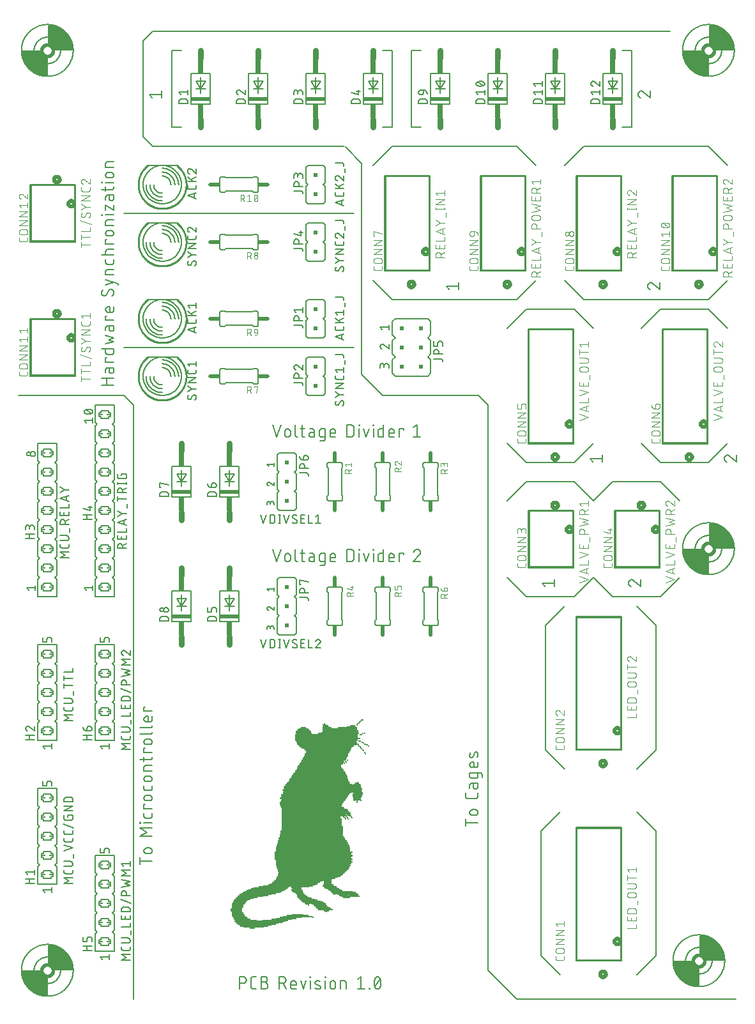
<source format=gbr>
G04 EAGLE Gerber RS-274X export*
G75*
%MOMM*%
%FSLAX34Y34*%
%LPD*%
%INSilkscreen Top*%
%IPPOS*%
%AMOC8*
5,1,8,0,0,1.08239X$1,22.5*%
G01*
%ADD10C,0.152400*%
%ADD11C,0.101600*%
%ADD12R,0.635000X0.127000*%
%ADD13R,2.667000X0.127000*%
%ADD14R,3.683000X0.127000*%
%ADD15R,4.318000X0.127000*%
%ADD16R,5.080000X0.127000*%
%ADD17R,5.588000X0.127000*%
%ADD18R,6.223000X0.127000*%
%ADD19R,6.731000X0.127000*%
%ADD20R,2.921000X0.127000*%
%ADD21R,3.429000X0.127000*%
%ADD22R,2.286000X0.127000*%
%ADD23R,2.794000X0.127000*%
%ADD24R,1.905000X0.127000*%
%ADD25R,0.127000X0.127000*%
%ADD26R,1.651000X0.127000*%
%ADD27R,3.810000X0.127000*%
%ADD28R,1.524000X0.127000*%
%ADD29R,1.397000X0.127000*%
%ADD30R,0.254000X0.127000*%
%ADD31R,1.778000X0.127000*%
%ADD32R,0.508000X0.127000*%
%ADD33R,2.540000X0.127000*%
%ADD34R,2.159000X0.127000*%
%ADD35R,2.032000X0.127000*%
%ADD36R,2.413000X0.127000*%
%ADD37R,1.016000X0.127000*%
%ADD38R,3.937000X0.127000*%
%ADD39R,1.143000X0.127000*%
%ADD40R,1.270000X0.127000*%
%ADD41R,4.572000X0.127000*%
%ADD42R,3.302000X0.127000*%
%ADD43R,4.953000X0.127000*%
%ADD44R,4.699000X0.127000*%
%ADD45R,4.064000X0.127000*%
%ADD46R,6.604000X0.127000*%
%ADD47R,6.096000X0.127000*%
%ADD48R,6.477000X0.127000*%
%ADD49R,7.493000X0.127000*%
%ADD50R,7.747000X0.127000*%
%ADD51R,8.128000X0.127000*%
%ADD52R,8.255000X0.127000*%
%ADD53R,8.509000X0.127000*%
%ADD54R,8.636000X0.127000*%
%ADD55R,8.763000X0.127000*%
%ADD56R,9.017000X0.127000*%
%ADD57R,9.144000X0.127000*%
%ADD58R,9.271000X0.127000*%
%ADD59R,9.525000X0.127000*%
%ADD60R,9.652000X0.127000*%
%ADD61R,9.779000X0.127000*%
%ADD62R,9.906000X0.127000*%
%ADD63R,10.033000X0.127000*%
%ADD64R,10.160000X0.127000*%
%ADD65R,10.287000X0.127000*%
%ADD66R,9.398000X0.127000*%
%ADD67R,8.890000X0.127000*%
%ADD68R,8.382000X0.127000*%
%ADD69R,8.001000X0.127000*%
%ADD70R,7.874000X0.127000*%
%ADD71R,0.381000X0.127000*%
%ADD72R,0.889000X0.127000*%
%ADD73R,10.541000X0.127000*%
%ADD74R,10.414000X0.127000*%
%ADD75R,7.620000X0.127000*%
%ADD76R,7.239000X0.127000*%
%ADD77R,7.112000X0.127000*%
%ADD78R,6.985000X0.127000*%
%ADD79R,6.858000X0.127000*%
%ADD80R,6.350000X0.127000*%
%ADD81R,5.969000X0.127000*%
%ADD82R,5.715000X0.127000*%
%ADD83R,5.842000X0.127000*%
%ADD84R,7.366000X0.127000*%
%ADD85R,5.461000X0.127000*%
%ADD86R,0.762000X0.127000*%
%ADD87C,0.203200*%
%ADD88C,0.254000*%
%ADD89C,0.127000*%
%ADD90C,0.762000*%
%ADD91R,2.540000X0.508000*%
%ADD92R,0.762000X1.905000*%
%ADD93R,0.508000X0.254000*%
%ADD94R,0.609600X0.609600*%
%ADD95C,0.508000*%
%ADD96C,0.076200*%
%ADD97R,0.508000X0.381000*%
%ADD98R,0.381000X0.508000*%
%ADD99C,0.248919*%
%ADD100C,0.457200*%


D10*
X203200Y965200D02*
X889000Y965200D01*
X203200Y965200D02*
X190500Y952500D01*
X190500Y825500D01*
X203200Y812800D01*
X457200Y812800D01*
X508000Y482600D02*
X635000Y482600D01*
X647700Y469900D01*
X647700Y-279400D01*
X685800Y-317500D01*
X165100Y482600D02*
X25400Y482600D01*
X318262Y-287782D02*
X318262Y-304038D01*
X318262Y-287782D02*
X322778Y-287782D01*
X322911Y-287784D01*
X323043Y-287790D01*
X323175Y-287800D01*
X323307Y-287813D01*
X323439Y-287831D01*
X323569Y-287852D01*
X323700Y-287877D01*
X323829Y-287906D01*
X323957Y-287939D01*
X324085Y-287975D01*
X324211Y-288015D01*
X324336Y-288059D01*
X324460Y-288107D01*
X324582Y-288158D01*
X324703Y-288213D01*
X324822Y-288271D01*
X324940Y-288333D01*
X325055Y-288398D01*
X325169Y-288467D01*
X325280Y-288538D01*
X325389Y-288614D01*
X325496Y-288692D01*
X325601Y-288773D01*
X325703Y-288858D01*
X325803Y-288945D01*
X325900Y-289035D01*
X325995Y-289128D01*
X326086Y-289224D01*
X326175Y-289322D01*
X326261Y-289423D01*
X326344Y-289527D01*
X326424Y-289633D01*
X326500Y-289741D01*
X326574Y-289851D01*
X326644Y-289964D01*
X326711Y-290078D01*
X326774Y-290195D01*
X326834Y-290313D01*
X326891Y-290433D01*
X326944Y-290555D01*
X326993Y-290678D01*
X327039Y-290802D01*
X327081Y-290928D01*
X327119Y-291055D01*
X327154Y-291183D01*
X327185Y-291312D01*
X327212Y-291441D01*
X327235Y-291572D01*
X327255Y-291703D01*
X327270Y-291835D01*
X327282Y-291967D01*
X327290Y-292099D01*
X327294Y-292232D01*
X327294Y-292364D01*
X327290Y-292497D01*
X327282Y-292629D01*
X327270Y-292761D01*
X327255Y-292893D01*
X327235Y-293024D01*
X327212Y-293155D01*
X327185Y-293284D01*
X327154Y-293413D01*
X327119Y-293541D01*
X327081Y-293668D01*
X327039Y-293794D01*
X326993Y-293918D01*
X326944Y-294041D01*
X326891Y-294163D01*
X326834Y-294283D01*
X326774Y-294401D01*
X326711Y-294518D01*
X326644Y-294632D01*
X326574Y-294745D01*
X326500Y-294855D01*
X326424Y-294963D01*
X326344Y-295069D01*
X326261Y-295173D01*
X326175Y-295274D01*
X326086Y-295372D01*
X325995Y-295468D01*
X325900Y-295561D01*
X325803Y-295651D01*
X325703Y-295738D01*
X325601Y-295823D01*
X325496Y-295904D01*
X325389Y-295982D01*
X325280Y-296058D01*
X325169Y-296129D01*
X325055Y-296198D01*
X324940Y-296263D01*
X324822Y-296325D01*
X324703Y-296383D01*
X324582Y-296438D01*
X324460Y-296489D01*
X324336Y-296537D01*
X324211Y-296581D01*
X324085Y-296621D01*
X323957Y-296657D01*
X323829Y-296690D01*
X323700Y-296719D01*
X323569Y-296744D01*
X323439Y-296765D01*
X323307Y-296783D01*
X323175Y-296796D01*
X323043Y-296806D01*
X322911Y-296812D01*
X322778Y-296814D01*
X322778Y-296813D02*
X318262Y-296813D01*
X336734Y-304038D02*
X340347Y-304038D01*
X336734Y-304038D02*
X336616Y-304036D01*
X336498Y-304030D01*
X336380Y-304021D01*
X336263Y-304007D01*
X336146Y-303990D01*
X336029Y-303969D01*
X335914Y-303944D01*
X335799Y-303915D01*
X335685Y-303882D01*
X335573Y-303846D01*
X335462Y-303806D01*
X335352Y-303763D01*
X335243Y-303716D01*
X335136Y-303666D01*
X335031Y-303611D01*
X334928Y-303554D01*
X334827Y-303493D01*
X334727Y-303429D01*
X334630Y-303362D01*
X334535Y-303292D01*
X334443Y-303218D01*
X334352Y-303142D01*
X334265Y-303062D01*
X334180Y-302980D01*
X334098Y-302895D01*
X334018Y-302808D01*
X333942Y-302717D01*
X333868Y-302625D01*
X333798Y-302530D01*
X333731Y-302433D01*
X333667Y-302333D01*
X333606Y-302232D01*
X333549Y-302129D01*
X333494Y-302024D01*
X333444Y-301917D01*
X333397Y-301808D01*
X333354Y-301698D01*
X333314Y-301587D01*
X333278Y-301475D01*
X333245Y-301361D01*
X333216Y-301246D01*
X333191Y-301131D01*
X333170Y-301014D01*
X333153Y-300897D01*
X333139Y-300780D01*
X333130Y-300662D01*
X333124Y-300544D01*
X333122Y-300426D01*
X333122Y-291394D01*
X333121Y-291394D02*
X333123Y-291276D01*
X333129Y-291158D01*
X333138Y-291040D01*
X333152Y-290922D01*
X333169Y-290805D01*
X333190Y-290689D01*
X333215Y-290574D01*
X333244Y-290459D01*
X333277Y-290345D01*
X333313Y-290233D01*
X333353Y-290121D01*
X333396Y-290011D01*
X333443Y-289903D01*
X333494Y-289796D01*
X333548Y-289691D01*
X333605Y-289588D01*
X333666Y-289486D01*
X333730Y-289387D01*
X333797Y-289290D01*
X333868Y-289195D01*
X333941Y-289102D01*
X334018Y-289012D01*
X334097Y-288924D01*
X334179Y-288839D01*
X334264Y-288757D01*
X334352Y-288678D01*
X334442Y-288601D01*
X334535Y-288528D01*
X334629Y-288457D01*
X334727Y-288390D01*
X334826Y-288326D01*
X334927Y-288265D01*
X335031Y-288208D01*
X335136Y-288154D01*
X335243Y-288103D01*
X335351Y-288056D01*
X335461Y-288013D01*
X335573Y-287973D01*
X335685Y-287937D01*
X335799Y-287904D01*
X335914Y-287875D01*
X336029Y-287850D01*
X336145Y-287829D01*
X336262Y-287812D01*
X336380Y-287798D01*
X336498Y-287789D01*
X336616Y-287783D01*
X336734Y-287781D01*
X336734Y-287782D02*
X340347Y-287782D01*
X346919Y-295007D02*
X351435Y-295007D01*
X351435Y-295006D02*
X351568Y-295008D01*
X351700Y-295014D01*
X351832Y-295024D01*
X351964Y-295037D01*
X352096Y-295055D01*
X352226Y-295076D01*
X352357Y-295101D01*
X352486Y-295130D01*
X352614Y-295163D01*
X352742Y-295199D01*
X352868Y-295239D01*
X352993Y-295283D01*
X353117Y-295331D01*
X353239Y-295382D01*
X353360Y-295437D01*
X353479Y-295495D01*
X353597Y-295557D01*
X353712Y-295622D01*
X353826Y-295691D01*
X353937Y-295762D01*
X354046Y-295838D01*
X354153Y-295916D01*
X354258Y-295997D01*
X354360Y-296082D01*
X354460Y-296169D01*
X354557Y-296259D01*
X354652Y-296352D01*
X354743Y-296448D01*
X354832Y-296546D01*
X354918Y-296647D01*
X355001Y-296751D01*
X355081Y-296857D01*
X355157Y-296965D01*
X355231Y-297075D01*
X355301Y-297188D01*
X355368Y-297302D01*
X355431Y-297419D01*
X355491Y-297537D01*
X355548Y-297657D01*
X355601Y-297779D01*
X355650Y-297902D01*
X355696Y-298026D01*
X355738Y-298152D01*
X355776Y-298279D01*
X355811Y-298407D01*
X355842Y-298536D01*
X355869Y-298665D01*
X355892Y-298796D01*
X355912Y-298927D01*
X355927Y-299059D01*
X355939Y-299191D01*
X355947Y-299323D01*
X355951Y-299456D01*
X355951Y-299588D01*
X355947Y-299721D01*
X355939Y-299853D01*
X355927Y-299985D01*
X355912Y-300117D01*
X355892Y-300248D01*
X355869Y-300379D01*
X355842Y-300508D01*
X355811Y-300637D01*
X355776Y-300765D01*
X355738Y-300892D01*
X355696Y-301018D01*
X355650Y-301142D01*
X355601Y-301265D01*
X355548Y-301387D01*
X355491Y-301507D01*
X355431Y-301625D01*
X355368Y-301742D01*
X355301Y-301856D01*
X355231Y-301969D01*
X355157Y-302079D01*
X355081Y-302187D01*
X355001Y-302293D01*
X354918Y-302397D01*
X354832Y-302498D01*
X354743Y-302596D01*
X354652Y-302692D01*
X354557Y-302785D01*
X354460Y-302875D01*
X354360Y-302962D01*
X354258Y-303047D01*
X354153Y-303128D01*
X354046Y-303206D01*
X353937Y-303282D01*
X353826Y-303353D01*
X353712Y-303422D01*
X353597Y-303487D01*
X353479Y-303549D01*
X353360Y-303607D01*
X353239Y-303662D01*
X353117Y-303713D01*
X352993Y-303761D01*
X352868Y-303805D01*
X352742Y-303845D01*
X352614Y-303881D01*
X352486Y-303914D01*
X352357Y-303943D01*
X352226Y-303968D01*
X352096Y-303989D01*
X351964Y-304007D01*
X351832Y-304020D01*
X351700Y-304030D01*
X351568Y-304036D01*
X351435Y-304038D01*
X346919Y-304038D01*
X346919Y-287782D01*
X351435Y-287782D01*
X351554Y-287784D01*
X351674Y-287790D01*
X351793Y-287800D01*
X351911Y-287814D01*
X352030Y-287831D01*
X352147Y-287853D01*
X352264Y-287878D01*
X352379Y-287908D01*
X352494Y-287941D01*
X352608Y-287978D01*
X352720Y-288018D01*
X352831Y-288063D01*
X352940Y-288111D01*
X353048Y-288162D01*
X353154Y-288217D01*
X353258Y-288276D01*
X353360Y-288338D01*
X353460Y-288403D01*
X353558Y-288472D01*
X353654Y-288544D01*
X353747Y-288619D01*
X353837Y-288696D01*
X353925Y-288777D01*
X354010Y-288861D01*
X354092Y-288948D01*
X354172Y-289037D01*
X354248Y-289129D01*
X354322Y-289223D01*
X354392Y-289320D01*
X354459Y-289418D01*
X354523Y-289519D01*
X354583Y-289623D01*
X354640Y-289728D01*
X354693Y-289835D01*
X354743Y-289943D01*
X354789Y-290053D01*
X354831Y-290165D01*
X354870Y-290278D01*
X354905Y-290392D01*
X354936Y-290507D01*
X354964Y-290624D01*
X354987Y-290741D01*
X355007Y-290858D01*
X355023Y-290977D01*
X355035Y-291096D01*
X355043Y-291215D01*
X355047Y-291334D01*
X355047Y-291454D01*
X355043Y-291573D01*
X355035Y-291692D01*
X355023Y-291811D01*
X355007Y-291930D01*
X354987Y-292047D01*
X354964Y-292164D01*
X354936Y-292281D01*
X354905Y-292396D01*
X354870Y-292510D01*
X354831Y-292623D01*
X354789Y-292735D01*
X354743Y-292845D01*
X354693Y-292953D01*
X354640Y-293060D01*
X354583Y-293165D01*
X354523Y-293269D01*
X354459Y-293370D01*
X354392Y-293468D01*
X354322Y-293565D01*
X354248Y-293659D01*
X354172Y-293751D01*
X354092Y-293840D01*
X354010Y-293927D01*
X353925Y-294011D01*
X353837Y-294092D01*
X353747Y-294169D01*
X353654Y-294244D01*
X353558Y-294316D01*
X353460Y-294385D01*
X353360Y-294450D01*
X353258Y-294512D01*
X353154Y-294571D01*
X353048Y-294626D01*
X352940Y-294677D01*
X352831Y-294725D01*
X352720Y-294770D01*
X352608Y-294810D01*
X352494Y-294847D01*
X352379Y-294880D01*
X352264Y-294910D01*
X352147Y-294935D01*
X352030Y-294957D01*
X351911Y-294974D01*
X351793Y-294988D01*
X351674Y-294998D01*
X351554Y-295004D01*
X351435Y-295006D01*
X370768Y-287782D02*
X370768Y-304038D01*
X370768Y-287782D02*
X375283Y-287782D01*
X375416Y-287784D01*
X375548Y-287790D01*
X375680Y-287800D01*
X375812Y-287813D01*
X375944Y-287831D01*
X376074Y-287852D01*
X376205Y-287877D01*
X376334Y-287906D01*
X376462Y-287939D01*
X376590Y-287975D01*
X376716Y-288015D01*
X376841Y-288059D01*
X376965Y-288107D01*
X377087Y-288158D01*
X377208Y-288213D01*
X377327Y-288271D01*
X377445Y-288333D01*
X377560Y-288398D01*
X377674Y-288467D01*
X377785Y-288538D01*
X377894Y-288614D01*
X378001Y-288692D01*
X378106Y-288773D01*
X378208Y-288858D01*
X378308Y-288945D01*
X378405Y-289035D01*
X378500Y-289128D01*
X378591Y-289224D01*
X378680Y-289322D01*
X378766Y-289423D01*
X378849Y-289527D01*
X378929Y-289633D01*
X379005Y-289741D01*
X379079Y-289851D01*
X379149Y-289964D01*
X379216Y-290078D01*
X379279Y-290195D01*
X379339Y-290313D01*
X379396Y-290433D01*
X379449Y-290555D01*
X379498Y-290678D01*
X379544Y-290802D01*
X379586Y-290928D01*
X379624Y-291055D01*
X379659Y-291183D01*
X379690Y-291312D01*
X379717Y-291441D01*
X379740Y-291572D01*
X379760Y-291703D01*
X379775Y-291835D01*
X379787Y-291967D01*
X379795Y-292099D01*
X379799Y-292232D01*
X379799Y-292364D01*
X379795Y-292497D01*
X379787Y-292629D01*
X379775Y-292761D01*
X379760Y-292893D01*
X379740Y-293024D01*
X379717Y-293155D01*
X379690Y-293284D01*
X379659Y-293413D01*
X379624Y-293541D01*
X379586Y-293668D01*
X379544Y-293794D01*
X379498Y-293918D01*
X379449Y-294041D01*
X379396Y-294163D01*
X379339Y-294283D01*
X379279Y-294401D01*
X379216Y-294518D01*
X379149Y-294632D01*
X379079Y-294745D01*
X379005Y-294855D01*
X378929Y-294963D01*
X378849Y-295069D01*
X378766Y-295173D01*
X378680Y-295274D01*
X378591Y-295372D01*
X378500Y-295468D01*
X378405Y-295561D01*
X378308Y-295651D01*
X378208Y-295738D01*
X378106Y-295823D01*
X378001Y-295904D01*
X377894Y-295982D01*
X377785Y-296058D01*
X377674Y-296129D01*
X377560Y-296198D01*
X377445Y-296263D01*
X377327Y-296325D01*
X377208Y-296383D01*
X377087Y-296438D01*
X376965Y-296489D01*
X376841Y-296537D01*
X376716Y-296581D01*
X376590Y-296621D01*
X376462Y-296657D01*
X376334Y-296690D01*
X376205Y-296719D01*
X376074Y-296744D01*
X375944Y-296765D01*
X375812Y-296783D01*
X375680Y-296796D01*
X375548Y-296806D01*
X375416Y-296812D01*
X375283Y-296814D01*
X375283Y-296813D02*
X370768Y-296813D01*
X376186Y-296813D02*
X379799Y-304038D01*
X388878Y-304038D02*
X393393Y-304038D01*
X388878Y-304038D02*
X388777Y-304036D01*
X388676Y-304030D01*
X388575Y-304021D01*
X388474Y-304008D01*
X388374Y-303991D01*
X388275Y-303970D01*
X388177Y-303946D01*
X388080Y-303918D01*
X387983Y-303886D01*
X387888Y-303851D01*
X387795Y-303812D01*
X387703Y-303770D01*
X387612Y-303724D01*
X387524Y-303675D01*
X387437Y-303623D01*
X387352Y-303567D01*
X387269Y-303509D01*
X387189Y-303447D01*
X387111Y-303382D01*
X387035Y-303315D01*
X386962Y-303245D01*
X386892Y-303172D01*
X386825Y-303096D01*
X386760Y-303018D01*
X386698Y-302938D01*
X386640Y-302855D01*
X386584Y-302770D01*
X386532Y-302684D01*
X386483Y-302595D01*
X386437Y-302504D01*
X386395Y-302412D01*
X386356Y-302319D01*
X386321Y-302224D01*
X386289Y-302127D01*
X386261Y-302030D01*
X386237Y-301932D01*
X386216Y-301833D01*
X386199Y-301733D01*
X386186Y-301632D01*
X386177Y-301531D01*
X386171Y-301430D01*
X386169Y-301329D01*
X386168Y-301329D02*
X386168Y-296813D01*
X386169Y-296813D02*
X386171Y-296694D01*
X386177Y-296574D01*
X386187Y-296455D01*
X386201Y-296337D01*
X386218Y-296218D01*
X386240Y-296101D01*
X386265Y-295984D01*
X386295Y-295869D01*
X386328Y-295754D01*
X386365Y-295640D01*
X386405Y-295528D01*
X386450Y-295417D01*
X386498Y-295308D01*
X386549Y-295200D01*
X386604Y-295094D01*
X386663Y-294990D01*
X386725Y-294888D01*
X386790Y-294788D01*
X386859Y-294690D01*
X386931Y-294594D01*
X387006Y-294501D01*
X387083Y-294411D01*
X387164Y-294323D01*
X387248Y-294238D01*
X387335Y-294156D01*
X387424Y-294076D01*
X387516Y-294000D01*
X387610Y-293926D01*
X387707Y-293856D01*
X387805Y-293789D01*
X387906Y-293725D01*
X388010Y-293665D01*
X388115Y-293608D01*
X388222Y-293555D01*
X388330Y-293505D01*
X388440Y-293459D01*
X388552Y-293417D01*
X388665Y-293378D01*
X388779Y-293343D01*
X388894Y-293312D01*
X389011Y-293284D01*
X389128Y-293261D01*
X389245Y-293241D01*
X389364Y-293225D01*
X389483Y-293213D01*
X389602Y-293205D01*
X389721Y-293201D01*
X389841Y-293201D01*
X389960Y-293205D01*
X390079Y-293213D01*
X390198Y-293225D01*
X390317Y-293241D01*
X390434Y-293261D01*
X390551Y-293284D01*
X390668Y-293312D01*
X390783Y-293343D01*
X390897Y-293378D01*
X391010Y-293417D01*
X391122Y-293459D01*
X391232Y-293505D01*
X391340Y-293555D01*
X391447Y-293608D01*
X391552Y-293665D01*
X391656Y-293725D01*
X391757Y-293789D01*
X391855Y-293856D01*
X391952Y-293926D01*
X392046Y-294000D01*
X392138Y-294076D01*
X392227Y-294156D01*
X392314Y-294238D01*
X392398Y-294323D01*
X392479Y-294411D01*
X392556Y-294501D01*
X392631Y-294594D01*
X392703Y-294690D01*
X392772Y-294788D01*
X392837Y-294888D01*
X392899Y-294990D01*
X392958Y-295094D01*
X393013Y-295200D01*
X393064Y-295308D01*
X393112Y-295417D01*
X393157Y-295528D01*
X393197Y-295640D01*
X393234Y-295754D01*
X393267Y-295869D01*
X393297Y-295984D01*
X393322Y-296101D01*
X393344Y-296218D01*
X393361Y-296337D01*
X393375Y-296455D01*
X393385Y-296574D01*
X393391Y-296694D01*
X393393Y-296813D01*
X393393Y-298619D01*
X386168Y-298619D01*
X399194Y-293201D02*
X402807Y-304038D01*
X406419Y-293201D01*
X412186Y-293201D02*
X412186Y-304038D01*
X411734Y-288685D02*
X411734Y-287782D01*
X412637Y-287782D01*
X412637Y-288685D01*
X411734Y-288685D01*
X419828Y-297716D02*
X424343Y-299522D01*
X419827Y-297716D02*
X419739Y-297679D01*
X419653Y-297638D01*
X419568Y-297594D01*
X419485Y-297546D01*
X419405Y-297495D01*
X419326Y-297441D01*
X419250Y-297383D01*
X419176Y-297323D01*
X419104Y-297259D01*
X419036Y-297193D01*
X418970Y-297123D01*
X418907Y-297052D01*
X418846Y-296977D01*
X418789Y-296901D01*
X418736Y-296822D01*
X418685Y-296741D01*
X418638Y-296658D01*
X418594Y-296573D01*
X418554Y-296486D01*
X418517Y-296398D01*
X418484Y-296308D01*
X418454Y-296217D01*
X418429Y-296125D01*
X418407Y-296032D01*
X418389Y-295938D01*
X418374Y-295844D01*
X418364Y-295749D01*
X418358Y-295653D01*
X418355Y-295558D01*
X418356Y-295462D01*
X418362Y-295367D01*
X418371Y-295271D01*
X418384Y-295177D01*
X418400Y-295083D01*
X418421Y-294989D01*
X418446Y-294897D01*
X418474Y-294806D01*
X418506Y-294716D01*
X418541Y-294627D01*
X418580Y-294540D01*
X418623Y-294454D01*
X418669Y-294370D01*
X418719Y-294289D01*
X418771Y-294209D01*
X418827Y-294131D01*
X418887Y-294056D01*
X418949Y-293984D01*
X419014Y-293914D01*
X419082Y-293846D01*
X419152Y-293782D01*
X419225Y-293720D01*
X419301Y-293662D01*
X419379Y-293606D01*
X419459Y-293554D01*
X419541Y-293505D01*
X419625Y-293460D01*
X419711Y-293418D01*
X419798Y-293379D01*
X419887Y-293344D01*
X419978Y-293313D01*
X420069Y-293286D01*
X420162Y-293262D01*
X420255Y-293242D01*
X420349Y-293226D01*
X420444Y-293214D01*
X420539Y-293205D01*
X420635Y-293201D01*
X420730Y-293200D01*
X420977Y-293207D01*
X421223Y-293219D01*
X421469Y-293237D01*
X421715Y-293262D01*
X421959Y-293292D01*
X422203Y-293328D01*
X422446Y-293370D01*
X422688Y-293417D01*
X422929Y-293471D01*
X423168Y-293530D01*
X423406Y-293595D01*
X423643Y-293666D01*
X423877Y-293742D01*
X424110Y-293824D01*
X424340Y-293912D01*
X424568Y-294005D01*
X424795Y-294103D01*
X424343Y-299523D02*
X424431Y-299560D01*
X424517Y-299601D01*
X424602Y-299645D01*
X424685Y-299693D01*
X424765Y-299744D01*
X424844Y-299798D01*
X424920Y-299856D01*
X424994Y-299916D01*
X425066Y-299980D01*
X425134Y-300046D01*
X425200Y-300116D01*
X425263Y-300187D01*
X425324Y-300262D01*
X425381Y-300338D01*
X425434Y-300417D01*
X425485Y-300498D01*
X425532Y-300581D01*
X425576Y-300666D01*
X425616Y-300753D01*
X425653Y-300841D01*
X425686Y-300931D01*
X425716Y-301022D01*
X425741Y-301114D01*
X425763Y-301207D01*
X425781Y-301301D01*
X425796Y-301395D01*
X425806Y-301490D01*
X425812Y-301586D01*
X425815Y-301681D01*
X425814Y-301777D01*
X425808Y-301872D01*
X425799Y-301968D01*
X425786Y-302062D01*
X425770Y-302156D01*
X425749Y-302250D01*
X425724Y-302342D01*
X425696Y-302433D01*
X425664Y-302523D01*
X425629Y-302612D01*
X425590Y-302699D01*
X425547Y-302785D01*
X425501Y-302869D01*
X425451Y-302950D01*
X425399Y-303030D01*
X425343Y-303108D01*
X425283Y-303183D01*
X425221Y-303255D01*
X425156Y-303325D01*
X425088Y-303393D01*
X425018Y-303457D01*
X424945Y-303519D01*
X424869Y-303577D01*
X424791Y-303633D01*
X424711Y-303685D01*
X424629Y-303734D01*
X424545Y-303779D01*
X424459Y-303821D01*
X424372Y-303860D01*
X424283Y-303895D01*
X424192Y-303926D01*
X424101Y-303953D01*
X424008Y-303977D01*
X423915Y-303997D01*
X423821Y-304013D01*
X423726Y-304025D01*
X423631Y-304034D01*
X423535Y-304038D01*
X423440Y-304039D01*
X423440Y-304038D02*
X423078Y-304029D01*
X422716Y-304011D01*
X422355Y-303984D01*
X421995Y-303949D01*
X421635Y-303906D01*
X421276Y-303854D01*
X420919Y-303793D01*
X420564Y-303724D01*
X420210Y-303647D01*
X419858Y-303561D01*
X419508Y-303467D01*
X419160Y-303364D01*
X418815Y-303254D01*
X418473Y-303135D01*
X431985Y-304038D02*
X431985Y-293201D01*
X431534Y-288685D02*
X431534Y-287782D01*
X432437Y-287782D01*
X432437Y-288685D01*
X431534Y-288685D01*
X438272Y-296813D02*
X438272Y-300426D01*
X438273Y-296813D02*
X438275Y-296694D01*
X438281Y-296574D01*
X438291Y-296455D01*
X438305Y-296337D01*
X438322Y-296218D01*
X438344Y-296101D01*
X438369Y-295984D01*
X438399Y-295869D01*
X438432Y-295754D01*
X438469Y-295640D01*
X438509Y-295528D01*
X438554Y-295417D01*
X438602Y-295308D01*
X438653Y-295200D01*
X438708Y-295094D01*
X438767Y-294990D01*
X438829Y-294888D01*
X438894Y-294788D01*
X438963Y-294690D01*
X439035Y-294594D01*
X439110Y-294501D01*
X439187Y-294411D01*
X439268Y-294323D01*
X439352Y-294238D01*
X439439Y-294156D01*
X439528Y-294076D01*
X439620Y-294000D01*
X439714Y-293926D01*
X439811Y-293856D01*
X439909Y-293789D01*
X440010Y-293725D01*
X440114Y-293665D01*
X440219Y-293608D01*
X440326Y-293555D01*
X440434Y-293505D01*
X440544Y-293459D01*
X440656Y-293417D01*
X440769Y-293378D01*
X440883Y-293343D01*
X440998Y-293312D01*
X441115Y-293284D01*
X441232Y-293261D01*
X441349Y-293241D01*
X441468Y-293225D01*
X441587Y-293213D01*
X441706Y-293205D01*
X441825Y-293201D01*
X441945Y-293201D01*
X442064Y-293205D01*
X442183Y-293213D01*
X442302Y-293225D01*
X442421Y-293241D01*
X442538Y-293261D01*
X442655Y-293284D01*
X442772Y-293312D01*
X442887Y-293343D01*
X443001Y-293378D01*
X443114Y-293417D01*
X443226Y-293459D01*
X443336Y-293505D01*
X443444Y-293555D01*
X443551Y-293608D01*
X443656Y-293665D01*
X443760Y-293725D01*
X443861Y-293789D01*
X443959Y-293856D01*
X444056Y-293926D01*
X444150Y-294000D01*
X444242Y-294076D01*
X444331Y-294156D01*
X444418Y-294238D01*
X444502Y-294323D01*
X444583Y-294411D01*
X444660Y-294501D01*
X444735Y-294594D01*
X444807Y-294690D01*
X444876Y-294788D01*
X444941Y-294888D01*
X445003Y-294990D01*
X445062Y-295094D01*
X445117Y-295200D01*
X445168Y-295308D01*
X445216Y-295417D01*
X445261Y-295528D01*
X445301Y-295640D01*
X445338Y-295754D01*
X445371Y-295869D01*
X445401Y-295984D01*
X445426Y-296101D01*
X445448Y-296218D01*
X445465Y-296337D01*
X445479Y-296455D01*
X445489Y-296574D01*
X445495Y-296694D01*
X445497Y-296813D01*
X445497Y-300426D01*
X445495Y-300545D01*
X445489Y-300665D01*
X445479Y-300784D01*
X445465Y-300902D01*
X445448Y-301021D01*
X445426Y-301138D01*
X445401Y-301255D01*
X445371Y-301370D01*
X445338Y-301485D01*
X445301Y-301599D01*
X445261Y-301711D01*
X445216Y-301822D01*
X445168Y-301931D01*
X445117Y-302039D01*
X445062Y-302145D01*
X445003Y-302249D01*
X444941Y-302351D01*
X444876Y-302451D01*
X444807Y-302549D01*
X444735Y-302645D01*
X444660Y-302738D01*
X444583Y-302828D01*
X444502Y-302916D01*
X444418Y-303001D01*
X444331Y-303083D01*
X444242Y-303163D01*
X444150Y-303239D01*
X444056Y-303313D01*
X443959Y-303383D01*
X443861Y-303450D01*
X443760Y-303514D01*
X443656Y-303574D01*
X443551Y-303631D01*
X443444Y-303684D01*
X443336Y-303734D01*
X443226Y-303780D01*
X443114Y-303822D01*
X443001Y-303861D01*
X442887Y-303896D01*
X442772Y-303927D01*
X442655Y-303955D01*
X442538Y-303978D01*
X442421Y-303998D01*
X442302Y-304014D01*
X442183Y-304026D01*
X442064Y-304034D01*
X441945Y-304038D01*
X441825Y-304038D01*
X441706Y-304034D01*
X441587Y-304026D01*
X441468Y-304014D01*
X441349Y-303998D01*
X441232Y-303978D01*
X441115Y-303955D01*
X440998Y-303927D01*
X440883Y-303896D01*
X440769Y-303861D01*
X440656Y-303822D01*
X440544Y-303780D01*
X440434Y-303734D01*
X440326Y-303684D01*
X440219Y-303631D01*
X440114Y-303574D01*
X440010Y-303514D01*
X439909Y-303450D01*
X439811Y-303383D01*
X439714Y-303313D01*
X439620Y-303239D01*
X439528Y-303163D01*
X439439Y-303083D01*
X439352Y-303001D01*
X439268Y-302916D01*
X439187Y-302828D01*
X439110Y-302738D01*
X439035Y-302645D01*
X438963Y-302549D01*
X438894Y-302451D01*
X438829Y-302351D01*
X438767Y-302249D01*
X438708Y-302145D01*
X438653Y-302039D01*
X438602Y-301931D01*
X438554Y-301822D01*
X438509Y-301711D01*
X438469Y-301599D01*
X438432Y-301485D01*
X438399Y-301370D01*
X438369Y-301255D01*
X438344Y-301138D01*
X438322Y-301021D01*
X438305Y-300902D01*
X438291Y-300784D01*
X438281Y-300665D01*
X438275Y-300545D01*
X438273Y-300426D01*
X452341Y-304038D02*
X452341Y-293201D01*
X456856Y-293201D01*
X456960Y-293203D01*
X457063Y-293209D01*
X457167Y-293219D01*
X457270Y-293233D01*
X457372Y-293251D01*
X457473Y-293272D01*
X457574Y-293298D01*
X457673Y-293327D01*
X457772Y-293360D01*
X457869Y-293397D01*
X457964Y-293438D01*
X458058Y-293482D01*
X458150Y-293530D01*
X458240Y-293581D01*
X458329Y-293636D01*
X458415Y-293694D01*
X458498Y-293756D01*
X458580Y-293820D01*
X458658Y-293888D01*
X458734Y-293958D01*
X458808Y-294031D01*
X458878Y-294108D01*
X458946Y-294186D01*
X459010Y-294268D01*
X459072Y-294351D01*
X459130Y-294437D01*
X459185Y-294526D01*
X459236Y-294616D01*
X459284Y-294708D01*
X459328Y-294802D01*
X459369Y-294897D01*
X459406Y-294994D01*
X459439Y-295093D01*
X459468Y-295192D01*
X459494Y-295293D01*
X459515Y-295394D01*
X459533Y-295496D01*
X459547Y-295599D01*
X459557Y-295703D01*
X459563Y-295806D01*
X459565Y-295910D01*
X459565Y-304038D01*
X474884Y-291394D02*
X479400Y-287782D01*
X479400Y-304038D01*
X483915Y-304038D02*
X474884Y-304038D01*
X489890Y-304038D02*
X489890Y-303135D01*
X490793Y-303135D01*
X490793Y-304038D01*
X489890Y-304038D01*
X496768Y-295910D02*
X496772Y-295590D01*
X496783Y-295271D01*
X496802Y-294951D01*
X496829Y-294633D01*
X496863Y-294315D01*
X496905Y-293998D01*
X496955Y-293682D01*
X497012Y-293367D01*
X497076Y-293054D01*
X497148Y-292742D01*
X497227Y-292432D01*
X497314Y-292125D01*
X497408Y-291819D01*
X497509Y-291516D01*
X497618Y-291215D01*
X497733Y-290917D01*
X497856Y-290621D01*
X497986Y-290329D01*
X498123Y-290040D01*
X498123Y-290039D02*
X498162Y-289931D01*
X498205Y-289824D01*
X498251Y-289719D01*
X498301Y-289616D01*
X498355Y-289514D01*
X498412Y-289414D01*
X498473Y-289316D01*
X498537Y-289220D01*
X498604Y-289127D01*
X498674Y-289036D01*
X498748Y-288947D01*
X498824Y-288861D01*
X498904Y-288778D01*
X498986Y-288697D01*
X499071Y-288619D01*
X499158Y-288545D01*
X499249Y-288473D01*
X499341Y-288404D01*
X499436Y-288339D01*
X499533Y-288277D01*
X499632Y-288218D01*
X499733Y-288163D01*
X499836Y-288112D01*
X499941Y-288064D01*
X500047Y-288019D01*
X500154Y-287978D01*
X500263Y-287941D01*
X500374Y-287908D01*
X500485Y-287879D01*
X500597Y-287853D01*
X500710Y-287831D01*
X500824Y-287814D01*
X500938Y-287800D01*
X501053Y-287790D01*
X501168Y-287784D01*
X501283Y-287782D01*
X501398Y-287784D01*
X501513Y-287790D01*
X501628Y-287800D01*
X501742Y-287814D01*
X501856Y-287831D01*
X501969Y-287853D01*
X502081Y-287879D01*
X502193Y-287908D01*
X502303Y-287941D01*
X502412Y-287978D01*
X502520Y-288019D01*
X502626Y-288064D01*
X502731Y-288112D01*
X502833Y-288163D01*
X502935Y-288219D01*
X503034Y-288277D01*
X503131Y-288339D01*
X503226Y-288405D01*
X503318Y-288473D01*
X503408Y-288545D01*
X503496Y-288619D01*
X503581Y-288697D01*
X503663Y-288778D01*
X503742Y-288861D01*
X503819Y-288947D01*
X503892Y-289036D01*
X503963Y-289127D01*
X504030Y-289221D01*
X504094Y-289316D01*
X504155Y-289414D01*
X504212Y-289514D01*
X504265Y-289616D01*
X504316Y-289720D01*
X504362Y-289825D01*
X504405Y-289932D01*
X504444Y-290040D01*
X504581Y-290329D01*
X504711Y-290621D01*
X504834Y-290917D01*
X504949Y-291215D01*
X505058Y-291516D01*
X505159Y-291819D01*
X505253Y-292125D01*
X505340Y-292432D01*
X505419Y-292742D01*
X505491Y-293054D01*
X505555Y-293367D01*
X505612Y-293682D01*
X505662Y-293998D01*
X505704Y-294315D01*
X505738Y-294633D01*
X505765Y-294951D01*
X505784Y-295271D01*
X505795Y-295590D01*
X505799Y-295910D01*
X496768Y-295910D02*
X496772Y-296230D01*
X496783Y-296549D01*
X496802Y-296869D01*
X496829Y-297187D01*
X496863Y-297505D01*
X496905Y-297822D01*
X496955Y-298138D01*
X497012Y-298453D01*
X497076Y-298766D01*
X497148Y-299078D01*
X497227Y-299388D01*
X497314Y-299695D01*
X497408Y-300001D01*
X497509Y-300304D01*
X497618Y-300605D01*
X497733Y-300903D01*
X497856Y-301199D01*
X497986Y-301491D01*
X498123Y-301780D01*
X498122Y-301781D02*
X498161Y-301889D01*
X498204Y-301996D01*
X498250Y-302101D01*
X498301Y-302205D01*
X498354Y-302307D01*
X498411Y-302407D01*
X498472Y-302505D01*
X498536Y-302600D01*
X498603Y-302694D01*
X498674Y-302785D01*
X498747Y-302874D01*
X498824Y-302960D01*
X498903Y-303043D01*
X498985Y-303124D01*
X499070Y-303202D01*
X499158Y-303276D01*
X499248Y-303348D01*
X499341Y-303417D01*
X499435Y-303482D01*
X499532Y-303544D01*
X499632Y-303602D01*
X499733Y-303658D01*
X499835Y-303709D01*
X499940Y-303757D01*
X500046Y-303802D01*
X500154Y-303843D01*
X500263Y-303880D01*
X500373Y-303913D01*
X500485Y-303942D01*
X500597Y-303968D01*
X500710Y-303990D01*
X500824Y-304007D01*
X500938Y-304021D01*
X501053Y-304031D01*
X501168Y-304037D01*
X501283Y-304039D01*
X504444Y-301780D02*
X504581Y-301491D01*
X504711Y-301199D01*
X504834Y-300903D01*
X504949Y-300605D01*
X505058Y-300304D01*
X505159Y-300001D01*
X505253Y-299695D01*
X505340Y-299388D01*
X505419Y-299078D01*
X505491Y-298766D01*
X505555Y-298453D01*
X505612Y-298138D01*
X505662Y-297822D01*
X505704Y-297505D01*
X505738Y-297187D01*
X505765Y-296869D01*
X505784Y-296549D01*
X505795Y-296230D01*
X505799Y-295910D01*
X504444Y-301780D02*
X504405Y-301888D01*
X504362Y-301995D01*
X504316Y-302100D01*
X504265Y-302204D01*
X504212Y-302306D01*
X504155Y-302406D01*
X504094Y-302504D01*
X504030Y-302599D01*
X503963Y-302693D01*
X503892Y-302784D01*
X503819Y-302873D01*
X503742Y-302959D01*
X503663Y-303042D01*
X503581Y-303123D01*
X503496Y-303201D01*
X503408Y-303275D01*
X503318Y-303347D01*
X503225Y-303416D01*
X503131Y-303481D01*
X503034Y-303543D01*
X502934Y-303601D01*
X502833Y-303657D01*
X502730Y-303708D01*
X502626Y-303756D01*
X502520Y-303801D01*
X502412Y-303842D01*
X502303Y-303879D01*
X502193Y-303912D01*
X502081Y-303941D01*
X501969Y-303967D01*
X501856Y-303989D01*
X501742Y-304006D01*
X501628Y-304020D01*
X501513Y-304030D01*
X501398Y-304036D01*
X501283Y-304038D01*
X497671Y-300426D02*
X504896Y-291394D01*
X177800Y-317500D02*
X177800Y469900D01*
X165100Y482600D01*
X186182Y-134422D02*
X202438Y-134422D01*
X186182Y-138938D02*
X186182Y-129907D01*
X195213Y-124488D02*
X198826Y-124488D01*
X195213Y-124487D02*
X195094Y-124485D01*
X194974Y-124479D01*
X194855Y-124469D01*
X194737Y-124455D01*
X194618Y-124438D01*
X194501Y-124416D01*
X194384Y-124391D01*
X194269Y-124361D01*
X194154Y-124328D01*
X194040Y-124291D01*
X193928Y-124251D01*
X193817Y-124206D01*
X193708Y-124158D01*
X193600Y-124107D01*
X193494Y-124052D01*
X193390Y-123993D01*
X193288Y-123931D01*
X193188Y-123866D01*
X193090Y-123797D01*
X192994Y-123725D01*
X192901Y-123650D01*
X192811Y-123573D01*
X192723Y-123492D01*
X192638Y-123408D01*
X192556Y-123321D01*
X192476Y-123232D01*
X192400Y-123140D01*
X192326Y-123046D01*
X192256Y-122949D01*
X192189Y-122851D01*
X192125Y-122750D01*
X192065Y-122646D01*
X192008Y-122541D01*
X191955Y-122434D01*
X191905Y-122326D01*
X191859Y-122216D01*
X191817Y-122104D01*
X191778Y-121991D01*
X191743Y-121877D01*
X191712Y-121762D01*
X191684Y-121645D01*
X191661Y-121528D01*
X191641Y-121411D01*
X191625Y-121292D01*
X191613Y-121173D01*
X191605Y-121054D01*
X191601Y-120935D01*
X191601Y-120815D01*
X191605Y-120696D01*
X191613Y-120577D01*
X191625Y-120458D01*
X191641Y-120339D01*
X191661Y-120222D01*
X191684Y-120105D01*
X191712Y-119988D01*
X191743Y-119873D01*
X191778Y-119759D01*
X191817Y-119646D01*
X191859Y-119534D01*
X191905Y-119424D01*
X191955Y-119316D01*
X192008Y-119209D01*
X192065Y-119104D01*
X192125Y-119000D01*
X192189Y-118899D01*
X192256Y-118801D01*
X192326Y-118704D01*
X192400Y-118610D01*
X192476Y-118518D01*
X192556Y-118429D01*
X192638Y-118342D01*
X192723Y-118258D01*
X192811Y-118177D01*
X192901Y-118100D01*
X192994Y-118025D01*
X193090Y-117953D01*
X193188Y-117884D01*
X193288Y-117819D01*
X193390Y-117757D01*
X193494Y-117698D01*
X193600Y-117643D01*
X193708Y-117592D01*
X193817Y-117544D01*
X193928Y-117499D01*
X194040Y-117459D01*
X194154Y-117422D01*
X194269Y-117389D01*
X194384Y-117359D01*
X194501Y-117334D01*
X194618Y-117312D01*
X194737Y-117295D01*
X194855Y-117281D01*
X194974Y-117271D01*
X195094Y-117265D01*
X195213Y-117263D01*
X198826Y-117263D01*
X198945Y-117265D01*
X199065Y-117271D01*
X199184Y-117281D01*
X199302Y-117295D01*
X199421Y-117312D01*
X199538Y-117334D01*
X199655Y-117359D01*
X199770Y-117389D01*
X199885Y-117422D01*
X199999Y-117459D01*
X200111Y-117499D01*
X200222Y-117544D01*
X200331Y-117592D01*
X200439Y-117643D01*
X200545Y-117698D01*
X200649Y-117757D01*
X200751Y-117819D01*
X200851Y-117884D01*
X200949Y-117953D01*
X201045Y-118025D01*
X201138Y-118100D01*
X201228Y-118177D01*
X201316Y-118258D01*
X201401Y-118342D01*
X201483Y-118429D01*
X201563Y-118518D01*
X201639Y-118610D01*
X201713Y-118704D01*
X201783Y-118801D01*
X201850Y-118899D01*
X201914Y-119000D01*
X201974Y-119104D01*
X202031Y-119209D01*
X202084Y-119316D01*
X202134Y-119424D01*
X202180Y-119534D01*
X202222Y-119646D01*
X202261Y-119759D01*
X202296Y-119873D01*
X202327Y-119988D01*
X202355Y-120105D01*
X202378Y-120222D01*
X202398Y-120339D01*
X202414Y-120458D01*
X202426Y-120577D01*
X202434Y-120696D01*
X202438Y-120815D01*
X202438Y-120935D01*
X202434Y-121054D01*
X202426Y-121173D01*
X202414Y-121292D01*
X202398Y-121411D01*
X202378Y-121528D01*
X202355Y-121645D01*
X202327Y-121762D01*
X202296Y-121877D01*
X202261Y-121991D01*
X202222Y-122104D01*
X202180Y-122216D01*
X202134Y-122326D01*
X202084Y-122434D01*
X202031Y-122541D01*
X201974Y-122646D01*
X201914Y-122750D01*
X201850Y-122851D01*
X201783Y-122949D01*
X201713Y-123046D01*
X201639Y-123140D01*
X201563Y-123232D01*
X201483Y-123321D01*
X201401Y-123408D01*
X201316Y-123492D01*
X201228Y-123573D01*
X201138Y-123650D01*
X201045Y-123725D01*
X200949Y-123797D01*
X200851Y-123866D01*
X200751Y-123931D01*
X200649Y-123993D01*
X200545Y-124052D01*
X200439Y-124107D01*
X200331Y-124158D01*
X200222Y-124206D01*
X200111Y-124251D01*
X199999Y-124291D01*
X199885Y-124328D01*
X199770Y-124361D01*
X199655Y-124391D01*
X199538Y-124416D01*
X199421Y-124438D01*
X199302Y-124455D01*
X199184Y-124469D01*
X199065Y-124479D01*
X198945Y-124485D01*
X198826Y-124487D01*
X202438Y-101805D02*
X186182Y-101805D01*
X195213Y-96386D01*
X186182Y-90968D01*
X202438Y-90968D01*
X202438Y-83882D02*
X191601Y-83882D01*
X187085Y-84333D02*
X186182Y-84333D01*
X186182Y-83430D01*
X187085Y-83430D01*
X187085Y-84333D01*
X202438Y-74867D02*
X202438Y-71255D01*
X202438Y-74867D02*
X202436Y-74968D01*
X202430Y-75069D01*
X202421Y-75170D01*
X202408Y-75271D01*
X202391Y-75371D01*
X202370Y-75470D01*
X202346Y-75568D01*
X202318Y-75665D01*
X202286Y-75762D01*
X202251Y-75857D01*
X202212Y-75950D01*
X202170Y-76042D01*
X202124Y-76133D01*
X202075Y-76222D01*
X202023Y-76308D01*
X201967Y-76393D01*
X201909Y-76476D01*
X201847Y-76556D01*
X201782Y-76634D01*
X201715Y-76710D01*
X201645Y-76783D01*
X201572Y-76853D01*
X201496Y-76920D01*
X201418Y-76985D01*
X201338Y-77047D01*
X201255Y-77105D01*
X201170Y-77161D01*
X201084Y-77213D01*
X200995Y-77262D01*
X200904Y-77308D01*
X200812Y-77350D01*
X200719Y-77389D01*
X200624Y-77424D01*
X200527Y-77456D01*
X200430Y-77484D01*
X200332Y-77508D01*
X200233Y-77529D01*
X200133Y-77546D01*
X200032Y-77559D01*
X199931Y-77568D01*
X199830Y-77574D01*
X199729Y-77576D01*
X199729Y-77577D02*
X194310Y-77577D01*
X194310Y-77576D02*
X194209Y-77574D01*
X194108Y-77568D01*
X194007Y-77559D01*
X193906Y-77546D01*
X193806Y-77529D01*
X193707Y-77508D01*
X193609Y-77484D01*
X193512Y-77456D01*
X193415Y-77424D01*
X193320Y-77389D01*
X193227Y-77350D01*
X193135Y-77308D01*
X193044Y-77262D01*
X192956Y-77213D01*
X192869Y-77161D01*
X192784Y-77105D01*
X192701Y-77047D01*
X192621Y-76985D01*
X192543Y-76920D01*
X192467Y-76853D01*
X192394Y-76783D01*
X192324Y-76710D01*
X192257Y-76634D01*
X192192Y-76556D01*
X192130Y-76476D01*
X192072Y-76393D01*
X192016Y-76308D01*
X191964Y-76222D01*
X191915Y-76133D01*
X191869Y-76042D01*
X191827Y-75950D01*
X191788Y-75857D01*
X191753Y-75762D01*
X191721Y-75665D01*
X191693Y-75568D01*
X191669Y-75470D01*
X191648Y-75371D01*
X191631Y-75271D01*
X191618Y-75170D01*
X191609Y-75069D01*
X191603Y-74968D01*
X191601Y-74867D01*
X191601Y-71255D01*
X191601Y-65004D02*
X202438Y-65004D01*
X191601Y-65004D02*
X191601Y-59586D01*
X193407Y-59586D01*
X195213Y-54668D02*
X198826Y-54668D01*
X195213Y-54668D02*
X195094Y-54666D01*
X194974Y-54660D01*
X194855Y-54650D01*
X194737Y-54636D01*
X194618Y-54619D01*
X194501Y-54597D01*
X194384Y-54572D01*
X194269Y-54542D01*
X194154Y-54509D01*
X194040Y-54472D01*
X193928Y-54432D01*
X193817Y-54387D01*
X193708Y-54339D01*
X193600Y-54288D01*
X193494Y-54233D01*
X193390Y-54174D01*
X193288Y-54112D01*
X193188Y-54047D01*
X193090Y-53978D01*
X192994Y-53906D01*
X192901Y-53831D01*
X192811Y-53754D01*
X192723Y-53673D01*
X192638Y-53589D01*
X192556Y-53502D01*
X192476Y-53413D01*
X192400Y-53321D01*
X192326Y-53227D01*
X192256Y-53130D01*
X192189Y-53032D01*
X192125Y-52931D01*
X192065Y-52827D01*
X192008Y-52722D01*
X191955Y-52615D01*
X191905Y-52507D01*
X191859Y-52397D01*
X191817Y-52285D01*
X191778Y-52172D01*
X191743Y-52058D01*
X191712Y-51943D01*
X191684Y-51826D01*
X191661Y-51709D01*
X191641Y-51592D01*
X191625Y-51473D01*
X191613Y-51354D01*
X191605Y-51235D01*
X191601Y-51116D01*
X191601Y-50996D01*
X191605Y-50877D01*
X191613Y-50758D01*
X191625Y-50639D01*
X191641Y-50520D01*
X191661Y-50403D01*
X191684Y-50286D01*
X191712Y-50169D01*
X191743Y-50054D01*
X191778Y-49940D01*
X191817Y-49827D01*
X191859Y-49715D01*
X191905Y-49605D01*
X191955Y-49497D01*
X192008Y-49390D01*
X192065Y-49285D01*
X192125Y-49181D01*
X192189Y-49080D01*
X192256Y-48982D01*
X192326Y-48885D01*
X192400Y-48791D01*
X192476Y-48699D01*
X192556Y-48610D01*
X192638Y-48523D01*
X192723Y-48439D01*
X192811Y-48358D01*
X192901Y-48281D01*
X192994Y-48206D01*
X193090Y-48134D01*
X193188Y-48065D01*
X193288Y-48000D01*
X193390Y-47938D01*
X193494Y-47879D01*
X193600Y-47824D01*
X193708Y-47773D01*
X193817Y-47725D01*
X193928Y-47680D01*
X194040Y-47640D01*
X194154Y-47603D01*
X194269Y-47570D01*
X194384Y-47540D01*
X194501Y-47515D01*
X194618Y-47493D01*
X194737Y-47476D01*
X194855Y-47462D01*
X194974Y-47452D01*
X195094Y-47446D01*
X195213Y-47444D01*
X195213Y-47443D02*
X198826Y-47443D01*
X198826Y-47444D02*
X198945Y-47446D01*
X199065Y-47452D01*
X199184Y-47462D01*
X199302Y-47476D01*
X199421Y-47493D01*
X199538Y-47515D01*
X199655Y-47540D01*
X199770Y-47570D01*
X199885Y-47603D01*
X199999Y-47640D01*
X200111Y-47680D01*
X200222Y-47725D01*
X200331Y-47773D01*
X200439Y-47824D01*
X200545Y-47879D01*
X200649Y-47938D01*
X200751Y-48000D01*
X200851Y-48065D01*
X200949Y-48134D01*
X201045Y-48206D01*
X201138Y-48281D01*
X201228Y-48358D01*
X201316Y-48439D01*
X201401Y-48523D01*
X201483Y-48610D01*
X201563Y-48699D01*
X201639Y-48791D01*
X201713Y-48885D01*
X201783Y-48982D01*
X201850Y-49080D01*
X201914Y-49181D01*
X201974Y-49285D01*
X202031Y-49390D01*
X202084Y-49497D01*
X202134Y-49605D01*
X202180Y-49715D01*
X202222Y-49827D01*
X202261Y-49940D01*
X202296Y-50054D01*
X202327Y-50169D01*
X202355Y-50286D01*
X202378Y-50403D01*
X202398Y-50520D01*
X202414Y-50639D01*
X202426Y-50758D01*
X202434Y-50877D01*
X202438Y-50996D01*
X202438Y-51116D01*
X202434Y-51235D01*
X202426Y-51354D01*
X202414Y-51473D01*
X202398Y-51592D01*
X202378Y-51709D01*
X202355Y-51826D01*
X202327Y-51943D01*
X202296Y-52058D01*
X202261Y-52172D01*
X202222Y-52285D01*
X202180Y-52397D01*
X202134Y-52507D01*
X202084Y-52615D01*
X202031Y-52722D01*
X201974Y-52827D01*
X201914Y-52931D01*
X201850Y-53032D01*
X201783Y-53130D01*
X201713Y-53227D01*
X201639Y-53321D01*
X201563Y-53413D01*
X201483Y-53502D01*
X201401Y-53589D01*
X201316Y-53673D01*
X201228Y-53754D01*
X201138Y-53831D01*
X201045Y-53906D01*
X200949Y-53978D01*
X200851Y-54047D01*
X200751Y-54112D01*
X200649Y-54174D01*
X200545Y-54233D01*
X200439Y-54288D01*
X200331Y-54339D01*
X200222Y-54387D01*
X200111Y-54432D01*
X199999Y-54472D01*
X199885Y-54509D01*
X199770Y-54542D01*
X199655Y-54572D01*
X199538Y-54597D01*
X199421Y-54619D01*
X199302Y-54636D01*
X199184Y-54650D01*
X199065Y-54660D01*
X198945Y-54666D01*
X198826Y-54668D01*
X202438Y-38394D02*
X202438Y-34782D01*
X202438Y-38394D02*
X202436Y-38495D01*
X202430Y-38596D01*
X202421Y-38697D01*
X202408Y-38798D01*
X202391Y-38898D01*
X202370Y-38997D01*
X202346Y-39095D01*
X202318Y-39192D01*
X202286Y-39289D01*
X202251Y-39384D01*
X202212Y-39477D01*
X202170Y-39569D01*
X202124Y-39660D01*
X202075Y-39749D01*
X202023Y-39835D01*
X201967Y-39920D01*
X201909Y-40003D01*
X201847Y-40083D01*
X201782Y-40161D01*
X201715Y-40237D01*
X201645Y-40310D01*
X201572Y-40380D01*
X201496Y-40447D01*
X201418Y-40512D01*
X201338Y-40574D01*
X201255Y-40632D01*
X201170Y-40688D01*
X201084Y-40740D01*
X200995Y-40789D01*
X200904Y-40835D01*
X200812Y-40877D01*
X200719Y-40916D01*
X200624Y-40951D01*
X200527Y-40983D01*
X200430Y-41011D01*
X200332Y-41035D01*
X200233Y-41056D01*
X200133Y-41073D01*
X200032Y-41086D01*
X199931Y-41095D01*
X199830Y-41101D01*
X199729Y-41103D01*
X199729Y-41104D02*
X194310Y-41104D01*
X194310Y-41103D02*
X194209Y-41101D01*
X194108Y-41095D01*
X194007Y-41086D01*
X193906Y-41073D01*
X193806Y-41056D01*
X193707Y-41035D01*
X193609Y-41011D01*
X193512Y-40983D01*
X193415Y-40951D01*
X193320Y-40916D01*
X193227Y-40877D01*
X193135Y-40835D01*
X193044Y-40789D01*
X192956Y-40740D01*
X192869Y-40688D01*
X192784Y-40632D01*
X192701Y-40574D01*
X192621Y-40512D01*
X192543Y-40447D01*
X192467Y-40380D01*
X192394Y-40310D01*
X192324Y-40237D01*
X192257Y-40161D01*
X192192Y-40083D01*
X192130Y-40003D01*
X192072Y-39920D01*
X192016Y-39835D01*
X191964Y-39749D01*
X191915Y-39660D01*
X191869Y-39569D01*
X191827Y-39477D01*
X191788Y-39384D01*
X191753Y-39289D01*
X191721Y-39192D01*
X191693Y-39095D01*
X191669Y-38997D01*
X191648Y-38898D01*
X191631Y-38798D01*
X191618Y-38697D01*
X191609Y-38596D01*
X191603Y-38495D01*
X191601Y-38394D01*
X191601Y-34782D01*
X195213Y-29137D02*
X198826Y-29137D01*
X195213Y-29137D02*
X195094Y-29135D01*
X194974Y-29129D01*
X194855Y-29119D01*
X194737Y-29105D01*
X194618Y-29088D01*
X194501Y-29066D01*
X194384Y-29041D01*
X194269Y-29011D01*
X194154Y-28978D01*
X194040Y-28941D01*
X193928Y-28901D01*
X193817Y-28856D01*
X193708Y-28808D01*
X193600Y-28757D01*
X193494Y-28702D01*
X193390Y-28643D01*
X193288Y-28581D01*
X193188Y-28516D01*
X193090Y-28447D01*
X192994Y-28375D01*
X192901Y-28300D01*
X192811Y-28223D01*
X192723Y-28142D01*
X192638Y-28058D01*
X192556Y-27971D01*
X192476Y-27882D01*
X192400Y-27790D01*
X192326Y-27696D01*
X192256Y-27599D01*
X192189Y-27501D01*
X192125Y-27400D01*
X192065Y-27296D01*
X192008Y-27191D01*
X191955Y-27084D01*
X191905Y-26976D01*
X191859Y-26866D01*
X191817Y-26754D01*
X191778Y-26641D01*
X191743Y-26527D01*
X191712Y-26412D01*
X191684Y-26295D01*
X191661Y-26178D01*
X191641Y-26061D01*
X191625Y-25942D01*
X191613Y-25823D01*
X191605Y-25704D01*
X191601Y-25585D01*
X191601Y-25465D01*
X191605Y-25346D01*
X191613Y-25227D01*
X191625Y-25108D01*
X191641Y-24989D01*
X191661Y-24872D01*
X191684Y-24755D01*
X191712Y-24638D01*
X191743Y-24523D01*
X191778Y-24409D01*
X191817Y-24296D01*
X191859Y-24184D01*
X191905Y-24074D01*
X191955Y-23966D01*
X192008Y-23859D01*
X192065Y-23754D01*
X192125Y-23650D01*
X192189Y-23549D01*
X192256Y-23451D01*
X192326Y-23354D01*
X192400Y-23260D01*
X192476Y-23168D01*
X192556Y-23079D01*
X192638Y-22992D01*
X192723Y-22908D01*
X192811Y-22827D01*
X192901Y-22750D01*
X192994Y-22675D01*
X193090Y-22603D01*
X193188Y-22534D01*
X193288Y-22469D01*
X193390Y-22407D01*
X193494Y-22348D01*
X193600Y-22293D01*
X193708Y-22242D01*
X193817Y-22194D01*
X193928Y-22149D01*
X194040Y-22109D01*
X194154Y-22072D01*
X194269Y-22039D01*
X194384Y-22009D01*
X194501Y-21984D01*
X194618Y-21962D01*
X194737Y-21945D01*
X194855Y-21931D01*
X194974Y-21921D01*
X195094Y-21915D01*
X195213Y-21913D01*
X195213Y-21912D02*
X198826Y-21912D01*
X198826Y-21913D02*
X198945Y-21915D01*
X199065Y-21921D01*
X199184Y-21931D01*
X199302Y-21945D01*
X199421Y-21962D01*
X199538Y-21984D01*
X199655Y-22009D01*
X199770Y-22039D01*
X199885Y-22072D01*
X199999Y-22109D01*
X200111Y-22149D01*
X200222Y-22194D01*
X200331Y-22242D01*
X200439Y-22293D01*
X200545Y-22348D01*
X200649Y-22407D01*
X200751Y-22469D01*
X200851Y-22534D01*
X200949Y-22603D01*
X201045Y-22675D01*
X201138Y-22750D01*
X201228Y-22827D01*
X201316Y-22908D01*
X201401Y-22992D01*
X201483Y-23079D01*
X201563Y-23168D01*
X201639Y-23260D01*
X201713Y-23354D01*
X201783Y-23451D01*
X201850Y-23549D01*
X201914Y-23650D01*
X201974Y-23754D01*
X202031Y-23859D01*
X202084Y-23966D01*
X202134Y-24074D01*
X202180Y-24184D01*
X202222Y-24296D01*
X202261Y-24409D01*
X202296Y-24523D01*
X202327Y-24638D01*
X202355Y-24755D01*
X202378Y-24872D01*
X202398Y-24989D01*
X202414Y-25108D01*
X202426Y-25227D01*
X202434Y-25346D01*
X202438Y-25465D01*
X202438Y-25585D01*
X202434Y-25704D01*
X202426Y-25823D01*
X202414Y-25942D01*
X202398Y-26061D01*
X202378Y-26178D01*
X202355Y-26295D01*
X202327Y-26412D01*
X202296Y-26527D01*
X202261Y-26641D01*
X202222Y-26754D01*
X202180Y-26866D01*
X202134Y-26976D01*
X202084Y-27084D01*
X202031Y-27191D01*
X201974Y-27296D01*
X201914Y-27400D01*
X201850Y-27501D01*
X201783Y-27599D01*
X201713Y-27696D01*
X201639Y-27790D01*
X201563Y-27882D01*
X201483Y-27971D01*
X201401Y-28058D01*
X201316Y-28142D01*
X201228Y-28223D01*
X201138Y-28300D01*
X201045Y-28375D01*
X200949Y-28447D01*
X200851Y-28516D01*
X200751Y-28581D01*
X200649Y-28643D01*
X200545Y-28702D01*
X200439Y-28757D01*
X200331Y-28808D01*
X200222Y-28856D01*
X200111Y-28901D01*
X199999Y-28941D01*
X199885Y-28978D01*
X199770Y-29011D01*
X199655Y-29041D01*
X199538Y-29066D01*
X199421Y-29088D01*
X199302Y-29105D01*
X199184Y-29119D01*
X199065Y-29129D01*
X198945Y-29135D01*
X198826Y-29137D01*
X202438Y-15069D02*
X191601Y-15069D01*
X191601Y-10554D01*
X191603Y-10450D01*
X191609Y-10347D01*
X191619Y-10243D01*
X191633Y-10140D01*
X191651Y-10038D01*
X191672Y-9937D01*
X191698Y-9836D01*
X191727Y-9737D01*
X191760Y-9638D01*
X191797Y-9541D01*
X191838Y-9446D01*
X191882Y-9352D01*
X191930Y-9260D01*
X191981Y-9170D01*
X192036Y-9081D01*
X192094Y-8995D01*
X192156Y-8912D01*
X192220Y-8830D01*
X192288Y-8752D01*
X192358Y-8676D01*
X192431Y-8602D01*
X192508Y-8532D01*
X192586Y-8464D01*
X192668Y-8400D01*
X192751Y-8338D01*
X192837Y-8280D01*
X192926Y-8225D01*
X193016Y-8174D01*
X193108Y-8126D01*
X193202Y-8082D01*
X193297Y-8041D01*
X193394Y-8004D01*
X193493Y-7971D01*
X193592Y-7942D01*
X193693Y-7916D01*
X193794Y-7895D01*
X193896Y-7877D01*
X193999Y-7863D01*
X194103Y-7853D01*
X194206Y-7847D01*
X194310Y-7845D01*
X194310Y-7844D02*
X202438Y-7844D01*
X191601Y-2298D02*
X191601Y3120D01*
X186182Y-492D02*
X199729Y-492D01*
X199830Y-490D01*
X199931Y-484D01*
X200032Y-475D01*
X200133Y-462D01*
X200233Y-445D01*
X200332Y-424D01*
X200430Y-400D01*
X200527Y-372D01*
X200624Y-340D01*
X200719Y-305D01*
X200812Y-266D01*
X200904Y-224D01*
X200995Y-178D01*
X201084Y-129D01*
X201170Y-77D01*
X201255Y-21D01*
X201338Y37D01*
X201418Y99D01*
X201496Y164D01*
X201572Y231D01*
X201645Y301D01*
X201715Y374D01*
X201782Y450D01*
X201847Y528D01*
X201909Y608D01*
X201967Y691D01*
X202023Y776D01*
X202075Y862D01*
X202124Y951D01*
X202170Y1042D01*
X202212Y1134D01*
X202251Y1227D01*
X202286Y1322D01*
X202318Y1419D01*
X202346Y1516D01*
X202370Y1614D01*
X202391Y1713D01*
X202408Y1813D01*
X202421Y1914D01*
X202430Y2015D01*
X202436Y2116D01*
X202438Y2217D01*
X202438Y3120D01*
X202438Y9505D02*
X191601Y9505D01*
X191601Y14923D01*
X193407Y14923D01*
X195213Y19840D02*
X198826Y19840D01*
X195213Y19841D02*
X195094Y19843D01*
X194974Y19849D01*
X194855Y19859D01*
X194737Y19873D01*
X194618Y19890D01*
X194501Y19912D01*
X194384Y19937D01*
X194269Y19967D01*
X194154Y20000D01*
X194040Y20037D01*
X193928Y20077D01*
X193817Y20122D01*
X193708Y20170D01*
X193600Y20221D01*
X193494Y20276D01*
X193390Y20335D01*
X193288Y20397D01*
X193188Y20462D01*
X193090Y20531D01*
X192994Y20603D01*
X192901Y20678D01*
X192811Y20755D01*
X192723Y20836D01*
X192638Y20920D01*
X192556Y21007D01*
X192476Y21096D01*
X192400Y21188D01*
X192326Y21282D01*
X192256Y21379D01*
X192189Y21477D01*
X192125Y21578D01*
X192065Y21682D01*
X192008Y21787D01*
X191955Y21894D01*
X191905Y22002D01*
X191859Y22112D01*
X191817Y22224D01*
X191778Y22337D01*
X191743Y22451D01*
X191712Y22566D01*
X191684Y22683D01*
X191661Y22800D01*
X191641Y22917D01*
X191625Y23036D01*
X191613Y23155D01*
X191605Y23274D01*
X191601Y23393D01*
X191601Y23513D01*
X191605Y23632D01*
X191613Y23751D01*
X191625Y23870D01*
X191641Y23989D01*
X191661Y24106D01*
X191684Y24223D01*
X191712Y24340D01*
X191743Y24455D01*
X191778Y24569D01*
X191817Y24682D01*
X191859Y24794D01*
X191905Y24904D01*
X191955Y25012D01*
X192008Y25119D01*
X192065Y25224D01*
X192125Y25328D01*
X192189Y25429D01*
X192256Y25527D01*
X192326Y25624D01*
X192400Y25718D01*
X192476Y25810D01*
X192556Y25899D01*
X192638Y25986D01*
X192723Y26070D01*
X192811Y26151D01*
X192901Y26228D01*
X192994Y26303D01*
X193090Y26375D01*
X193188Y26444D01*
X193288Y26509D01*
X193390Y26571D01*
X193494Y26630D01*
X193600Y26685D01*
X193708Y26736D01*
X193817Y26784D01*
X193928Y26829D01*
X194040Y26869D01*
X194154Y26906D01*
X194269Y26939D01*
X194384Y26969D01*
X194501Y26994D01*
X194618Y27016D01*
X194737Y27033D01*
X194855Y27047D01*
X194974Y27057D01*
X195094Y27063D01*
X195213Y27065D01*
X198826Y27065D01*
X198945Y27063D01*
X199065Y27057D01*
X199184Y27047D01*
X199302Y27033D01*
X199421Y27016D01*
X199538Y26994D01*
X199655Y26969D01*
X199770Y26939D01*
X199885Y26906D01*
X199999Y26869D01*
X200111Y26829D01*
X200222Y26784D01*
X200331Y26736D01*
X200439Y26685D01*
X200545Y26630D01*
X200649Y26571D01*
X200751Y26509D01*
X200851Y26444D01*
X200949Y26375D01*
X201045Y26303D01*
X201138Y26228D01*
X201228Y26151D01*
X201316Y26070D01*
X201401Y25986D01*
X201483Y25899D01*
X201563Y25810D01*
X201639Y25718D01*
X201713Y25624D01*
X201783Y25527D01*
X201850Y25429D01*
X201914Y25328D01*
X201974Y25224D01*
X202031Y25119D01*
X202084Y25012D01*
X202134Y24904D01*
X202180Y24794D01*
X202222Y24682D01*
X202261Y24569D01*
X202296Y24455D01*
X202327Y24340D01*
X202355Y24223D01*
X202378Y24106D01*
X202398Y23989D01*
X202414Y23870D01*
X202426Y23751D01*
X202434Y23632D01*
X202438Y23513D01*
X202438Y23393D01*
X202434Y23274D01*
X202426Y23155D01*
X202414Y23036D01*
X202398Y22917D01*
X202378Y22800D01*
X202355Y22683D01*
X202327Y22566D01*
X202296Y22451D01*
X202261Y22337D01*
X202222Y22224D01*
X202180Y22112D01*
X202134Y22002D01*
X202084Y21894D01*
X202031Y21787D01*
X201974Y21682D01*
X201914Y21578D01*
X201850Y21477D01*
X201783Y21379D01*
X201713Y21282D01*
X201639Y21188D01*
X201563Y21096D01*
X201483Y21007D01*
X201401Y20920D01*
X201316Y20836D01*
X201228Y20755D01*
X201138Y20678D01*
X201045Y20603D01*
X200949Y20531D01*
X200851Y20462D01*
X200751Y20397D01*
X200649Y20335D01*
X200545Y20276D01*
X200439Y20221D01*
X200331Y20170D01*
X200222Y20122D01*
X200111Y20077D01*
X199999Y20037D01*
X199885Y20000D01*
X199770Y19967D01*
X199655Y19937D01*
X199538Y19912D01*
X199421Y19890D01*
X199302Y19873D01*
X199184Y19859D01*
X199065Y19849D01*
X198945Y19843D01*
X198826Y19841D01*
X199729Y33624D02*
X186182Y33624D01*
X199729Y33625D02*
X199830Y33627D01*
X199931Y33633D01*
X200032Y33642D01*
X200133Y33655D01*
X200233Y33672D01*
X200332Y33693D01*
X200430Y33717D01*
X200527Y33745D01*
X200624Y33777D01*
X200719Y33812D01*
X200812Y33851D01*
X200904Y33893D01*
X200995Y33939D01*
X201084Y33988D01*
X201170Y34040D01*
X201255Y34096D01*
X201338Y34154D01*
X201418Y34216D01*
X201496Y34281D01*
X201572Y34348D01*
X201645Y34418D01*
X201715Y34491D01*
X201782Y34567D01*
X201847Y34645D01*
X201909Y34725D01*
X201967Y34808D01*
X202023Y34893D01*
X202075Y34979D01*
X202124Y35068D01*
X202170Y35159D01*
X202212Y35251D01*
X202251Y35344D01*
X202286Y35439D01*
X202318Y35536D01*
X202346Y35633D01*
X202370Y35731D01*
X202391Y35830D01*
X202408Y35930D01*
X202421Y36031D01*
X202430Y36132D01*
X202436Y36233D01*
X202438Y36334D01*
X199729Y41961D02*
X186182Y41961D01*
X199729Y41961D02*
X199830Y41963D01*
X199931Y41969D01*
X200032Y41978D01*
X200133Y41991D01*
X200233Y42008D01*
X200332Y42029D01*
X200430Y42053D01*
X200527Y42081D01*
X200624Y42113D01*
X200719Y42148D01*
X200812Y42187D01*
X200904Y42229D01*
X200995Y42275D01*
X201084Y42324D01*
X201170Y42376D01*
X201255Y42432D01*
X201338Y42490D01*
X201418Y42552D01*
X201496Y42617D01*
X201572Y42684D01*
X201645Y42754D01*
X201715Y42827D01*
X201782Y42903D01*
X201847Y42981D01*
X201909Y43061D01*
X201967Y43144D01*
X202023Y43229D01*
X202075Y43315D01*
X202124Y43404D01*
X202170Y43495D01*
X202212Y43587D01*
X202251Y43680D01*
X202286Y43775D01*
X202318Y43872D01*
X202346Y43969D01*
X202370Y44067D01*
X202391Y44166D01*
X202408Y44266D01*
X202421Y44367D01*
X202430Y44468D01*
X202436Y44569D01*
X202438Y44670D01*
X202438Y52770D02*
X202438Y57286D01*
X202438Y52770D02*
X202436Y52669D01*
X202430Y52568D01*
X202421Y52467D01*
X202408Y52366D01*
X202391Y52266D01*
X202370Y52167D01*
X202346Y52069D01*
X202318Y51972D01*
X202286Y51875D01*
X202251Y51780D01*
X202212Y51687D01*
X202170Y51595D01*
X202124Y51504D01*
X202075Y51415D01*
X202023Y51329D01*
X201967Y51244D01*
X201909Y51161D01*
X201847Y51081D01*
X201782Y51003D01*
X201715Y50927D01*
X201645Y50854D01*
X201572Y50784D01*
X201496Y50717D01*
X201418Y50652D01*
X201338Y50590D01*
X201255Y50532D01*
X201170Y50476D01*
X201084Y50424D01*
X200995Y50375D01*
X200904Y50329D01*
X200812Y50287D01*
X200719Y50248D01*
X200624Y50213D01*
X200527Y50181D01*
X200430Y50153D01*
X200332Y50129D01*
X200233Y50108D01*
X200133Y50091D01*
X200032Y50078D01*
X199931Y50069D01*
X199830Y50063D01*
X199729Y50061D01*
X195213Y50061D01*
X195094Y50063D01*
X194974Y50069D01*
X194855Y50079D01*
X194737Y50093D01*
X194618Y50110D01*
X194501Y50132D01*
X194384Y50157D01*
X194269Y50187D01*
X194154Y50220D01*
X194040Y50257D01*
X193928Y50297D01*
X193817Y50342D01*
X193708Y50390D01*
X193600Y50441D01*
X193494Y50496D01*
X193390Y50555D01*
X193288Y50617D01*
X193188Y50682D01*
X193090Y50751D01*
X192994Y50823D01*
X192901Y50898D01*
X192811Y50975D01*
X192723Y51056D01*
X192638Y51140D01*
X192556Y51227D01*
X192476Y51316D01*
X192400Y51408D01*
X192326Y51502D01*
X192256Y51599D01*
X192189Y51697D01*
X192125Y51798D01*
X192065Y51902D01*
X192008Y52007D01*
X191955Y52114D01*
X191905Y52222D01*
X191859Y52332D01*
X191817Y52444D01*
X191778Y52557D01*
X191743Y52671D01*
X191712Y52786D01*
X191684Y52903D01*
X191661Y53020D01*
X191641Y53137D01*
X191625Y53256D01*
X191613Y53375D01*
X191605Y53494D01*
X191601Y53613D01*
X191601Y53733D01*
X191605Y53852D01*
X191613Y53971D01*
X191625Y54090D01*
X191641Y54209D01*
X191661Y54326D01*
X191684Y54443D01*
X191712Y54560D01*
X191743Y54675D01*
X191778Y54789D01*
X191817Y54902D01*
X191859Y55014D01*
X191905Y55124D01*
X191955Y55232D01*
X192008Y55339D01*
X192065Y55444D01*
X192125Y55548D01*
X192189Y55649D01*
X192256Y55747D01*
X192326Y55844D01*
X192400Y55938D01*
X192476Y56030D01*
X192556Y56119D01*
X192638Y56206D01*
X192723Y56290D01*
X192811Y56371D01*
X192901Y56448D01*
X192994Y56523D01*
X193090Y56595D01*
X193188Y56664D01*
X193288Y56729D01*
X193390Y56791D01*
X193494Y56850D01*
X193600Y56905D01*
X193708Y56956D01*
X193817Y57004D01*
X193928Y57049D01*
X194040Y57089D01*
X194154Y57126D01*
X194269Y57159D01*
X194384Y57189D01*
X194501Y57214D01*
X194618Y57236D01*
X194737Y57253D01*
X194855Y57267D01*
X194974Y57277D01*
X195094Y57283D01*
X195213Y57285D01*
X195213Y57286D02*
X197019Y57286D01*
X197019Y50061D01*
X202438Y64214D02*
X191601Y64214D01*
X191601Y69632D01*
X193407Y69632D01*
X617982Y-83622D02*
X634238Y-83622D01*
X617982Y-88138D02*
X617982Y-79107D01*
X627013Y-73688D02*
X630626Y-73688D01*
X627013Y-73687D02*
X626894Y-73685D01*
X626774Y-73679D01*
X626655Y-73669D01*
X626537Y-73655D01*
X626418Y-73638D01*
X626301Y-73616D01*
X626184Y-73591D01*
X626069Y-73561D01*
X625954Y-73528D01*
X625840Y-73491D01*
X625728Y-73451D01*
X625617Y-73406D01*
X625508Y-73358D01*
X625400Y-73307D01*
X625294Y-73252D01*
X625190Y-73193D01*
X625088Y-73131D01*
X624988Y-73066D01*
X624890Y-72997D01*
X624794Y-72925D01*
X624701Y-72850D01*
X624611Y-72773D01*
X624523Y-72692D01*
X624438Y-72608D01*
X624356Y-72521D01*
X624276Y-72432D01*
X624200Y-72340D01*
X624126Y-72246D01*
X624056Y-72149D01*
X623989Y-72051D01*
X623925Y-71950D01*
X623865Y-71846D01*
X623808Y-71741D01*
X623755Y-71634D01*
X623705Y-71526D01*
X623659Y-71416D01*
X623617Y-71304D01*
X623578Y-71191D01*
X623543Y-71077D01*
X623512Y-70962D01*
X623484Y-70845D01*
X623461Y-70728D01*
X623441Y-70611D01*
X623425Y-70492D01*
X623413Y-70373D01*
X623405Y-70254D01*
X623401Y-70135D01*
X623401Y-70015D01*
X623405Y-69896D01*
X623413Y-69777D01*
X623425Y-69658D01*
X623441Y-69539D01*
X623461Y-69422D01*
X623484Y-69305D01*
X623512Y-69188D01*
X623543Y-69073D01*
X623578Y-68959D01*
X623617Y-68846D01*
X623659Y-68734D01*
X623705Y-68624D01*
X623755Y-68516D01*
X623808Y-68409D01*
X623865Y-68304D01*
X623925Y-68200D01*
X623989Y-68099D01*
X624056Y-68001D01*
X624126Y-67904D01*
X624200Y-67810D01*
X624276Y-67718D01*
X624356Y-67629D01*
X624438Y-67542D01*
X624523Y-67458D01*
X624611Y-67377D01*
X624701Y-67300D01*
X624794Y-67225D01*
X624890Y-67153D01*
X624988Y-67084D01*
X625088Y-67019D01*
X625190Y-66957D01*
X625294Y-66898D01*
X625400Y-66843D01*
X625508Y-66792D01*
X625617Y-66744D01*
X625728Y-66699D01*
X625840Y-66659D01*
X625954Y-66622D01*
X626069Y-66589D01*
X626184Y-66559D01*
X626301Y-66534D01*
X626418Y-66512D01*
X626537Y-66495D01*
X626655Y-66481D01*
X626774Y-66471D01*
X626894Y-66465D01*
X627013Y-66463D01*
X630626Y-66463D01*
X630745Y-66465D01*
X630865Y-66471D01*
X630984Y-66481D01*
X631102Y-66495D01*
X631221Y-66512D01*
X631338Y-66534D01*
X631455Y-66559D01*
X631570Y-66589D01*
X631685Y-66622D01*
X631799Y-66659D01*
X631911Y-66699D01*
X632022Y-66744D01*
X632131Y-66792D01*
X632239Y-66843D01*
X632345Y-66898D01*
X632449Y-66957D01*
X632551Y-67019D01*
X632651Y-67084D01*
X632749Y-67153D01*
X632845Y-67225D01*
X632938Y-67300D01*
X633028Y-67377D01*
X633116Y-67458D01*
X633201Y-67542D01*
X633283Y-67629D01*
X633363Y-67718D01*
X633439Y-67810D01*
X633513Y-67904D01*
X633583Y-68001D01*
X633650Y-68099D01*
X633714Y-68200D01*
X633774Y-68304D01*
X633831Y-68409D01*
X633884Y-68516D01*
X633934Y-68624D01*
X633980Y-68734D01*
X634022Y-68846D01*
X634061Y-68959D01*
X634096Y-69073D01*
X634127Y-69188D01*
X634155Y-69305D01*
X634178Y-69422D01*
X634198Y-69539D01*
X634214Y-69658D01*
X634226Y-69777D01*
X634234Y-69896D01*
X634238Y-70015D01*
X634238Y-70135D01*
X634234Y-70254D01*
X634226Y-70373D01*
X634214Y-70492D01*
X634198Y-70611D01*
X634178Y-70728D01*
X634155Y-70845D01*
X634127Y-70962D01*
X634096Y-71077D01*
X634061Y-71191D01*
X634022Y-71304D01*
X633980Y-71416D01*
X633934Y-71526D01*
X633884Y-71634D01*
X633831Y-71741D01*
X633774Y-71846D01*
X633714Y-71950D01*
X633650Y-72051D01*
X633583Y-72149D01*
X633513Y-72246D01*
X633439Y-72340D01*
X633363Y-72432D01*
X633283Y-72521D01*
X633201Y-72608D01*
X633116Y-72692D01*
X633028Y-72773D01*
X632938Y-72850D01*
X632845Y-72925D01*
X632749Y-72997D01*
X632651Y-73066D01*
X632551Y-73131D01*
X632449Y-73193D01*
X632345Y-73252D01*
X632239Y-73307D01*
X632131Y-73358D01*
X632022Y-73406D01*
X631911Y-73451D01*
X631799Y-73491D01*
X631685Y-73528D01*
X631570Y-73561D01*
X631455Y-73591D01*
X631338Y-73616D01*
X631221Y-73638D01*
X631102Y-73655D01*
X630984Y-73669D01*
X630865Y-73679D01*
X630745Y-73685D01*
X630626Y-73687D01*
X634238Y-48092D02*
X634238Y-44480D01*
X634238Y-48092D02*
X634236Y-48210D01*
X634230Y-48328D01*
X634221Y-48446D01*
X634207Y-48563D01*
X634190Y-48680D01*
X634169Y-48797D01*
X634144Y-48912D01*
X634115Y-49027D01*
X634082Y-49141D01*
X634046Y-49253D01*
X634006Y-49364D01*
X633963Y-49474D01*
X633916Y-49583D01*
X633866Y-49690D01*
X633811Y-49795D01*
X633754Y-49898D01*
X633693Y-49999D01*
X633629Y-50099D01*
X633562Y-50196D01*
X633492Y-50291D01*
X633418Y-50383D01*
X633342Y-50474D01*
X633262Y-50561D01*
X633180Y-50646D01*
X633095Y-50728D01*
X633008Y-50808D01*
X632917Y-50884D01*
X632825Y-50958D01*
X632730Y-51028D01*
X632633Y-51095D01*
X632533Y-51159D01*
X632432Y-51220D01*
X632329Y-51277D01*
X632224Y-51332D01*
X632117Y-51382D01*
X632008Y-51429D01*
X631898Y-51472D01*
X631787Y-51512D01*
X631675Y-51548D01*
X631561Y-51581D01*
X631446Y-51610D01*
X631331Y-51635D01*
X631214Y-51656D01*
X631097Y-51673D01*
X630980Y-51687D01*
X630862Y-51696D01*
X630744Y-51702D01*
X630626Y-51704D01*
X630626Y-51705D02*
X621594Y-51705D01*
X621476Y-51703D01*
X621358Y-51697D01*
X621240Y-51688D01*
X621122Y-51674D01*
X621005Y-51657D01*
X620889Y-51636D01*
X620774Y-51611D01*
X620659Y-51582D01*
X620545Y-51549D01*
X620433Y-51513D01*
X620321Y-51473D01*
X620211Y-51430D01*
X620103Y-51383D01*
X619996Y-51332D01*
X619891Y-51278D01*
X619788Y-51221D01*
X619686Y-51160D01*
X619587Y-51096D01*
X619490Y-51029D01*
X619395Y-50958D01*
X619302Y-50885D01*
X619212Y-50808D01*
X619124Y-50729D01*
X619039Y-50647D01*
X618957Y-50562D01*
X618878Y-50474D01*
X618801Y-50384D01*
X618728Y-50291D01*
X618657Y-50197D01*
X618590Y-50099D01*
X618526Y-50000D01*
X618465Y-49899D01*
X618408Y-49795D01*
X618354Y-49690D01*
X618303Y-49583D01*
X618256Y-49475D01*
X618213Y-49365D01*
X618173Y-49253D01*
X618137Y-49141D01*
X618104Y-49027D01*
X618075Y-48912D01*
X618050Y-48797D01*
X618029Y-48681D01*
X618012Y-48564D01*
X617998Y-48446D01*
X617989Y-48328D01*
X617983Y-48210D01*
X617981Y-48092D01*
X617982Y-48092D02*
X617982Y-44480D01*
X627916Y-35691D02*
X627916Y-31627D01*
X627916Y-35691D02*
X627918Y-35803D01*
X627924Y-35914D01*
X627934Y-36025D01*
X627947Y-36136D01*
X627965Y-36246D01*
X627987Y-36355D01*
X628012Y-36464D01*
X628041Y-36572D01*
X628074Y-36678D01*
X628111Y-36784D01*
X628151Y-36888D01*
X628195Y-36990D01*
X628243Y-37091D01*
X628294Y-37190D01*
X628349Y-37288D01*
X628407Y-37383D01*
X628468Y-37476D01*
X628533Y-37567D01*
X628601Y-37656D01*
X628672Y-37742D01*
X628745Y-37825D01*
X628822Y-37906D01*
X628902Y-37985D01*
X628984Y-38060D01*
X629069Y-38132D01*
X629156Y-38202D01*
X629246Y-38268D01*
X629338Y-38331D01*
X629433Y-38391D01*
X629529Y-38447D01*
X629627Y-38500D01*
X629727Y-38549D01*
X629829Y-38595D01*
X629932Y-38637D01*
X630037Y-38676D01*
X630143Y-38711D01*
X630250Y-38742D01*
X630358Y-38769D01*
X630467Y-38793D01*
X630577Y-38812D01*
X630687Y-38828D01*
X630798Y-38840D01*
X630910Y-38848D01*
X631021Y-38852D01*
X631133Y-38852D01*
X631244Y-38848D01*
X631356Y-38840D01*
X631467Y-38828D01*
X631577Y-38812D01*
X631687Y-38793D01*
X631796Y-38769D01*
X631904Y-38742D01*
X632011Y-38711D01*
X632117Y-38676D01*
X632222Y-38637D01*
X632325Y-38595D01*
X632427Y-38549D01*
X632527Y-38500D01*
X632625Y-38447D01*
X632721Y-38391D01*
X632816Y-38331D01*
X632908Y-38268D01*
X632998Y-38202D01*
X633085Y-38132D01*
X633170Y-38060D01*
X633252Y-37985D01*
X633332Y-37906D01*
X633409Y-37825D01*
X633482Y-37742D01*
X633553Y-37656D01*
X633621Y-37567D01*
X633686Y-37476D01*
X633747Y-37383D01*
X633805Y-37288D01*
X633860Y-37190D01*
X633911Y-37091D01*
X633959Y-36990D01*
X634003Y-36888D01*
X634043Y-36784D01*
X634080Y-36678D01*
X634113Y-36572D01*
X634142Y-36464D01*
X634167Y-36355D01*
X634189Y-36246D01*
X634207Y-36136D01*
X634220Y-36025D01*
X634230Y-35914D01*
X634236Y-35803D01*
X634238Y-35691D01*
X634238Y-31627D01*
X626110Y-31627D01*
X626009Y-31629D01*
X625908Y-31635D01*
X625807Y-31644D01*
X625706Y-31657D01*
X625606Y-31674D01*
X625507Y-31695D01*
X625409Y-31719D01*
X625312Y-31747D01*
X625215Y-31779D01*
X625120Y-31814D01*
X625027Y-31853D01*
X624935Y-31895D01*
X624844Y-31941D01*
X624755Y-31990D01*
X624669Y-32042D01*
X624584Y-32098D01*
X624501Y-32156D01*
X624421Y-32218D01*
X624343Y-32283D01*
X624267Y-32350D01*
X624194Y-32420D01*
X624124Y-32493D01*
X624057Y-32569D01*
X623992Y-32647D01*
X623930Y-32727D01*
X623872Y-32810D01*
X623816Y-32895D01*
X623764Y-32982D01*
X623715Y-33070D01*
X623669Y-33161D01*
X623627Y-33253D01*
X623588Y-33346D01*
X623553Y-33441D01*
X623521Y-33538D01*
X623493Y-33635D01*
X623469Y-33733D01*
X623448Y-33832D01*
X623431Y-33932D01*
X623418Y-34033D01*
X623409Y-34134D01*
X623403Y-34235D01*
X623401Y-34336D01*
X623401Y-37948D01*
X634238Y-22074D02*
X634238Y-17558D01*
X634238Y-22074D02*
X634236Y-22175D01*
X634230Y-22276D01*
X634221Y-22377D01*
X634208Y-22478D01*
X634191Y-22578D01*
X634170Y-22677D01*
X634146Y-22775D01*
X634118Y-22872D01*
X634086Y-22969D01*
X634051Y-23064D01*
X634012Y-23157D01*
X633970Y-23249D01*
X633924Y-23340D01*
X633875Y-23429D01*
X633823Y-23515D01*
X633767Y-23600D01*
X633709Y-23683D01*
X633647Y-23763D01*
X633582Y-23841D01*
X633515Y-23917D01*
X633445Y-23990D01*
X633372Y-24060D01*
X633296Y-24127D01*
X633218Y-24192D01*
X633138Y-24254D01*
X633055Y-24312D01*
X632970Y-24368D01*
X632884Y-24420D01*
X632795Y-24469D01*
X632704Y-24515D01*
X632612Y-24557D01*
X632519Y-24596D01*
X632424Y-24631D01*
X632327Y-24663D01*
X632230Y-24691D01*
X632132Y-24715D01*
X632033Y-24736D01*
X631933Y-24753D01*
X631832Y-24766D01*
X631731Y-24775D01*
X631630Y-24781D01*
X631529Y-24783D01*
X626110Y-24783D01*
X626009Y-24781D01*
X625908Y-24775D01*
X625807Y-24766D01*
X625706Y-24753D01*
X625606Y-24736D01*
X625507Y-24715D01*
X625409Y-24691D01*
X625312Y-24663D01*
X625215Y-24631D01*
X625120Y-24596D01*
X625027Y-24557D01*
X624935Y-24515D01*
X624844Y-24469D01*
X624756Y-24420D01*
X624669Y-24368D01*
X624584Y-24312D01*
X624501Y-24254D01*
X624421Y-24192D01*
X624343Y-24127D01*
X624267Y-24060D01*
X624194Y-23990D01*
X624124Y-23917D01*
X624057Y-23841D01*
X623992Y-23763D01*
X623930Y-23683D01*
X623872Y-23600D01*
X623816Y-23515D01*
X623764Y-23429D01*
X623715Y-23340D01*
X623669Y-23249D01*
X623627Y-23157D01*
X623588Y-23064D01*
X623553Y-22969D01*
X623521Y-22872D01*
X623493Y-22775D01*
X623469Y-22677D01*
X623448Y-22578D01*
X623431Y-22478D01*
X623418Y-22377D01*
X623409Y-22276D01*
X623403Y-22175D01*
X623401Y-22074D01*
X623401Y-17558D01*
X636947Y-17558D01*
X636947Y-17559D02*
X637048Y-17561D01*
X637149Y-17567D01*
X637250Y-17576D01*
X637351Y-17589D01*
X637451Y-17606D01*
X637550Y-17627D01*
X637648Y-17651D01*
X637745Y-17679D01*
X637842Y-17711D01*
X637937Y-17746D01*
X638030Y-17785D01*
X638122Y-17827D01*
X638213Y-17873D01*
X638302Y-17922D01*
X638388Y-17974D01*
X638473Y-18030D01*
X638556Y-18088D01*
X638636Y-18150D01*
X638714Y-18215D01*
X638790Y-18282D01*
X638863Y-18352D01*
X638933Y-18425D01*
X639000Y-18501D01*
X639065Y-18579D01*
X639127Y-18659D01*
X639185Y-18742D01*
X639241Y-18827D01*
X639293Y-18914D01*
X639342Y-19002D01*
X639388Y-19093D01*
X639430Y-19185D01*
X639469Y-19278D01*
X639504Y-19373D01*
X639536Y-19470D01*
X639564Y-19567D01*
X639588Y-19665D01*
X639609Y-19764D01*
X639626Y-19864D01*
X639639Y-19965D01*
X639648Y-20066D01*
X639654Y-20167D01*
X639656Y-20268D01*
X639657Y-20268D02*
X639657Y-23880D01*
X634238Y-7933D02*
X634238Y-3417D01*
X634238Y-7933D02*
X634236Y-8034D01*
X634230Y-8135D01*
X634221Y-8236D01*
X634208Y-8337D01*
X634191Y-8437D01*
X634170Y-8536D01*
X634146Y-8634D01*
X634118Y-8731D01*
X634086Y-8828D01*
X634051Y-8923D01*
X634012Y-9016D01*
X633970Y-9108D01*
X633924Y-9199D01*
X633875Y-9288D01*
X633823Y-9374D01*
X633767Y-9459D01*
X633709Y-9542D01*
X633647Y-9622D01*
X633582Y-9700D01*
X633515Y-9776D01*
X633445Y-9849D01*
X633372Y-9919D01*
X633296Y-9986D01*
X633218Y-10051D01*
X633138Y-10113D01*
X633055Y-10171D01*
X632970Y-10227D01*
X632884Y-10279D01*
X632795Y-10328D01*
X632704Y-10374D01*
X632612Y-10416D01*
X632519Y-10455D01*
X632424Y-10490D01*
X632327Y-10522D01*
X632230Y-10550D01*
X632132Y-10574D01*
X632033Y-10595D01*
X631933Y-10612D01*
X631832Y-10625D01*
X631731Y-10634D01*
X631630Y-10640D01*
X631529Y-10642D01*
X627013Y-10642D01*
X626894Y-10640D01*
X626774Y-10634D01*
X626655Y-10624D01*
X626537Y-10610D01*
X626418Y-10593D01*
X626301Y-10571D01*
X626184Y-10546D01*
X626069Y-10516D01*
X625954Y-10483D01*
X625840Y-10446D01*
X625728Y-10406D01*
X625617Y-10361D01*
X625508Y-10313D01*
X625400Y-10262D01*
X625294Y-10207D01*
X625190Y-10148D01*
X625088Y-10086D01*
X624988Y-10021D01*
X624890Y-9952D01*
X624794Y-9880D01*
X624701Y-9805D01*
X624611Y-9728D01*
X624523Y-9647D01*
X624438Y-9563D01*
X624356Y-9476D01*
X624276Y-9387D01*
X624200Y-9295D01*
X624126Y-9201D01*
X624056Y-9104D01*
X623989Y-9006D01*
X623925Y-8905D01*
X623865Y-8801D01*
X623808Y-8696D01*
X623755Y-8589D01*
X623705Y-8481D01*
X623659Y-8371D01*
X623617Y-8259D01*
X623578Y-8146D01*
X623543Y-8032D01*
X623512Y-7917D01*
X623484Y-7800D01*
X623461Y-7683D01*
X623441Y-7566D01*
X623425Y-7447D01*
X623413Y-7328D01*
X623405Y-7209D01*
X623401Y-7090D01*
X623401Y-6970D01*
X623405Y-6851D01*
X623413Y-6732D01*
X623425Y-6613D01*
X623441Y-6494D01*
X623461Y-6377D01*
X623484Y-6260D01*
X623512Y-6143D01*
X623543Y-6028D01*
X623578Y-5914D01*
X623617Y-5801D01*
X623659Y-5689D01*
X623705Y-5579D01*
X623755Y-5471D01*
X623808Y-5364D01*
X623865Y-5259D01*
X623925Y-5155D01*
X623989Y-5054D01*
X624056Y-4956D01*
X624126Y-4859D01*
X624200Y-4765D01*
X624276Y-4673D01*
X624356Y-4584D01*
X624438Y-4497D01*
X624523Y-4413D01*
X624611Y-4332D01*
X624701Y-4255D01*
X624794Y-4180D01*
X624890Y-4108D01*
X624988Y-4039D01*
X625088Y-3974D01*
X625190Y-3912D01*
X625294Y-3853D01*
X625400Y-3798D01*
X625508Y-3747D01*
X625617Y-3699D01*
X625728Y-3654D01*
X625840Y-3614D01*
X625954Y-3577D01*
X626069Y-3544D01*
X626184Y-3514D01*
X626301Y-3489D01*
X626418Y-3467D01*
X626537Y-3450D01*
X626655Y-3436D01*
X626774Y-3426D01*
X626894Y-3420D01*
X627013Y-3418D01*
X627013Y-3417D02*
X628819Y-3417D01*
X628819Y-10642D01*
X627916Y4260D02*
X629722Y8775D01*
X627916Y4259D02*
X627879Y4171D01*
X627838Y4085D01*
X627794Y4000D01*
X627746Y3917D01*
X627695Y3837D01*
X627641Y3758D01*
X627583Y3682D01*
X627523Y3608D01*
X627459Y3536D01*
X627393Y3468D01*
X627323Y3402D01*
X627252Y3339D01*
X627177Y3278D01*
X627101Y3221D01*
X627022Y3168D01*
X626941Y3117D01*
X626858Y3070D01*
X626773Y3026D01*
X626686Y2986D01*
X626598Y2949D01*
X626508Y2916D01*
X626417Y2886D01*
X626325Y2861D01*
X626232Y2839D01*
X626138Y2821D01*
X626044Y2806D01*
X625949Y2796D01*
X625853Y2790D01*
X625758Y2787D01*
X625662Y2788D01*
X625567Y2794D01*
X625471Y2803D01*
X625377Y2816D01*
X625283Y2832D01*
X625189Y2853D01*
X625097Y2878D01*
X625006Y2906D01*
X624916Y2938D01*
X624827Y2973D01*
X624740Y3012D01*
X624654Y3055D01*
X624570Y3101D01*
X624489Y3151D01*
X624409Y3203D01*
X624331Y3259D01*
X624256Y3319D01*
X624184Y3381D01*
X624114Y3446D01*
X624046Y3514D01*
X623982Y3584D01*
X623920Y3657D01*
X623862Y3733D01*
X623806Y3811D01*
X623754Y3891D01*
X623705Y3973D01*
X623660Y4057D01*
X623618Y4143D01*
X623579Y4230D01*
X623544Y4319D01*
X623513Y4410D01*
X623486Y4501D01*
X623462Y4594D01*
X623442Y4687D01*
X623426Y4781D01*
X623414Y4876D01*
X623405Y4971D01*
X623401Y5067D01*
X623400Y5162D01*
X623407Y5409D01*
X623419Y5655D01*
X623437Y5901D01*
X623462Y6147D01*
X623492Y6391D01*
X623528Y6635D01*
X623570Y6878D01*
X623617Y7120D01*
X623671Y7361D01*
X623730Y7600D01*
X623795Y7838D01*
X623866Y8075D01*
X623942Y8309D01*
X624024Y8542D01*
X624112Y8772D01*
X624205Y9000D01*
X624303Y9227D01*
X629723Y8776D02*
X629760Y8864D01*
X629801Y8950D01*
X629845Y9035D01*
X629893Y9118D01*
X629944Y9198D01*
X629998Y9277D01*
X630056Y9353D01*
X630116Y9427D01*
X630180Y9499D01*
X630246Y9567D01*
X630316Y9633D01*
X630387Y9696D01*
X630462Y9757D01*
X630538Y9814D01*
X630617Y9867D01*
X630698Y9918D01*
X630781Y9965D01*
X630866Y10009D01*
X630953Y10049D01*
X631041Y10086D01*
X631131Y10119D01*
X631222Y10149D01*
X631314Y10174D01*
X631407Y10196D01*
X631501Y10214D01*
X631595Y10229D01*
X631690Y10239D01*
X631786Y10245D01*
X631881Y10248D01*
X631977Y10247D01*
X632072Y10241D01*
X632168Y10232D01*
X632262Y10219D01*
X632356Y10203D01*
X632450Y10182D01*
X632542Y10157D01*
X632633Y10129D01*
X632723Y10097D01*
X632812Y10062D01*
X632899Y10023D01*
X632985Y9980D01*
X633069Y9934D01*
X633150Y9884D01*
X633230Y9832D01*
X633308Y9776D01*
X633383Y9716D01*
X633455Y9654D01*
X633525Y9589D01*
X633593Y9521D01*
X633657Y9451D01*
X633719Y9378D01*
X633777Y9302D01*
X633833Y9224D01*
X633885Y9144D01*
X633934Y9062D01*
X633979Y8978D01*
X634021Y8892D01*
X634060Y8805D01*
X634095Y8716D01*
X634126Y8625D01*
X634153Y8534D01*
X634177Y8441D01*
X634197Y8348D01*
X634213Y8254D01*
X634225Y8159D01*
X634234Y8064D01*
X634238Y7968D01*
X634239Y7873D01*
X634238Y7872D02*
X634229Y7510D01*
X634211Y7148D01*
X634184Y6787D01*
X634149Y6427D01*
X634106Y6067D01*
X634054Y5708D01*
X633993Y5351D01*
X633924Y4996D01*
X633847Y4642D01*
X633761Y4290D01*
X633667Y3940D01*
X633564Y3592D01*
X633454Y3247D01*
X633335Y2905D01*
X151638Y496062D02*
X135382Y496062D01*
X142607Y496062D02*
X142607Y505093D01*
X135382Y505093D02*
X151638Y505093D01*
X145316Y515163D02*
X145316Y519227D01*
X145316Y515163D02*
X145318Y515051D01*
X145324Y514940D01*
X145334Y514829D01*
X145347Y514718D01*
X145365Y514608D01*
X145387Y514499D01*
X145412Y514390D01*
X145441Y514282D01*
X145474Y514176D01*
X145511Y514070D01*
X145551Y513966D01*
X145595Y513864D01*
X145643Y513763D01*
X145694Y513664D01*
X145749Y513566D01*
X145807Y513471D01*
X145868Y513378D01*
X145933Y513287D01*
X146001Y513198D01*
X146072Y513112D01*
X146145Y513029D01*
X146222Y512948D01*
X146302Y512869D01*
X146384Y512794D01*
X146469Y512722D01*
X146556Y512652D01*
X146646Y512586D01*
X146738Y512523D01*
X146833Y512463D01*
X146929Y512407D01*
X147027Y512354D01*
X147127Y512305D01*
X147229Y512259D01*
X147332Y512217D01*
X147437Y512178D01*
X147543Y512143D01*
X147650Y512112D01*
X147758Y512085D01*
X147867Y512061D01*
X147977Y512042D01*
X148087Y512026D01*
X148198Y512014D01*
X148310Y512006D01*
X148421Y512002D01*
X148533Y512002D01*
X148644Y512006D01*
X148756Y512014D01*
X148867Y512026D01*
X148977Y512042D01*
X149087Y512061D01*
X149196Y512085D01*
X149304Y512112D01*
X149411Y512143D01*
X149517Y512178D01*
X149622Y512217D01*
X149725Y512259D01*
X149827Y512305D01*
X149927Y512354D01*
X150025Y512407D01*
X150121Y512463D01*
X150216Y512523D01*
X150308Y512586D01*
X150398Y512652D01*
X150485Y512722D01*
X150570Y512794D01*
X150652Y512869D01*
X150732Y512948D01*
X150809Y513029D01*
X150882Y513112D01*
X150953Y513198D01*
X151021Y513287D01*
X151086Y513378D01*
X151147Y513471D01*
X151205Y513566D01*
X151260Y513664D01*
X151311Y513763D01*
X151359Y513864D01*
X151403Y513966D01*
X151443Y514070D01*
X151480Y514176D01*
X151513Y514282D01*
X151542Y514390D01*
X151567Y514499D01*
X151589Y514608D01*
X151607Y514718D01*
X151620Y514829D01*
X151630Y514940D01*
X151636Y515051D01*
X151638Y515163D01*
X151638Y519227D01*
X143510Y519227D01*
X143409Y519225D01*
X143308Y519219D01*
X143207Y519210D01*
X143106Y519197D01*
X143006Y519180D01*
X142907Y519159D01*
X142809Y519135D01*
X142712Y519107D01*
X142615Y519075D01*
X142520Y519040D01*
X142427Y519001D01*
X142335Y518959D01*
X142244Y518913D01*
X142156Y518864D01*
X142069Y518812D01*
X141984Y518756D01*
X141901Y518698D01*
X141821Y518636D01*
X141743Y518571D01*
X141667Y518504D01*
X141594Y518434D01*
X141524Y518361D01*
X141457Y518285D01*
X141392Y518207D01*
X141330Y518127D01*
X141272Y518044D01*
X141216Y517959D01*
X141164Y517873D01*
X141115Y517784D01*
X141069Y517693D01*
X141027Y517601D01*
X140988Y517508D01*
X140953Y517413D01*
X140921Y517316D01*
X140893Y517219D01*
X140869Y517121D01*
X140848Y517022D01*
X140831Y516922D01*
X140818Y516821D01*
X140809Y516720D01*
X140803Y516619D01*
X140801Y516518D01*
X140801Y512905D01*
X140801Y526749D02*
X151638Y526749D01*
X140801Y526749D02*
X140801Y532168D01*
X142607Y532168D01*
X135382Y544237D02*
X151638Y544237D01*
X151638Y539721D01*
X151636Y539620D01*
X151630Y539519D01*
X151621Y539418D01*
X151608Y539317D01*
X151591Y539217D01*
X151570Y539118D01*
X151546Y539020D01*
X151518Y538923D01*
X151486Y538826D01*
X151451Y538731D01*
X151412Y538638D01*
X151370Y538546D01*
X151324Y538455D01*
X151275Y538367D01*
X151223Y538280D01*
X151167Y538195D01*
X151109Y538112D01*
X151047Y538032D01*
X150982Y537954D01*
X150915Y537878D01*
X150845Y537805D01*
X150772Y537735D01*
X150696Y537668D01*
X150618Y537603D01*
X150538Y537541D01*
X150455Y537483D01*
X150370Y537427D01*
X150284Y537375D01*
X150195Y537326D01*
X150104Y537280D01*
X150012Y537238D01*
X149919Y537199D01*
X149824Y537164D01*
X149727Y537132D01*
X149630Y537104D01*
X149532Y537080D01*
X149433Y537059D01*
X149333Y537042D01*
X149232Y537029D01*
X149131Y537020D01*
X149030Y537014D01*
X148929Y537012D01*
X143510Y537012D01*
X143409Y537014D01*
X143308Y537020D01*
X143207Y537029D01*
X143106Y537042D01*
X143006Y537059D01*
X142907Y537080D01*
X142809Y537104D01*
X142712Y537132D01*
X142615Y537164D01*
X142520Y537199D01*
X142427Y537238D01*
X142335Y537280D01*
X142244Y537326D01*
X142156Y537375D01*
X142069Y537427D01*
X141984Y537483D01*
X141901Y537541D01*
X141821Y537603D01*
X141743Y537668D01*
X141667Y537735D01*
X141594Y537805D01*
X141524Y537878D01*
X141457Y537954D01*
X141392Y538032D01*
X141330Y538112D01*
X141272Y538195D01*
X141216Y538280D01*
X141164Y538367D01*
X141115Y538455D01*
X141069Y538546D01*
X141027Y538638D01*
X140988Y538731D01*
X140953Y538826D01*
X140921Y538923D01*
X140893Y539020D01*
X140869Y539118D01*
X140848Y539217D01*
X140831Y539317D01*
X140818Y539418D01*
X140809Y539519D01*
X140803Y539620D01*
X140801Y539721D01*
X140801Y544237D01*
X140801Y550910D02*
X151638Y553620D01*
X144413Y556329D01*
X151638Y559038D01*
X140801Y561748D01*
X145316Y570914D02*
X145316Y574978D01*
X145316Y570914D02*
X145318Y570802D01*
X145324Y570691D01*
X145334Y570580D01*
X145347Y570469D01*
X145365Y570359D01*
X145387Y570250D01*
X145412Y570141D01*
X145441Y570033D01*
X145474Y569927D01*
X145511Y569821D01*
X145551Y569717D01*
X145595Y569615D01*
X145643Y569514D01*
X145694Y569415D01*
X145749Y569317D01*
X145807Y569222D01*
X145868Y569129D01*
X145933Y569038D01*
X146001Y568949D01*
X146072Y568863D01*
X146145Y568780D01*
X146222Y568699D01*
X146302Y568620D01*
X146384Y568545D01*
X146469Y568473D01*
X146556Y568403D01*
X146646Y568337D01*
X146738Y568274D01*
X146833Y568214D01*
X146929Y568158D01*
X147027Y568105D01*
X147127Y568056D01*
X147229Y568010D01*
X147332Y567968D01*
X147437Y567929D01*
X147543Y567894D01*
X147650Y567863D01*
X147758Y567836D01*
X147867Y567812D01*
X147977Y567793D01*
X148087Y567777D01*
X148198Y567765D01*
X148310Y567757D01*
X148421Y567753D01*
X148533Y567753D01*
X148644Y567757D01*
X148756Y567765D01*
X148867Y567777D01*
X148977Y567793D01*
X149087Y567812D01*
X149196Y567836D01*
X149304Y567863D01*
X149411Y567894D01*
X149517Y567929D01*
X149622Y567968D01*
X149725Y568010D01*
X149827Y568056D01*
X149927Y568105D01*
X150025Y568158D01*
X150121Y568214D01*
X150216Y568274D01*
X150308Y568337D01*
X150398Y568403D01*
X150485Y568473D01*
X150570Y568545D01*
X150652Y568620D01*
X150732Y568699D01*
X150809Y568780D01*
X150882Y568863D01*
X150953Y568949D01*
X151021Y569038D01*
X151086Y569129D01*
X151147Y569222D01*
X151205Y569317D01*
X151260Y569415D01*
X151311Y569514D01*
X151359Y569615D01*
X151403Y569717D01*
X151443Y569821D01*
X151480Y569927D01*
X151513Y570033D01*
X151542Y570141D01*
X151567Y570250D01*
X151589Y570359D01*
X151607Y570469D01*
X151620Y570580D01*
X151630Y570691D01*
X151636Y570802D01*
X151638Y570914D01*
X151638Y574978D01*
X143510Y574978D01*
X143409Y574976D01*
X143308Y574970D01*
X143207Y574961D01*
X143106Y574948D01*
X143006Y574931D01*
X142907Y574910D01*
X142809Y574886D01*
X142712Y574858D01*
X142615Y574826D01*
X142520Y574791D01*
X142427Y574752D01*
X142335Y574710D01*
X142244Y574664D01*
X142156Y574615D01*
X142069Y574563D01*
X141984Y574507D01*
X141901Y574449D01*
X141821Y574387D01*
X141743Y574322D01*
X141667Y574255D01*
X141594Y574185D01*
X141524Y574112D01*
X141457Y574036D01*
X141392Y573958D01*
X141330Y573878D01*
X141272Y573795D01*
X141216Y573710D01*
X141164Y573624D01*
X141115Y573535D01*
X141069Y573444D01*
X141027Y573352D01*
X140988Y573259D01*
X140953Y573164D01*
X140921Y573067D01*
X140893Y572970D01*
X140869Y572872D01*
X140848Y572773D01*
X140831Y572673D01*
X140818Y572572D01*
X140809Y572471D01*
X140803Y572370D01*
X140801Y572269D01*
X140801Y568656D01*
X140801Y582501D02*
X151638Y582501D01*
X140801Y582501D02*
X140801Y587919D01*
X142607Y587919D01*
X151638Y595546D02*
X151638Y600061D01*
X151638Y595546D02*
X151636Y595445D01*
X151630Y595344D01*
X151621Y595243D01*
X151608Y595142D01*
X151591Y595042D01*
X151570Y594943D01*
X151546Y594845D01*
X151518Y594748D01*
X151486Y594651D01*
X151451Y594556D01*
X151412Y594463D01*
X151370Y594371D01*
X151324Y594280D01*
X151275Y594192D01*
X151223Y594105D01*
X151167Y594020D01*
X151109Y593937D01*
X151047Y593857D01*
X150982Y593779D01*
X150915Y593703D01*
X150845Y593630D01*
X150772Y593560D01*
X150696Y593493D01*
X150618Y593428D01*
X150538Y593366D01*
X150455Y593308D01*
X150370Y593252D01*
X150284Y593200D01*
X150195Y593151D01*
X150104Y593105D01*
X150012Y593063D01*
X149919Y593024D01*
X149824Y592989D01*
X149727Y592957D01*
X149630Y592929D01*
X149532Y592905D01*
X149433Y592884D01*
X149333Y592867D01*
X149232Y592854D01*
X149131Y592845D01*
X149030Y592839D01*
X148929Y592837D01*
X144413Y592837D01*
X144294Y592839D01*
X144174Y592845D01*
X144055Y592855D01*
X143937Y592869D01*
X143818Y592886D01*
X143701Y592908D01*
X143584Y592933D01*
X143469Y592963D01*
X143354Y592996D01*
X143240Y593033D01*
X143128Y593073D01*
X143017Y593118D01*
X142908Y593166D01*
X142800Y593217D01*
X142694Y593272D01*
X142590Y593331D01*
X142488Y593393D01*
X142388Y593458D01*
X142290Y593527D01*
X142194Y593599D01*
X142101Y593674D01*
X142011Y593751D01*
X141923Y593832D01*
X141838Y593916D01*
X141756Y594003D01*
X141676Y594092D01*
X141600Y594184D01*
X141526Y594278D01*
X141456Y594375D01*
X141389Y594473D01*
X141325Y594574D01*
X141265Y594678D01*
X141208Y594783D01*
X141155Y594890D01*
X141105Y594998D01*
X141059Y595108D01*
X141017Y595220D01*
X140978Y595333D01*
X140943Y595447D01*
X140912Y595562D01*
X140884Y595679D01*
X140861Y595796D01*
X140841Y595913D01*
X140825Y596032D01*
X140813Y596151D01*
X140805Y596270D01*
X140801Y596389D01*
X140801Y596509D01*
X140805Y596628D01*
X140813Y596747D01*
X140825Y596866D01*
X140841Y596985D01*
X140861Y597102D01*
X140884Y597219D01*
X140912Y597336D01*
X140943Y597451D01*
X140978Y597565D01*
X141017Y597678D01*
X141059Y597790D01*
X141105Y597900D01*
X141155Y598008D01*
X141208Y598115D01*
X141265Y598220D01*
X141325Y598324D01*
X141389Y598425D01*
X141456Y598523D01*
X141526Y598620D01*
X141600Y598714D01*
X141676Y598806D01*
X141756Y598895D01*
X141838Y598982D01*
X141923Y599066D01*
X142011Y599147D01*
X142101Y599224D01*
X142194Y599299D01*
X142290Y599371D01*
X142388Y599440D01*
X142488Y599505D01*
X142590Y599567D01*
X142694Y599626D01*
X142800Y599681D01*
X142908Y599732D01*
X143017Y599780D01*
X143128Y599825D01*
X143240Y599865D01*
X143354Y599902D01*
X143469Y599935D01*
X143584Y599965D01*
X143701Y599990D01*
X143818Y600012D01*
X143937Y600029D01*
X144055Y600043D01*
X144174Y600053D01*
X144294Y600059D01*
X144413Y600061D01*
X146219Y600061D01*
X146219Y592837D01*
X151638Y619757D02*
X151636Y619875D01*
X151630Y619993D01*
X151621Y620111D01*
X151607Y620228D01*
X151590Y620345D01*
X151569Y620462D01*
X151544Y620577D01*
X151515Y620692D01*
X151482Y620806D01*
X151446Y620918D01*
X151406Y621029D01*
X151363Y621139D01*
X151316Y621248D01*
X151266Y621355D01*
X151211Y621460D01*
X151154Y621563D01*
X151093Y621664D01*
X151029Y621764D01*
X150962Y621861D01*
X150892Y621956D01*
X150818Y622048D01*
X150742Y622139D01*
X150662Y622226D01*
X150580Y622311D01*
X150495Y622393D01*
X150408Y622473D01*
X150317Y622549D01*
X150225Y622623D01*
X150130Y622693D01*
X150033Y622760D01*
X149933Y622824D01*
X149832Y622885D01*
X149729Y622942D01*
X149624Y622997D01*
X149517Y623047D01*
X149408Y623094D01*
X149298Y623137D01*
X149187Y623177D01*
X149075Y623213D01*
X148961Y623246D01*
X148846Y623275D01*
X148731Y623300D01*
X148614Y623321D01*
X148497Y623338D01*
X148380Y623352D01*
X148262Y623361D01*
X148144Y623367D01*
X148026Y623369D01*
X151638Y619757D02*
X151636Y619574D01*
X151629Y619392D01*
X151618Y619210D01*
X151603Y619028D01*
X151583Y618846D01*
X151560Y618665D01*
X151531Y618485D01*
X151499Y618305D01*
X151462Y618126D01*
X151421Y617949D01*
X151375Y617772D01*
X151326Y617596D01*
X151272Y617422D01*
X151214Y617248D01*
X151152Y617077D01*
X151086Y616907D01*
X151015Y616738D01*
X150941Y616571D01*
X150863Y616406D01*
X150781Y616243D01*
X150695Y616082D01*
X150605Y615923D01*
X150511Y615766D01*
X150414Y615612D01*
X150313Y615460D01*
X150208Y615310D01*
X150100Y615163D01*
X149989Y615019D01*
X149874Y614877D01*
X149755Y614738D01*
X149633Y614602D01*
X149508Y614469D01*
X149380Y614339D01*
X138994Y614790D02*
X138876Y614792D01*
X138758Y614798D01*
X138640Y614807D01*
X138523Y614821D01*
X138406Y614838D01*
X138289Y614859D01*
X138174Y614884D01*
X138059Y614913D01*
X137945Y614946D01*
X137833Y614982D01*
X137722Y615022D01*
X137612Y615065D01*
X137503Y615112D01*
X137396Y615162D01*
X137291Y615217D01*
X137188Y615274D01*
X137087Y615335D01*
X136987Y615399D01*
X136890Y615466D01*
X136795Y615536D01*
X136703Y615610D01*
X136612Y615686D01*
X136525Y615766D01*
X136440Y615848D01*
X136358Y615933D01*
X136278Y616020D01*
X136202Y616111D01*
X136128Y616203D01*
X136058Y616298D01*
X135991Y616395D01*
X135927Y616495D01*
X135866Y616596D01*
X135809Y616699D01*
X135754Y616804D01*
X135704Y616911D01*
X135657Y617020D01*
X135614Y617130D01*
X135574Y617241D01*
X135538Y617353D01*
X135505Y617467D01*
X135476Y617582D01*
X135451Y617697D01*
X135430Y617814D01*
X135413Y617931D01*
X135399Y618048D01*
X135390Y618166D01*
X135384Y618284D01*
X135382Y618402D01*
X135384Y618563D01*
X135390Y618725D01*
X135399Y618886D01*
X135413Y619047D01*
X135430Y619207D01*
X135451Y619367D01*
X135476Y619527D01*
X135505Y619686D01*
X135537Y619844D01*
X135573Y620001D01*
X135613Y620157D01*
X135657Y620313D01*
X135705Y620467D01*
X135756Y620620D01*
X135810Y620772D01*
X135869Y620923D01*
X135930Y621072D01*
X135996Y621219D01*
X136065Y621365D01*
X136137Y621510D01*
X136213Y621652D01*
X136292Y621793D01*
X136374Y621932D01*
X136460Y622068D01*
X136549Y622203D01*
X136641Y622336D01*
X136737Y622466D01*
X142155Y616596D02*
X142093Y616495D01*
X142028Y616395D01*
X141959Y616298D01*
X141887Y616203D01*
X141813Y616110D01*
X141735Y616020D01*
X141654Y615932D01*
X141571Y615847D01*
X141485Y615765D01*
X141396Y615686D01*
X141305Y615609D01*
X141211Y615536D01*
X141115Y615465D01*
X141017Y615398D01*
X140917Y615334D01*
X140814Y615273D01*
X140710Y615216D01*
X140604Y615162D01*
X140496Y615112D01*
X140387Y615065D01*
X140276Y615021D01*
X140164Y614981D01*
X140050Y614945D01*
X139936Y614913D01*
X139820Y614884D01*
X139704Y614859D01*
X139587Y614838D01*
X139469Y614821D01*
X139351Y614807D01*
X139232Y614798D01*
X139113Y614792D01*
X138994Y614790D01*
X144865Y621563D02*
X144927Y621664D01*
X144992Y621764D01*
X145061Y621861D01*
X145133Y621956D01*
X145207Y622049D01*
X145285Y622139D01*
X145366Y622227D01*
X145449Y622312D01*
X145535Y622394D01*
X145624Y622473D01*
X145715Y622550D01*
X145809Y622623D01*
X145905Y622694D01*
X146003Y622761D01*
X146103Y622825D01*
X146206Y622886D01*
X146310Y622943D01*
X146416Y622997D01*
X146524Y623047D01*
X146633Y623094D01*
X146744Y623138D01*
X146856Y623178D01*
X146970Y623214D01*
X147084Y623246D01*
X147200Y623275D01*
X147316Y623300D01*
X147433Y623321D01*
X147551Y623338D01*
X147669Y623352D01*
X147788Y623361D01*
X147907Y623367D01*
X148026Y623369D01*
X144865Y621563D02*
X142155Y616596D01*
X157057Y628788D02*
X157057Y630595D01*
X140801Y636013D01*
X140801Y628788D02*
X151638Y632401D01*
X151638Y642335D02*
X140801Y642335D01*
X140801Y646851D01*
X140803Y646955D01*
X140809Y647058D01*
X140819Y647162D01*
X140833Y647265D01*
X140851Y647367D01*
X140872Y647468D01*
X140898Y647569D01*
X140927Y647668D01*
X140960Y647767D01*
X140997Y647864D01*
X141038Y647959D01*
X141082Y648053D01*
X141130Y648145D01*
X141181Y648235D01*
X141236Y648324D01*
X141294Y648410D01*
X141356Y648493D01*
X141420Y648575D01*
X141488Y648653D01*
X141558Y648729D01*
X141631Y648803D01*
X141708Y648873D01*
X141786Y648941D01*
X141868Y649005D01*
X141951Y649067D01*
X142037Y649125D01*
X142126Y649180D01*
X142216Y649231D01*
X142308Y649279D01*
X142402Y649323D01*
X142497Y649364D01*
X142594Y649401D01*
X142693Y649434D01*
X142792Y649463D01*
X142893Y649489D01*
X142994Y649510D01*
X143096Y649528D01*
X143199Y649542D01*
X143303Y649552D01*
X143406Y649558D01*
X143510Y649560D01*
X151638Y649560D01*
X151638Y659130D02*
X151638Y662743D01*
X151638Y659130D02*
X151636Y659029D01*
X151630Y658928D01*
X151621Y658827D01*
X151608Y658726D01*
X151591Y658626D01*
X151570Y658527D01*
X151546Y658429D01*
X151518Y658332D01*
X151486Y658235D01*
X151451Y658140D01*
X151412Y658047D01*
X151370Y657955D01*
X151324Y657864D01*
X151275Y657776D01*
X151223Y657689D01*
X151167Y657604D01*
X151109Y657521D01*
X151047Y657441D01*
X150982Y657363D01*
X150915Y657287D01*
X150845Y657214D01*
X150772Y657144D01*
X150696Y657077D01*
X150618Y657012D01*
X150538Y656950D01*
X150455Y656892D01*
X150370Y656836D01*
X150284Y656784D01*
X150195Y656735D01*
X150104Y656689D01*
X150012Y656647D01*
X149919Y656608D01*
X149824Y656573D01*
X149727Y656541D01*
X149630Y656513D01*
X149532Y656489D01*
X149433Y656468D01*
X149333Y656451D01*
X149232Y656438D01*
X149131Y656429D01*
X149030Y656423D01*
X148929Y656421D01*
X143510Y656421D01*
X143409Y656423D01*
X143308Y656429D01*
X143207Y656438D01*
X143106Y656451D01*
X143006Y656468D01*
X142907Y656489D01*
X142809Y656513D01*
X142712Y656541D01*
X142615Y656573D01*
X142520Y656608D01*
X142427Y656647D01*
X142335Y656689D01*
X142244Y656735D01*
X142156Y656784D01*
X142069Y656836D01*
X141984Y656892D01*
X141901Y656950D01*
X141821Y657012D01*
X141743Y657077D01*
X141667Y657144D01*
X141594Y657214D01*
X141524Y657287D01*
X141457Y657363D01*
X141392Y657441D01*
X141330Y657521D01*
X141272Y657604D01*
X141216Y657689D01*
X141164Y657776D01*
X141115Y657864D01*
X141069Y657955D01*
X141027Y658047D01*
X140988Y658140D01*
X140953Y658235D01*
X140921Y658332D01*
X140893Y658429D01*
X140869Y658527D01*
X140848Y658626D01*
X140831Y658726D01*
X140818Y658827D01*
X140809Y658928D01*
X140803Y659029D01*
X140801Y659130D01*
X140801Y662743D01*
X135382Y668909D02*
X151638Y668909D01*
X140801Y668909D02*
X140801Y673424D01*
X140803Y673528D01*
X140809Y673631D01*
X140819Y673735D01*
X140833Y673838D01*
X140851Y673940D01*
X140872Y674041D01*
X140898Y674142D01*
X140927Y674241D01*
X140960Y674340D01*
X140997Y674437D01*
X141038Y674532D01*
X141082Y674626D01*
X141130Y674718D01*
X141181Y674808D01*
X141236Y674897D01*
X141294Y674983D01*
X141356Y675066D01*
X141420Y675148D01*
X141488Y675226D01*
X141558Y675302D01*
X141631Y675376D01*
X141708Y675446D01*
X141786Y675514D01*
X141868Y675578D01*
X141951Y675640D01*
X142037Y675698D01*
X142126Y675753D01*
X142216Y675804D01*
X142308Y675852D01*
X142402Y675896D01*
X142497Y675937D01*
X142594Y675974D01*
X142693Y676007D01*
X142792Y676036D01*
X142893Y676062D01*
X142994Y676083D01*
X143096Y676101D01*
X143199Y676115D01*
X143303Y676125D01*
X143406Y676131D01*
X143510Y676133D01*
X151638Y676133D01*
X151638Y683583D02*
X140801Y683583D01*
X140801Y689001D01*
X142607Y689001D01*
X144413Y693918D02*
X148026Y693918D01*
X144413Y693919D02*
X144294Y693921D01*
X144174Y693927D01*
X144055Y693937D01*
X143937Y693951D01*
X143818Y693968D01*
X143701Y693990D01*
X143584Y694015D01*
X143469Y694045D01*
X143354Y694078D01*
X143240Y694115D01*
X143128Y694155D01*
X143017Y694200D01*
X142908Y694248D01*
X142800Y694299D01*
X142694Y694354D01*
X142590Y694413D01*
X142488Y694475D01*
X142388Y694540D01*
X142290Y694609D01*
X142194Y694681D01*
X142101Y694756D01*
X142011Y694833D01*
X141923Y694914D01*
X141838Y694998D01*
X141756Y695085D01*
X141676Y695174D01*
X141600Y695266D01*
X141526Y695360D01*
X141456Y695457D01*
X141389Y695555D01*
X141325Y695656D01*
X141265Y695760D01*
X141208Y695865D01*
X141155Y695972D01*
X141105Y696080D01*
X141059Y696190D01*
X141017Y696302D01*
X140978Y696415D01*
X140943Y696529D01*
X140912Y696644D01*
X140884Y696761D01*
X140861Y696878D01*
X140841Y696995D01*
X140825Y697114D01*
X140813Y697233D01*
X140805Y697352D01*
X140801Y697471D01*
X140801Y697591D01*
X140805Y697710D01*
X140813Y697829D01*
X140825Y697948D01*
X140841Y698067D01*
X140861Y698184D01*
X140884Y698301D01*
X140912Y698418D01*
X140943Y698533D01*
X140978Y698647D01*
X141017Y698760D01*
X141059Y698872D01*
X141105Y698982D01*
X141155Y699090D01*
X141208Y699197D01*
X141265Y699302D01*
X141325Y699406D01*
X141389Y699507D01*
X141456Y699605D01*
X141526Y699702D01*
X141600Y699796D01*
X141676Y699888D01*
X141756Y699977D01*
X141838Y700064D01*
X141923Y700148D01*
X142011Y700229D01*
X142101Y700306D01*
X142194Y700381D01*
X142290Y700453D01*
X142388Y700522D01*
X142488Y700587D01*
X142590Y700649D01*
X142694Y700708D01*
X142800Y700763D01*
X142908Y700814D01*
X143017Y700862D01*
X143128Y700907D01*
X143240Y700947D01*
X143354Y700984D01*
X143469Y701017D01*
X143584Y701047D01*
X143701Y701072D01*
X143818Y701094D01*
X143937Y701111D01*
X144055Y701125D01*
X144174Y701135D01*
X144294Y701141D01*
X144413Y701143D01*
X148026Y701143D01*
X148145Y701141D01*
X148265Y701135D01*
X148384Y701125D01*
X148502Y701111D01*
X148621Y701094D01*
X148738Y701072D01*
X148855Y701047D01*
X148970Y701017D01*
X149085Y700984D01*
X149199Y700947D01*
X149311Y700907D01*
X149422Y700862D01*
X149531Y700814D01*
X149639Y700763D01*
X149745Y700708D01*
X149849Y700649D01*
X149951Y700587D01*
X150051Y700522D01*
X150149Y700453D01*
X150245Y700381D01*
X150338Y700306D01*
X150428Y700229D01*
X150516Y700148D01*
X150601Y700064D01*
X150683Y699977D01*
X150763Y699888D01*
X150839Y699796D01*
X150913Y699702D01*
X150983Y699605D01*
X151050Y699507D01*
X151114Y699406D01*
X151174Y699302D01*
X151231Y699197D01*
X151284Y699090D01*
X151334Y698982D01*
X151380Y698872D01*
X151422Y698760D01*
X151461Y698647D01*
X151496Y698533D01*
X151527Y698418D01*
X151555Y698301D01*
X151578Y698184D01*
X151598Y698067D01*
X151614Y697948D01*
X151626Y697829D01*
X151634Y697710D01*
X151638Y697591D01*
X151638Y697471D01*
X151634Y697352D01*
X151626Y697233D01*
X151614Y697114D01*
X151598Y696995D01*
X151578Y696878D01*
X151555Y696761D01*
X151527Y696644D01*
X151496Y696529D01*
X151461Y696415D01*
X151422Y696302D01*
X151380Y696190D01*
X151334Y696080D01*
X151284Y695972D01*
X151231Y695865D01*
X151174Y695760D01*
X151114Y695656D01*
X151050Y695555D01*
X150983Y695457D01*
X150913Y695360D01*
X150839Y695266D01*
X150763Y695174D01*
X150683Y695085D01*
X150601Y694998D01*
X150516Y694914D01*
X150428Y694833D01*
X150338Y694756D01*
X150245Y694681D01*
X150149Y694609D01*
X150051Y694540D01*
X149951Y694475D01*
X149849Y694413D01*
X149745Y694354D01*
X149639Y694299D01*
X149531Y694248D01*
X149422Y694200D01*
X149311Y694155D01*
X149199Y694115D01*
X149085Y694078D01*
X148970Y694045D01*
X148855Y694015D01*
X148738Y693990D01*
X148621Y693968D01*
X148502Y693951D01*
X148384Y693937D01*
X148265Y693927D01*
X148145Y693921D01*
X148026Y693919D01*
X151638Y707987D02*
X140801Y707987D01*
X140801Y712502D01*
X140803Y712606D01*
X140809Y712709D01*
X140819Y712813D01*
X140833Y712916D01*
X140851Y713018D01*
X140872Y713119D01*
X140898Y713220D01*
X140927Y713319D01*
X140960Y713418D01*
X140997Y713515D01*
X141038Y713610D01*
X141082Y713704D01*
X141130Y713796D01*
X141181Y713886D01*
X141236Y713975D01*
X141294Y714061D01*
X141356Y714144D01*
X141420Y714226D01*
X141488Y714304D01*
X141558Y714380D01*
X141631Y714454D01*
X141708Y714524D01*
X141786Y714592D01*
X141868Y714656D01*
X141951Y714718D01*
X142037Y714776D01*
X142126Y714831D01*
X142216Y714882D01*
X142308Y714930D01*
X142402Y714974D01*
X142497Y715015D01*
X142594Y715052D01*
X142693Y715085D01*
X142792Y715114D01*
X142893Y715140D01*
X142994Y715161D01*
X143096Y715179D01*
X143199Y715193D01*
X143303Y715203D01*
X143406Y715209D01*
X143510Y715211D01*
X151638Y715211D01*
X151638Y722020D02*
X140801Y722020D01*
X136285Y721568D02*
X135382Y721568D01*
X135382Y722471D01*
X136285Y722471D01*
X136285Y721568D01*
X140801Y727786D02*
X140801Y735011D01*
X151638Y727786D01*
X151638Y735011D01*
X145316Y743900D02*
X145316Y747964D01*
X145316Y743900D02*
X145318Y743788D01*
X145324Y743677D01*
X145334Y743566D01*
X145347Y743455D01*
X145365Y743345D01*
X145387Y743236D01*
X145412Y743127D01*
X145441Y743019D01*
X145474Y742913D01*
X145511Y742807D01*
X145551Y742703D01*
X145595Y742601D01*
X145643Y742500D01*
X145694Y742401D01*
X145749Y742303D01*
X145807Y742208D01*
X145868Y742115D01*
X145933Y742024D01*
X146001Y741935D01*
X146072Y741849D01*
X146145Y741766D01*
X146222Y741685D01*
X146302Y741606D01*
X146384Y741531D01*
X146469Y741459D01*
X146556Y741389D01*
X146646Y741323D01*
X146738Y741260D01*
X146833Y741200D01*
X146929Y741144D01*
X147027Y741091D01*
X147127Y741042D01*
X147229Y740996D01*
X147332Y740954D01*
X147437Y740915D01*
X147543Y740880D01*
X147650Y740849D01*
X147758Y740822D01*
X147867Y740798D01*
X147977Y740779D01*
X148087Y740763D01*
X148198Y740751D01*
X148310Y740743D01*
X148421Y740739D01*
X148533Y740739D01*
X148644Y740743D01*
X148756Y740751D01*
X148867Y740763D01*
X148977Y740779D01*
X149087Y740798D01*
X149196Y740822D01*
X149304Y740849D01*
X149411Y740880D01*
X149517Y740915D01*
X149622Y740954D01*
X149725Y740996D01*
X149827Y741042D01*
X149927Y741091D01*
X150025Y741144D01*
X150121Y741200D01*
X150216Y741260D01*
X150308Y741323D01*
X150398Y741389D01*
X150485Y741459D01*
X150570Y741531D01*
X150652Y741606D01*
X150732Y741685D01*
X150809Y741766D01*
X150882Y741849D01*
X150953Y741935D01*
X151021Y742024D01*
X151086Y742115D01*
X151147Y742208D01*
X151205Y742303D01*
X151260Y742401D01*
X151311Y742500D01*
X151359Y742601D01*
X151403Y742703D01*
X151443Y742807D01*
X151480Y742913D01*
X151513Y743019D01*
X151542Y743127D01*
X151567Y743236D01*
X151589Y743345D01*
X151607Y743455D01*
X151620Y743566D01*
X151630Y743677D01*
X151636Y743788D01*
X151638Y743900D01*
X151638Y747964D01*
X143510Y747964D01*
X143510Y747963D02*
X143409Y747961D01*
X143308Y747955D01*
X143207Y747946D01*
X143106Y747933D01*
X143006Y747916D01*
X142907Y747895D01*
X142809Y747871D01*
X142712Y747843D01*
X142615Y747811D01*
X142520Y747776D01*
X142427Y747737D01*
X142335Y747695D01*
X142244Y747649D01*
X142156Y747600D01*
X142069Y747548D01*
X141984Y747492D01*
X141901Y747434D01*
X141821Y747372D01*
X141743Y747307D01*
X141667Y747240D01*
X141594Y747170D01*
X141524Y747097D01*
X141457Y747021D01*
X141392Y746943D01*
X141330Y746863D01*
X141272Y746780D01*
X141216Y746695D01*
X141164Y746609D01*
X141115Y746520D01*
X141069Y746429D01*
X141027Y746337D01*
X140988Y746244D01*
X140953Y746149D01*
X140921Y746052D01*
X140893Y745955D01*
X140869Y745857D01*
X140848Y745758D01*
X140831Y745658D01*
X140818Y745557D01*
X140809Y745456D01*
X140803Y745355D01*
X140801Y745254D01*
X140801Y741642D01*
X140801Y753583D02*
X140801Y759002D01*
X135382Y755389D02*
X148929Y755389D01*
X149030Y755391D01*
X149131Y755397D01*
X149232Y755406D01*
X149333Y755419D01*
X149433Y755436D01*
X149532Y755457D01*
X149630Y755481D01*
X149727Y755509D01*
X149824Y755541D01*
X149919Y755576D01*
X150012Y755615D01*
X150104Y755657D01*
X150195Y755703D01*
X150284Y755752D01*
X150370Y755804D01*
X150455Y755860D01*
X150538Y755918D01*
X150618Y755980D01*
X150696Y756045D01*
X150772Y756112D01*
X150845Y756182D01*
X150915Y756255D01*
X150982Y756331D01*
X151047Y756409D01*
X151109Y756489D01*
X151167Y756572D01*
X151223Y756657D01*
X151275Y756744D01*
X151324Y756832D01*
X151370Y756923D01*
X151412Y757015D01*
X151451Y757108D01*
X151486Y757203D01*
X151518Y757300D01*
X151546Y757397D01*
X151570Y757495D01*
X151591Y757594D01*
X151608Y757694D01*
X151621Y757795D01*
X151630Y757896D01*
X151636Y757997D01*
X151638Y758098D01*
X151638Y759002D01*
X151638Y764745D02*
X140801Y764745D01*
X136285Y764293D02*
X135382Y764293D01*
X135382Y765197D01*
X136285Y765197D01*
X136285Y764293D01*
X144413Y771032D02*
X148026Y771032D01*
X144413Y771033D02*
X144294Y771035D01*
X144174Y771041D01*
X144055Y771051D01*
X143937Y771065D01*
X143818Y771082D01*
X143701Y771104D01*
X143584Y771129D01*
X143469Y771159D01*
X143354Y771192D01*
X143240Y771229D01*
X143128Y771269D01*
X143017Y771314D01*
X142908Y771362D01*
X142800Y771413D01*
X142694Y771468D01*
X142590Y771527D01*
X142488Y771589D01*
X142388Y771654D01*
X142290Y771723D01*
X142194Y771795D01*
X142101Y771870D01*
X142011Y771947D01*
X141923Y772028D01*
X141838Y772112D01*
X141756Y772199D01*
X141676Y772288D01*
X141600Y772380D01*
X141526Y772474D01*
X141456Y772571D01*
X141389Y772669D01*
X141325Y772770D01*
X141265Y772874D01*
X141208Y772979D01*
X141155Y773086D01*
X141105Y773194D01*
X141059Y773304D01*
X141017Y773416D01*
X140978Y773529D01*
X140943Y773643D01*
X140912Y773758D01*
X140884Y773875D01*
X140861Y773992D01*
X140841Y774109D01*
X140825Y774228D01*
X140813Y774347D01*
X140805Y774466D01*
X140801Y774585D01*
X140801Y774705D01*
X140805Y774824D01*
X140813Y774943D01*
X140825Y775062D01*
X140841Y775181D01*
X140861Y775298D01*
X140884Y775415D01*
X140912Y775532D01*
X140943Y775647D01*
X140978Y775761D01*
X141017Y775874D01*
X141059Y775986D01*
X141105Y776096D01*
X141155Y776204D01*
X141208Y776311D01*
X141265Y776416D01*
X141325Y776520D01*
X141389Y776621D01*
X141456Y776719D01*
X141526Y776816D01*
X141600Y776910D01*
X141676Y777002D01*
X141756Y777091D01*
X141838Y777178D01*
X141923Y777262D01*
X142011Y777343D01*
X142101Y777420D01*
X142194Y777495D01*
X142290Y777567D01*
X142388Y777636D01*
X142488Y777701D01*
X142590Y777763D01*
X142694Y777822D01*
X142800Y777877D01*
X142908Y777928D01*
X143017Y777976D01*
X143128Y778021D01*
X143240Y778061D01*
X143354Y778098D01*
X143469Y778131D01*
X143584Y778161D01*
X143701Y778186D01*
X143818Y778208D01*
X143937Y778225D01*
X144055Y778239D01*
X144174Y778249D01*
X144294Y778255D01*
X144413Y778257D01*
X148026Y778257D01*
X148145Y778255D01*
X148265Y778249D01*
X148384Y778239D01*
X148502Y778225D01*
X148621Y778208D01*
X148738Y778186D01*
X148855Y778161D01*
X148970Y778131D01*
X149085Y778098D01*
X149199Y778061D01*
X149311Y778021D01*
X149422Y777976D01*
X149531Y777928D01*
X149639Y777877D01*
X149745Y777822D01*
X149849Y777763D01*
X149951Y777701D01*
X150051Y777636D01*
X150149Y777567D01*
X150245Y777495D01*
X150338Y777420D01*
X150428Y777343D01*
X150516Y777262D01*
X150601Y777178D01*
X150683Y777091D01*
X150763Y777002D01*
X150839Y776910D01*
X150913Y776816D01*
X150983Y776719D01*
X151050Y776621D01*
X151114Y776520D01*
X151174Y776416D01*
X151231Y776311D01*
X151284Y776204D01*
X151334Y776096D01*
X151380Y775986D01*
X151422Y775874D01*
X151461Y775761D01*
X151496Y775647D01*
X151527Y775532D01*
X151555Y775415D01*
X151578Y775298D01*
X151598Y775181D01*
X151614Y775062D01*
X151626Y774943D01*
X151634Y774824D01*
X151638Y774705D01*
X151638Y774585D01*
X151634Y774466D01*
X151626Y774347D01*
X151614Y774228D01*
X151598Y774109D01*
X151578Y773992D01*
X151555Y773875D01*
X151527Y773758D01*
X151496Y773643D01*
X151461Y773529D01*
X151422Y773416D01*
X151380Y773304D01*
X151334Y773194D01*
X151284Y773086D01*
X151231Y772979D01*
X151174Y772874D01*
X151114Y772770D01*
X151050Y772669D01*
X150983Y772571D01*
X150913Y772474D01*
X150839Y772380D01*
X150763Y772288D01*
X150683Y772199D01*
X150601Y772112D01*
X150516Y772028D01*
X150428Y771947D01*
X150338Y771870D01*
X150245Y771795D01*
X150149Y771723D01*
X150051Y771654D01*
X149951Y771589D01*
X149849Y771527D01*
X149745Y771468D01*
X149639Y771413D01*
X149531Y771362D01*
X149422Y771314D01*
X149311Y771269D01*
X149199Y771229D01*
X149085Y771192D01*
X148970Y771159D01*
X148855Y771129D01*
X148738Y771104D01*
X148621Y771082D01*
X148502Y771065D01*
X148384Y771051D01*
X148265Y771041D01*
X148145Y771035D01*
X148026Y771033D01*
X151638Y785100D02*
X140801Y785100D01*
X140801Y789616D01*
X140803Y789720D01*
X140809Y789823D01*
X140819Y789927D01*
X140833Y790030D01*
X140851Y790132D01*
X140872Y790233D01*
X140898Y790334D01*
X140927Y790433D01*
X140960Y790532D01*
X140997Y790629D01*
X141038Y790724D01*
X141082Y790818D01*
X141130Y790910D01*
X141181Y791000D01*
X141236Y791089D01*
X141294Y791175D01*
X141356Y791258D01*
X141420Y791340D01*
X141488Y791418D01*
X141558Y791494D01*
X141631Y791568D01*
X141708Y791638D01*
X141786Y791706D01*
X141868Y791770D01*
X141951Y791832D01*
X142037Y791890D01*
X142126Y791945D01*
X142216Y791996D01*
X142308Y792044D01*
X142402Y792088D01*
X142497Y792129D01*
X142594Y792166D01*
X142693Y792199D01*
X142792Y792228D01*
X142893Y792254D01*
X142994Y792275D01*
X143096Y792293D01*
X143199Y792307D01*
X143303Y792317D01*
X143406Y792323D01*
X143510Y792325D01*
X151638Y792325D01*
X495300Y635000D02*
X520700Y609600D01*
X685800Y609600D01*
X711200Y635000D01*
X749300Y635000D02*
X774700Y609600D01*
X939800Y609600D01*
X965200Y635000D01*
X711200Y787400D02*
X685800Y812800D01*
X520700Y812800D01*
X495300Y787400D01*
X939800Y812800D02*
X965200Y787400D01*
X939800Y812800D02*
X774700Y812800D01*
X749300Y787400D01*
X673100Y419100D02*
X698500Y393700D01*
X762000Y393700D01*
X787400Y419100D01*
X787400Y571500D02*
X762000Y596900D01*
X698500Y596900D01*
X673100Y571500D01*
X850900Y419100D02*
X876300Y393700D01*
X939800Y393700D01*
X965200Y419100D01*
X965200Y571500D02*
X939800Y596900D01*
X876300Y596900D01*
X850900Y571500D01*
X558800Y939800D02*
X546100Y939800D01*
X546100Y838200D01*
X558800Y838200D01*
X825500Y939800D02*
X838200Y939800D01*
X838200Y838200D01*
X825500Y838200D01*
X520700Y939800D02*
X508000Y939800D01*
X520700Y939800D02*
X520700Y838200D01*
X508000Y838200D01*
X241300Y838200D02*
X228600Y838200D01*
X228600Y939800D01*
X241300Y939800D01*
X762000Y368300D02*
X787400Y342900D01*
X762000Y368300D02*
X698500Y368300D01*
X673100Y342900D01*
X673100Y241300D02*
X698500Y215900D01*
X762000Y215900D01*
X787400Y241300D01*
X812800Y215900D01*
X876300Y215900D01*
X901700Y241300D01*
X901700Y342900D02*
X876300Y368300D01*
X812800Y368300D01*
X787400Y342900D01*
X202494Y877062D02*
X198882Y881578D01*
X215138Y881578D01*
X215138Y886093D02*
X215138Y877062D01*
X846582Y882029D02*
X846584Y882154D01*
X846590Y882279D01*
X846599Y882404D01*
X846613Y882528D01*
X846630Y882652D01*
X846651Y882776D01*
X846676Y882898D01*
X846705Y883020D01*
X846737Y883141D01*
X846773Y883261D01*
X846813Y883380D01*
X846856Y883497D01*
X846903Y883613D01*
X846954Y883728D01*
X847008Y883840D01*
X847066Y883952D01*
X847126Y884061D01*
X847191Y884168D01*
X847258Y884274D01*
X847329Y884377D01*
X847403Y884478D01*
X847480Y884577D01*
X847560Y884673D01*
X847643Y884767D01*
X847728Y884858D01*
X847817Y884947D01*
X847908Y885032D01*
X848002Y885115D01*
X848098Y885195D01*
X848197Y885272D01*
X848298Y885346D01*
X848401Y885417D01*
X848507Y885484D01*
X848614Y885549D01*
X848723Y885609D01*
X848835Y885667D01*
X848947Y885721D01*
X849062Y885772D01*
X849178Y885819D01*
X849295Y885862D01*
X849414Y885902D01*
X849534Y885938D01*
X849655Y885970D01*
X849777Y885999D01*
X849899Y886024D01*
X850023Y886045D01*
X850147Y886062D01*
X850271Y886076D01*
X850396Y886085D01*
X850521Y886091D01*
X850646Y886093D01*
X846582Y882029D02*
X846584Y881886D01*
X846590Y881744D01*
X846600Y881601D01*
X846613Y881459D01*
X846631Y881318D01*
X846652Y881176D01*
X846677Y881036D01*
X846706Y880896D01*
X846739Y880757D01*
X846776Y880619D01*
X846816Y880482D01*
X846860Y880347D01*
X846908Y880212D01*
X846960Y880079D01*
X847015Y879947D01*
X847074Y879817D01*
X847136Y879689D01*
X847202Y879562D01*
X847271Y879437D01*
X847343Y879314D01*
X847419Y879193D01*
X847498Y879075D01*
X847581Y878958D01*
X847666Y878844D01*
X847755Y878732D01*
X847846Y878623D01*
X847941Y878516D01*
X848038Y878411D01*
X848139Y878310D01*
X848242Y878211D01*
X848347Y878115D01*
X848456Y878022D01*
X848567Y877932D01*
X848680Y877845D01*
X848795Y877761D01*
X848913Y877681D01*
X849033Y877603D01*
X849155Y877529D01*
X849279Y877459D01*
X849405Y877391D01*
X849533Y877328D01*
X849662Y877267D01*
X849793Y877210D01*
X849925Y877157D01*
X850059Y877108D01*
X850194Y877062D01*
X853807Y884738D02*
X853715Y884832D01*
X853621Y884922D01*
X853524Y885010D01*
X853424Y885095D01*
X853322Y885177D01*
X853217Y885255D01*
X853110Y885331D01*
X853001Y885403D01*
X852890Y885472D01*
X852776Y885538D01*
X852661Y885600D01*
X852544Y885659D01*
X852425Y885714D01*
X852305Y885765D01*
X852183Y885813D01*
X852060Y885858D01*
X851936Y885898D01*
X851810Y885935D01*
X851683Y885968D01*
X851556Y885997D01*
X851427Y886023D01*
X851298Y886044D01*
X851168Y886062D01*
X851038Y886075D01*
X850908Y886085D01*
X850777Y886091D01*
X850646Y886093D01*
X853807Y884738D02*
X862838Y877062D01*
X862838Y886093D01*
X976376Y-317500D02*
X685800Y-317500D01*
X596194Y623062D02*
X592582Y627578D01*
X608838Y627578D01*
X608838Y632093D02*
X608838Y623062D01*
X719582Y233878D02*
X723194Y229362D01*
X719582Y233878D02*
X735838Y233878D01*
X735838Y238393D02*
X735838Y229362D01*
X859282Y628029D02*
X859284Y628154D01*
X859290Y628279D01*
X859299Y628404D01*
X859313Y628528D01*
X859330Y628652D01*
X859351Y628776D01*
X859376Y628898D01*
X859405Y629020D01*
X859437Y629141D01*
X859473Y629261D01*
X859513Y629380D01*
X859556Y629497D01*
X859603Y629613D01*
X859654Y629728D01*
X859708Y629840D01*
X859766Y629952D01*
X859826Y630061D01*
X859891Y630168D01*
X859958Y630274D01*
X860029Y630377D01*
X860103Y630478D01*
X860180Y630577D01*
X860260Y630673D01*
X860343Y630767D01*
X860428Y630858D01*
X860517Y630947D01*
X860608Y631032D01*
X860702Y631115D01*
X860798Y631195D01*
X860897Y631272D01*
X860998Y631346D01*
X861101Y631417D01*
X861207Y631484D01*
X861314Y631549D01*
X861423Y631609D01*
X861535Y631667D01*
X861647Y631721D01*
X861762Y631772D01*
X861878Y631819D01*
X861995Y631862D01*
X862114Y631902D01*
X862234Y631938D01*
X862355Y631970D01*
X862477Y631999D01*
X862599Y632024D01*
X862723Y632045D01*
X862847Y632062D01*
X862971Y632076D01*
X863096Y632085D01*
X863221Y632091D01*
X863346Y632093D01*
X859282Y628029D02*
X859284Y627886D01*
X859290Y627744D01*
X859300Y627601D01*
X859313Y627459D01*
X859331Y627318D01*
X859352Y627176D01*
X859377Y627036D01*
X859406Y626896D01*
X859439Y626757D01*
X859476Y626619D01*
X859516Y626482D01*
X859560Y626347D01*
X859608Y626212D01*
X859660Y626079D01*
X859715Y625947D01*
X859774Y625817D01*
X859836Y625689D01*
X859902Y625562D01*
X859971Y625437D01*
X860043Y625314D01*
X860119Y625193D01*
X860198Y625075D01*
X860281Y624958D01*
X860366Y624844D01*
X860455Y624732D01*
X860546Y624623D01*
X860641Y624516D01*
X860738Y624411D01*
X860839Y624310D01*
X860942Y624211D01*
X861047Y624115D01*
X861156Y624022D01*
X861267Y623932D01*
X861380Y623845D01*
X861495Y623761D01*
X861613Y623681D01*
X861733Y623603D01*
X861855Y623529D01*
X861979Y623459D01*
X862105Y623391D01*
X862233Y623328D01*
X862362Y623267D01*
X862493Y623210D01*
X862625Y623157D01*
X862759Y623108D01*
X862894Y623062D01*
X866507Y630738D02*
X866415Y630832D01*
X866321Y630922D01*
X866224Y631010D01*
X866124Y631095D01*
X866022Y631177D01*
X865917Y631255D01*
X865810Y631331D01*
X865701Y631403D01*
X865590Y631472D01*
X865476Y631538D01*
X865361Y631600D01*
X865244Y631659D01*
X865125Y631714D01*
X865005Y631765D01*
X864883Y631813D01*
X864760Y631858D01*
X864636Y631898D01*
X864510Y631935D01*
X864383Y631968D01*
X864256Y631997D01*
X864127Y632023D01*
X863998Y632044D01*
X863868Y632062D01*
X863738Y632075D01*
X863608Y632085D01*
X863477Y632091D01*
X863346Y632093D01*
X866507Y630738D02*
X875538Y623062D01*
X875538Y632093D01*
X837946Y238393D02*
X837821Y238391D01*
X837696Y238385D01*
X837571Y238376D01*
X837447Y238362D01*
X837323Y238345D01*
X837199Y238324D01*
X837077Y238299D01*
X836955Y238270D01*
X836834Y238238D01*
X836714Y238202D01*
X836595Y238162D01*
X836478Y238119D01*
X836362Y238072D01*
X836247Y238021D01*
X836135Y237967D01*
X836023Y237909D01*
X835914Y237849D01*
X835807Y237784D01*
X835701Y237717D01*
X835598Y237646D01*
X835497Y237572D01*
X835398Y237495D01*
X835302Y237415D01*
X835208Y237332D01*
X835117Y237247D01*
X835028Y237158D01*
X834943Y237067D01*
X834860Y236973D01*
X834780Y236877D01*
X834703Y236778D01*
X834629Y236677D01*
X834558Y236574D01*
X834491Y236468D01*
X834426Y236361D01*
X834366Y236252D01*
X834308Y236140D01*
X834254Y236028D01*
X834203Y235913D01*
X834156Y235797D01*
X834113Y235680D01*
X834073Y235561D01*
X834037Y235441D01*
X834005Y235320D01*
X833976Y235198D01*
X833951Y235076D01*
X833930Y234952D01*
X833913Y234828D01*
X833899Y234704D01*
X833890Y234579D01*
X833884Y234454D01*
X833882Y234329D01*
X833884Y234186D01*
X833890Y234044D01*
X833900Y233901D01*
X833913Y233759D01*
X833931Y233618D01*
X833952Y233476D01*
X833977Y233336D01*
X834006Y233196D01*
X834039Y233057D01*
X834076Y232919D01*
X834116Y232782D01*
X834160Y232647D01*
X834208Y232512D01*
X834260Y232379D01*
X834315Y232247D01*
X834374Y232117D01*
X834436Y231989D01*
X834502Y231862D01*
X834571Y231737D01*
X834643Y231614D01*
X834719Y231493D01*
X834798Y231375D01*
X834881Y231258D01*
X834966Y231144D01*
X835055Y231032D01*
X835146Y230923D01*
X835241Y230816D01*
X835338Y230711D01*
X835439Y230610D01*
X835542Y230511D01*
X835647Y230415D01*
X835756Y230322D01*
X835867Y230232D01*
X835980Y230145D01*
X836095Y230061D01*
X836213Y229981D01*
X836333Y229903D01*
X836455Y229829D01*
X836579Y229759D01*
X836705Y229691D01*
X836833Y229628D01*
X836962Y229567D01*
X837093Y229510D01*
X837225Y229457D01*
X837359Y229408D01*
X837494Y229362D01*
X841107Y237038D02*
X841015Y237132D01*
X840921Y237222D01*
X840824Y237310D01*
X840724Y237395D01*
X840622Y237477D01*
X840517Y237555D01*
X840410Y237631D01*
X840301Y237703D01*
X840190Y237772D01*
X840076Y237838D01*
X839961Y237900D01*
X839844Y237959D01*
X839725Y238014D01*
X839605Y238065D01*
X839483Y238113D01*
X839360Y238158D01*
X839236Y238198D01*
X839110Y238235D01*
X838983Y238268D01*
X838856Y238297D01*
X838727Y238323D01*
X838598Y238344D01*
X838468Y238362D01*
X838338Y238375D01*
X838208Y238385D01*
X838077Y238391D01*
X837946Y238393D01*
X841107Y237038D02*
X850138Y229362D01*
X850138Y238393D01*
X960882Y399429D02*
X960884Y399554D01*
X960890Y399679D01*
X960899Y399804D01*
X960913Y399928D01*
X960930Y400052D01*
X960951Y400176D01*
X960976Y400298D01*
X961005Y400420D01*
X961037Y400541D01*
X961073Y400661D01*
X961113Y400780D01*
X961156Y400897D01*
X961203Y401013D01*
X961254Y401128D01*
X961308Y401240D01*
X961366Y401352D01*
X961426Y401461D01*
X961491Y401568D01*
X961558Y401674D01*
X961629Y401777D01*
X961703Y401878D01*
X961780Y401977D01*
X961860Y402073D01*
X961943Y402167D01*
X962028Y402258D01*
X962117Y402347D01*
X962208Y402432D01*
X962302Y402515D01*
X962398Y402595D01*
X962497Y402672D01*
X962598Y402746D01*
X962701Y402817D01*
X962807Y402884D01*
X962914Y402949D01*
X963023Y403009D01*
X963135Y403067D01*
X963247Y403121D01*
X963362Y403172D01*
X963478Y403219D01*
X963595Y403262D01*
X963714Y403302D01*
X963834Y403338D01*
X963955Y403370D01*
X964077Y403399D01*
X964199Y403424D01*
X964323Y403445D01*
X964447Y403462D01*
X964571Y403476D01*
X964696Y403485D01*
X964821Y403491D01*
X964946Y403493D01*
X960882Y399429D02*
X960884Y399286D01*
X960890Y399144D01*
X960900Y399001D01*
X960913Y398859D01*
X960931Y398718D01*
X960952Y398576D01*
X960977Y398436D01*
X961006Y398296D01*
X961039Y398157D01*
X961076Y398019D01*
X961116Y397882D01*
X961160Y397747D01*
X961208Y397612D01*
X961260Y397479D01*
X961315Y397347D01*
X961374Y397217D01*
X961436Y397089D01*
X961502Y396962D01*
X961571Y396837D01*
X961643Y396714D01*
X961719Y396593D01*
X961798Y396475D01*
X961881Y396358D01*
X961966Y396244D01*
X962055Y396132D01*
X962146Y396023D01*
X962241Y395916D01*
X962338Y395811D01*
X962439Y395710D01*
X962542Y395611D01*
X962647Y395515D01*
X962756Y395422D01*
X962867Y395332D01*
X962980Y395245D01*
X963095Y395161D01*
X963213Y395081D01*
X963333Y395003D01*
X963455Y394929D01*
X963579Y394859D01*
X963705Y394791D01*
X963833Y394728D01*
X963962Y394667D01*
X964093Y394610D01*
X964225Y394557D01*
X964359Y394508D01*
X964494Y394462D01*
X968107Y402138D02*
X968015Y402232D01*
X967921Y402322D01*
X967824Y402410D01*
X967724Y402495D01*
X967622Y402577D01*
X967517Y402655D01*
X967410Y402731D01*
X967301Y402803D01*
X967190Y402872D01*
X967076Y402938D01*
X966961Y403000D01*
X966844Y403059D01*
X966725Y403114D01*
X966605Y403165D01*
X966483Y403213D01*
X966360Y403258D01*
X966236Y403298D01*
X966110Y403335D01*
X965983Y403368D01*
X965856Y403397D01*
X965727Y403423D01*
X965598Y403444D01*
X965468Y403462D01*
X965338Y403475D01*
X965208Y403485D01*
X965077Y403491D01*
X964946Y403493D01*
X968107Y402138D02*
X977138Y394462D01*
X977138Y403493D01*
X786694Y394462D02*
X783082Y398978D01*
X799338Y398978D01*
X799338Y403493D02*
X799338Y394462D01*
D11*
X748792Y-260999D02*
X748792Y-263596D01*
X748790Y-263695D01*
X748784Y-263795D01*
X748775Y-263894D01*
X748762Y-263992D01*
X748745Y-264090D01*
X748724Y-264188D01*
X748699Y-264284D01*
X748671Y-264379D01*
X748639Y-264473D01*
X748604Y-264566D01*
X748565Y-264658D01*
X748522Y-264748D01*
X748477Y-264836D01*
X748427Y-264923D01*
X748375Y-265007D01*
X748319Y-265090D01*
X748261Y-265170D01*
X748199Y-265248D01*
X748134Y-265323D01*
X748066Y-265396D01*
X747996Y-265466D01*
X747923Y-265534D01*
X747848Y-265599D01*
X747770Y-265661D01*
X747690Y-265719D01*
X747607Y-265775D01*
X747523Y-265827D01*
X747436Y-265877D01*
X747348Y-265922D01*
X747258Y-265965D01*
X747166Y-266004D01*
X747073Y-266039D01*
X746979Y-266071D01*
X746884Y-266099D01*
X746788Y-266124D01*
X746690Y-266145D01*
X746592Y-266162D01*
X746494Y-266175D01*
X746395Y-266184D01*
X746295Y-266190D01*
X746196Y-266192D01*
X739704Y-266192D01*
X739704Y-266193D02*
X739605Y-266191D01*
X739505Y-266185D01*
X739406Y-266176D01*
X739308Y-266163D01*
X739210Y-266145D01*
X739112Y-266125D01*
X739016Y-266100D01*
X738920Y-266072D01*
X738826Y-266040D01*
X738733Y-266005D01*
X738642Y-265966D01*
X738552Y-265923D01*
X738463Y-265878D01*
X738377Y-265828D01*
X738292Y-265776D01*
X738210Y-265720D01*
X738130Y-265661D01*
X738052Y-265600D01*
X737976Y-265535D01*
X737903Y-265467D01*
X737833Y-265397D01*
X737765Y-265324D01*
X737700Y-265248D01*
X737639Y-265170D01*
X737580Y-265090D01*
X737524Y-265008D01*
X737472Y-264923D01*
X737423Y-264837D01*
X737377Y-264748D01*
X737334Y-264658D01*
X737295Y-264567D01*
X737260Y-264474D01*
X737228Y-264380D01*
X737200Y-264284D01*
X737175Y-264188D01*
X737155Y-264090D01*
X737137Y-263992D01*
X737124Y-263894D01*
X737115Y-263795D01*
X737109Y-263696D01*
X737107Y-263596D01*
X737108Y-263596D02*
X737108Y-260999D01*
X740354Y-256634D02*
X745546Y-256634D01*
X740354Y-256634D02*
X740241Y-256632D01*
X740128Y-256626D01*
X740015Y-256616D01*
X739902Y-256602D01*
X739790Y-256585D01*
X739679Y-256563D01*
X739569Y-256538D01*
X739459Y-256508D01*
X739351Y-256475D01*
X739244Y-256438D01*
X739138Y-256398D01*
X739034Y-256353D01*
X738931Y-256305D01*
X738830Y-256254D01*
X738731Y-256199D01*
X738634Y-256141D01*
X738539Y-256079D01*
X738446Y-256014D01*
X738356Y-255946D01*
X738268Y-255875D01*
X738182Y-255800D01*
X738099Y-255723D01*
X738019Y-255643D01*
X737942Y-255560D01*
X737867Y-255474D01*
X737796Y-255386D01*
X737728Y-255296D01*
X737663Y-255203D01*
X737601Y-255108D01*
X737543Y-255011D01*
X737488Y-254912D01*
X737437Y-254811D01*
X737389Y-254708D01*
X737344Y-254604D01*
X737304Y-254498D01*
X737267Y-254391D01*
X737234Y-254283D01*
X737204Y-254173D01*
X737179Y-254063D01*
X737157Y-253952D01*
X737140Y-253840D01*
X737126Y-253727D01*
X737116Y-253614D01*
X737110Y-253501D01*
X737108Y-253388D01*
X737110Y-253275D01*
X737116Y-253162D01*
X737126Y-253049D01*
X737140Y-252936D01*
X737157Y-252824D01*
X737179Y-252713D01*
X737204Y-252603D01*
X737234Y-252493D01*
X737267Y-252385D01*
X737304Y-252278D01*
X737344Y-252172D01*
X737389Y-252068D01*
X737437Y-251965D01*
X737488Y-251864D01*
X737543Y-251765D01*
X737601Y-251668D01*
X737663Y-251573D01*
X737728Y-251480D01*
X737796Y-251390D01*
X737867Y-251302D01*
X737942Y-251216D01*
X738019Y-251133D01*
X738099Y-251053D01*
X738182Y-250976D01*
X738268Y-250901D01*
X738356Y-250830D01*
X738446Y-250762D01*
X738539Y-250697D01*
X738634Y-250635D01*
X738731Y-250577D01*
X738830Y-250522D01*
X738931Y-250471D01*
X739034Y-250423D01*
X739138Y-250378D01*
X739244Y-250338D01*
X739351Y-250301D01*
X739459Y-250268D01*
X739569Y-250238D01*
X739679Y-250213D01*
X739790Y-250191D01*
X739902Y-250174D01*
X740015Y-250160D01*
X740128Y-250150D01*
X740241Y-250144D01*
X740354Y-250142D01*
X740354Y-250143D02*
X745546Y-250143D01*
X745546Y-250142D02*
X745659Y-250144D01*
X745772Y-250150D01*
X745885Y-250160D01*
X745998Y-250174D01*
X746110Y-250191D01*
X746221Y-250213D01*
X746331Y-250238D01*
X746441Y-250268D01*
X746549Y-250301D01*
X746656Y-250338D01*
X746762Y-250378D01*
X746866Y-250423D01*
X746969Y-250471D01*
X747070Y-250522D01*
X747169Y-250577D01*
X747266Y-250635D01*
X747361Y-250697D01*
X747454Y-250762D01*
X747544Y-250830D01*
X747632Y-250901D01*
X747718Y-250976D01*
X747801Y-251053D01*
X747881Y-251133D01*
X747958Y-251216D01*
X748033Y-251302D01*
X748104Y-251390D01*
X748172Y-251480D01*
X748237Y-251573D01*
X748299Y-251668D01*
X748357Y-251765D01*
X748412Y-251864D01*
X748463Y-251965D01*
X748511Y-252068D01*
X748556Y-252172D01*
X748596Y-252278D01*
X748633Y-252385D01*
X748666Y-252493D01*
X748696Y-252603D01*
X748721Y-252713D01*
X748743Y-252824D01*
X748760Y-252936D01*
X748774Y-253049D01*
X748784Y-253162D01*
X748790Y-253275D01*
X748792Y-253388D01*
X748790Y-253501D01*
X748784Y-253614D01*
X748774Y-253727D01*
X748760Y-253840D01*
X748743Y-253952D01*
X748721Y-254063D01*
X748696Y-254173D01*
X748666Y-254283D01*
X748633Y-254391D01*
X748596Y-254498D01*
X748556Y-254604D01*
X748511Y-254708D01*
X748463Y-254811D01*
X748412Y-254912D01*
X748357Y-255011D01*
X748299Y-255108D01*
X748237Y-255203D01*
X748172Y-255296D01*
X748104Y-255386D01*
X748033Y-255474D01*
X747958Y-255560D01*
X747881Y-255643D01*
X747801Y-255723D01*
X747718Y-255800D01*
X747632Y-255875D01*
X747544Y-255946D01*
X747454Y-256014D01*
X747361Y-256079D01*
X747266Y-256141D01*
X747169Y-256199D01*
X747070Y-256254D01*
X746969Y-256305D01*
X746866Y-256353D01*
X746762Y-256398D01*
X746656Y-256438D01*
X746549Y-256475D01*
X746441Y-256508D01*
X746331Y-256538D01*
X746221Y-256563D01*
X746110Y-256585D01*
X745998Y-256602D01*
X745885Y-256616D01*
X745772Y-256626D01*
X745659Y-256632D01*
X745546Y-256634D01*
X748792Y-244823D02*
X737108Y-244823D01*
X748792Y-238332D01*
X737108Y-238332D01*
X737108Y-232631D02*
X748792Y-232631D01*
X748792Y-226140D02*
X737108Y-232631D01*
X737108Y-226140D02*
X748792Y-226140D01*
X739704Y-220820D02*
X737108Y-217574D01*
X748792Y-217574D01*
X748792Y-214329D02*
X748792Y-220820D01*
X748792Y15804D02*
X748792Y18401D01*
X748792Y15804D02*
X748790Y15705D01*
X748784Y15605D01*
X748775Y15506D01*
X748762Y15408D01*
X748745Y15310D01*
X748724Y15212D01*
X748699Y15116D01*
X748671Y15021D01*
X748639Y14927D01*
X748604Y14834D01*
X748565Y14742D01*
X748522Y14652D01*
X748477Y14564D01*
X748427Y14477D01*
X748375Y14393D01*
X748319Y14310D01*
X748261Y14230D01*
X748199Y14152D01*
X748134Y14077D01*
X748066Y14004D01*
X747996Y13934D01*
X747923Y13866D01*
X747848Y13801D01*
X747770Y13739D01*
X747690Y13681D01*
X747607Y13625D01*
X747523Y13573D01*
X747436Y13523D01*
X747348Y13478D01*
X747258Y13435D01*
X747166Y13396D01*
X747073Y13361D01*
X746979Y13329D01*
X746884Y13301D01*
X746788Y13276D01*
X746690Y13255D01*
X746592Y13238D01*
X746494Y13225D01*
X746395Y13216D01*
X746295Y13210D01*
X746196Y13208D01*
X739704Y13208D01*
X739605Y13210D01*
X739505Y13216D01*
X739406Y13225D01*
X739308Y13238D01*
X739210Y13256D01*
X739112Y13276D01*
X739016Y13301D01*
X738920Y13329D01*
X738826Y13361D01*
X738733Y13396D01*
X738642Y13435D01*
X738552Y13478D01*
X738463Y13523D01*
X738377Y13573D01*
X738292Y13625D01*
X738210Y13681D01*
X738130Y13740D01*
X738052Y13801D01*
X737976Y13866D01*
X737903Y13934D01*
X737833Y14004D01*
X737765Y14077D01*
X737700Y14153D01*
X737639Y14231D01*
X737580Y14311D01*
X737524Y14393D01*
X737472Y14478D01*
X737423Y14564D01*
X737377Y14653D01*
X737334Y14743D01*
X737295Y14834D01*
X737260Y14927D01*
X737228Y15021D01*
X737200Y15117D01*
X737175Y15213D01*
X737155Y15311D01*
X737137Y15409D01*
X737124Y15507D01*
X737115Y15606D01*
X737109Y15705D01*
X737107Y15805D01*
X737108Y15804D02*
X737108Y18401D01*
X740354Y22766D02*
X745546Y22766D01*
X740354Y22766D02*
X740241Y22768D01*
X740128Y22774D01*
X740015Y22784D01*
X739902Y22798D01*
X739790Y22815D01*
X739679Y22837D01*
X739569Y22862D01*
X739459Y22892D01*
X739351Y22925D01*
X739244Y22962D01*
X739138Y23002D01*
X739034Y23047D01*
X738931Y23095D01*
X738830Y23146D01*
X738731Y23201D01*
X738634Y23259D01*
X738539Y23321D01*
X738446Y23386D01*
X738356Y23454D01*
X738268Y23525D01*
X738182Y23600D01*
X738099Y23677D01*
X738019Y23757D01*
X737942Y23840D01*
X737867Y23926D01*
X737796Y24014D01*
X737728Y24104D01*
X737663Y24197D01*
X737601Y24292D01*
X737543Y24389D01*
X737488Y24488D01*
X737437Y24589D01*
X737389Y24692D01*
X737344Y24796D01*
X737304Y24902D01*
X737267Y25009D01*
X737234Y25117D01*
X737204Y25227D01*
X737179Y25337D01*
X737157Y25448D01*
X737140Y25560D01*
X737126Y25673D01*
X737116Y25786D01*
X737110Y25899D01*
X737108Y26012D01*
X737110Y26125D01*
X737116Y26238D01*
X737126Y26351D01*
X737140Y26464D01*
X737157Y26576D01*
X737179Y26687D01*
X737204Y26797D01*
X737234Y26907D01*
X737267Y27015D01*
X737304Y27122D01*
X737344Y27228D01*
X737389Y27332D01*
X737437Y27435D01*
X737488Y27536D01*
X737543Y27635D01*
X737601Y27732D01*
X737663Y27827D01*
X737728Y27920D01*
X737796Y28010D01*
X737867Y28098D01*
X737942Y28184D01*
X738019Y28267D01*
X738099Y28347D01*
X738182Y28424D01*
X738268Y28499D01*
X738356Y28570D01*
X738446Y28638D01*
X738539Y28703D01*
X738634Y28765D01*
X738731Y28823D01*
X738830Y28878D01*
X738931Y28929D01*
X739034Y28977D01*
X739138Y29022D01*
X739244Y29062D01*
X739351Y29099D01*
X739459Y29132D01*
X739569Y29162D01*
X739679Y29187D01*
X739790Y29209D01*
X739902Y29226D01*
X740015Y29240D01*
X740128Y29250D01*
X740241Y29256D01*
X740354Y29258D01*
X740354Y29257D02*
X745546Y29257D01*
X745546Y29258D02*
X745659Y29256D01*
X745772Y29250D01*
X745885Y29240D01*
X745998Y29226D01*
X746110Y29209D01*
X746221Y29187D01*
X746331Y29162D01*
X746441Y29132D01*
X746549Y29099D01*
X746656Y29062D01*
X746762Y29022D01*
X746866Y28977D01*
X746969Y28929D01*
X747070Y28878D01*
X747169Y28823D01*
X747266Y28765D01*
X747361Y28703D01*
X747454Y28638D01*
X747544Y28570D01*
X747632Y28499D01*
X747718Y28424D01*
X747801Y28347D01*
X747881Y28267D01*
X747958Y28184D01*
X748033Y28098D01*
X748104Y28010D01*
X748172Y27920D01*
X748237Y27827D01*
X748299Y27732D01*
X748357Y27635D01*
X748412Y27536D01*
X748463Y27435D01*
X748511Y27332D01*
X748556Y27228D01*
X748596Y27122D01*
X748633Y27015D01*
X748666Y26907D01*
X748696Y26797D01*
X748721Y26687D01*
X748743Y26576D01*
X748760Y26464D01*
X748774Y26351D01*
X748784Y26238D01*
X748790Y26125D01*
X748792Y26012D01*
X748790Y25899D01*
X748784Y25786D01*
X748774Y25673D01*
X748760Y25560D01*
X748743Y25448D01*
X748721Y25337D01*
X748696Y25227D01*
X748666Y25117D01*
X748633Y25009D01*
X748596Y24902D01*
X748556Y24796D01*
X748511Y24692D01*
X748463Y24589D01*
X748412Y24488D01*
X748357Y24389D01*
X748299Y24292D01*
X748237Y24197D01*
X748172Y24104D01*
X748104Y24014D01*
X748033Y23926D01*
X747958Y23840D01*
X747881Y23757D01*
X747801Y23677D01*
X747718Y23600D01*
X747632Y23525D01*
X747544Y23454D01*
X747454Y23386D01*
X747361Y23321D01*
X747266Y23259D01*
X747169Y23201D01*
X747070Y23146D01*
X746969Y23095D01*
X746866Y23047D01*
X746762Y23002D01*
X746656Y22962D01*
X746549Y22925D01*
X746441Y22892D01*
X746331Y22862D01*
X746221Y22837D01*
X746110Y22815D01*
X745998Y22798D01*
X745885Y22784D01*
X745772Y22774D01*
X745659Y22768D01*
X745546Y22766D01*
X748792Y34577D02*
X737108Y34577D01*
X748792Y41068D01*
X737108Y41068D01*
X737108Y46769D02*
X748792Y46769D01*
X748792Y53260D02*
X737108Y46769D01*
X737108Y53260D02*
X748792Y53260D01*
X737108Y62150D02*
X737110Y62257D01*
X737116Y62363D01*
X737126Y62469D01*
X737139Y62575D01*
X737157Y62681D01*
X737178Y62785D01*
X737203Y62889D01*
X737232Y62992D01*
X737264Y63093D01*
X737301Y63193D01*
X737341Y63292D01*
X737384Y63390D01*
X737431Y63486D01*
X737482Y63580D01*
X737536Y63672D01*
X737593Y63762D01*
X737653Y63850D01*
X737717Y63935D01*
X737784Y64018D01*
X737854Y64099D01*
X737926Y64177D01*
X738002Y64253D01*
X738080Y64325D01*
X738161Y64395D01*
X738244Y64462D01*
X738329Y64526D01*
X738417Y64586D01*
X738507Y64643D01*
X738599Y64697D01*
X738693Y64748D01*
X738789Y64795D01*
X738887Y64838D01*
X738986Y64878D01*
X739086Y64915D01*
X739187Y64947D01*
X739290Y64976D01*
X739394Y65001D01*
X739498Y65022D01*
X739604Y65040D01*
X739710Y65053D01*
X739816Y65063D01*
X739922Y65069D01*
X740029Y65071D01*
X737108Y62150D02*
X737110Y62029D01*
X737116Y61908D01*
X737126Y61788D01*
X737139Y61667D01*
X737157Y61548D01*
X737178Y61428D01*
X737203Y61310D01*
X737232Y61193D01*
X737265Y61076D01*
X737301Y60961D01*
X737342Y60847D01*
X737385Y60734D01*
X737433Y60622D01*
X737484Y60513D01*
X737539Y60405D01*
X737597Y60298D01*
X737658Y60194D01*
X737723Y60092D01*
X737791Y59992D01*
X737862Y59894D01*
X737936Y59798D01*
X738013Y59705D01*
X738094Y59615D01*
X738177Y59527D01*
X738263Y59442D01*
X738352Y59359D01*
X738443Y59280D01*
X738537Y59203D01*
X738633Y59130D01*
X738731Y59060D01*
X738832Y58993D01*
X738935Y58929D01*
X739040Y58869D01*
X739147Y58811D01*
X739255Y58758D01*
X739365Y58708D01*
X739477Y58662D01*
X739590Y58619D01*
X739705Y58580D01*
X742301Y64097D02*
X742223Y64176D01*
X742143Y64252D01*
X742060Y64325D01*
X741974Y64395D01*
X741887Y64462D01*
X741796Y64526D01*
X741704Y64586D01*
X741610Y64644D01*
X741513Y64698D01*
X741415Y64748D01*
X741315Y64795D01*
X741214Y64839D01*
X741111Y64879D01*
X741006Y64915D01*
X740901Y64947D01*
X740794Y64976D01*
X740687Y65001D01*
X740578Y65023D01*
X740469Y65040D01*
X740360Y65054D01*
X740250Y65063D01*
X740139Y65069D01*
X740029Y65071D01*
X742301Y64098D02*
X748792Y58580D01*
X748792Y65071D01*
X697992Y257104D02*
X697992Y259701D01*
X697992Y257104D02*
X697990Y257005D01*
X697984Y256905D01*
X697975Y256806D01*
X697962Y256708D01*
X697945Y256610D01*
X697924Y256512D01*
X697899Y256416D01*
X697871Y256321D01*
X697839Y256227D01*
X697804Y256134D01*
X697765Y256042D01*
X697722Y255952D01*
X697677Y255864D01*
X697627Y255777D01*
X697575Y255693D01*
X697519Y255610D01*
X697461Y255530D01*
X697399Y255452D01*
X697334Y255377D01*
X697266Y255304D01*
X697196Y255234D01*
X697123Y255166D01*
X697048Y255101D01*
X696970Y255039D01*
X696890Y254981D01*
X696807Y254925D01*
X696723Y254873D01*
X696636Y254823D01*
X696548Y254778D01*
X696458Y254735D01*
X696366Y254696D01*
X696273Y254661D01*
X696179Y254629D01*
X696084Y254601D01*
X695988Y254576D01*
X695890Y254555D01*
X695792Y254538D01*
X695694Y254525D01*
X695595Y254516D01*
X695495Y254510D01*
X695396Y254508D01*
X688904Y254508D01*
X688805Y254510D01*
X688705Y254516D01*
X688606Y254525D01*
X688508Y254538D01*
X688410Y254556D01*
X688312Y254576D01*
X688216Y254601D01*
X688120Y254629D01*
X688026Y254661D01*
X687933Y254696D01*
X687842Y254735D01*
X687752Y254778D01*
X687663Y254823D01*
X687577Y254873D01*
X687492Y254925D01*
X687410Y254981D01*
X687330Y255040D01*
X687252Y255101D01*
X687176Y255166D01*
X687103Y255234D01*
X687033Y255304D01*
X686965Y255377D01*
X686900Y255453D01*
X686839Y255531D01*
X686780Y255611D01*
X686724Y255693D01*
X686672Y255778D01*
X686623Y255864D01*
X686577Y255953D01*
X686534Y256043D01*
X686495Y256134D01*
X686460Y256227D01*
X686428Y256321D01*
X686400Y256417D01*
X686375Y256513D01*
X686355Y256611D01*
X686337Y256709D01*
X686324Y256807D01*
X686315Y256906D01*
X686309Y257005D01*
X686307Y257105D01*
X686308Y257104D02*
X686308Y259701D01*
X689554Y264066D02*
X694746Y264066D01*
X689554Y264066D02*
X689441Y264068D01*
X689328Y264074D01*
X689215Y264084D01*
X689102Y264098D01*
X688990Y264115D01*
X688879Y264137D01*
X688769Y264162D01*
X688659Y264192D01*
X688551Y264225D01*
X688444Y264262D01*
X688338Y264302D01*
X688234Y264347D01*
X688131Y264395D01*
X688030Y264446D01*
X687931Y264501D01*
X687834Y264559D01*
X687739Y264621D01*
X687646Y264686D01*
X687556Y264754D01*
X687468Y264825D01*
X687382Y264900D01*
X687299Y264977D01*
X687219Y265057D01*
X687142Y265140D01*
X687067Y265226D01*
X686996Y265314D01*
X686928Y265404D01*
X686863Y265497D01*
X686801Y265592D01*
X686743Y265689D01*
X686688Y265788D01*
X686637Y265889D01*
X686589Y265992D01*
X686544Y266096D01*
X686504Y266202D01*
X686467Y266309D01*
X686434Y266417D01*
X686404Y266527D01*
X686379Y266637D01*
X686357Y266748D01*
X686340Y266860D01*
X686326Y266973D01*
X686316Y267086D01*
X686310Y267199D01*
X686308Y267312D01*
X686310Y267425D01*
X686316Y267538D01*
X686326Y267651D01*
X686340Y267764D01*
X686357Y267876D01*
X686379Y267987D01*
X686404Y268097D01*
X686434Y268207D01*
X686467Y268315D01*
X686504Y268422D01*
X686544Y268528D01*
X686589Y268632D01*
X686637Y268735D01*
X686688Y268836D01*
X686743Y268935D01*
X686801Y269032D01*
X686863Y269127D01*
X686928Y269220D01*
X686996Y269310D01*
X687067Y269398D01*
X687142Y269484D01*
X687219Y269567D01*
X687299Y269647D01*
X687382Y269724D01*
X687468Y269799D01*
X687556Y269870D01*
X687646Y269938D01*
X687739Y270003D01*
X687834Y270065D01*
X687931Y270123D01*
X688030Y270178D01*
X688131Y270229D01*
X688234Y270277D01*
X688338Y270322D01*
X688444Y270362D01*
X688551Y270399D01*
X688659Y270432D01*
X688769Y270462D01*
X688879Y270487D01*
X688990Y270509D01*
X689102Y270526D01*
X689215Y270540D01*
X689328Y270550D01*
X689441Y270556D01*
X689554Y270558D01*
X689554Y270557D02*
X694746Y270557D01*
X694746Y270558D02*
X694859Y270556D01*
X694972Y270550D01*
X695085Y270540D01*
X695198Y270526D01*
X695310Y270509D01*
X695421Y270487D01*
X695531Y270462D01*
X695641Y270432D01*
X695749Y270399D01*
X695856Y270362D01*
X695962Y270322D01*
X696066Y270277D01*
X696169Y270229D01*
X696270Y270178D01*
X696369Y270123D01*
X696466Y270065D01*
X696561Y270003D01*
X696654Y269938D01*
X696744Y269870D01*
X696832Y269799D01*
X696918Y269724D01*
X697001Y269647D01*
X697081Y269567D01*
X697158Y269484D01*
X697233Y269398D01*
X697304Y269310D01*
X697372Y269220D01*
X697437Y269127D01*
X697499Y269032D01*
X697557Y268935D01*
X697612Y268836D01*
X697663Y268735D01*
X697711Y268632D01*
X697756Y268528D01*
X697796Y268422D01*
X697833Y268315D01*
X697866Y268207D01*
X697896Y268097D01*
X697921Y267987D01*
X697943Y267876D01*
X697960Y267764D01*
X697974Y267651D01*
X697984Y267538D01*
X697990Y267425D01*
X697992Y267312D01*
X697990Y267199D01*
X697984Y267086D01*
X697974Y266973D01*
X697960Y266860D01*
X697943Y266748D01*
X697921Y266637D01*
X697896Y266527D01*
X697866Y266417D01*
X697833Y266309D01*
X697796Y266202D01*
X697756Y266096D01*
X697711Y265992D01*
X697663Y265889D01*
X697612Y265788D01*
X697557Y265689D01*
X697499Y265592D01*
X697437Y265497D01*
X697372Y265404D01*
X697304Y265314D01*
X697233Y265226D01*
X697158Y265140D01*
X697081Y265057D01*
X697001Y264977D01*
X696918Y264900D01*
X696832Y264825D01*
X696744Y264754D01*
X696654Y264686D01*
X696561Y264621D01*
X696466Y264559D01*
X696369Y264501D01*
X696270Y264446D01*
X696169Y264395D01*
X696066Y264347D01*
X695962Y264302D01*
X695856Y264262D01*
X695749Y264225D01*
X695641Y264192D01*
X695531Y264162D01*
X695421Y264137D01*
X695310Y264115D01*
X695198Y264098D01*
X695085Y264084D01*
X694972Y264074D01*
X694859Y264068D01*
X694746Y264066D01*
X697992Y275877D02*
X686308Y275877D01*
X697992Y282368D01*
X686308Y282368D01*
X686308Y288069D02*
X697992Y288069D01*
X697992Y294560D02*
X686308Y288069D01*
X686308Y294560D02*
X697992Y294560D01*
X697992Y299880D02*
X697992Y303126D01*
X697990Y303239D01*
X697984Y303352D01*
X697974Y303465D01*
X697960Y303578D01*
X697943Y303690D01*
X697921Y303801D01*
X697896Y303911D01*
X697866Y304021D01*
X697833Y304129D01*
X697796Y304236D01*
X697756Y304342D01*
X697711Y304446D01*
X697663Y304549D01*
X697612Y304650D01*
X697557Y304749D01*
X697499Y304846D01*
X697437Y304941D01*
X697372Y305034D01*
X697304Y305124D01*
X697233Y305212D01*
X697158Y305298D01*
X697081Y305381D01*
X697001Y305461D01*
X696918Y305538D01*
X696832Y305613D01*
X696744Y305684D01*
X696654Y305752D01*
X696561Y305817D01*
X696466Y305879D01*
X696369Y305937D01*
X696270Y305992D01*
X696169Y306043D01*
X696066Y306091D01*
X695962Y306136D01*
X695856Y306176D01*
X695749Y306213D01*
X695641Y306246D01*
X695531Y306276D01*
X695421Y306301D01*
X695310Y306323D01*
X695198Y306340D01*
X695085Y306354D01*
X694972Y306364D01*
X694859Y306370D01*
X694746Y306372D01*
X694633Y306370D01*
X694520Y306364D01*
X694407Y306354D01*
X694294Y306340D01*
X694182Y306323D01*
X694071Y306301D01*
X693961Y306276D01*
X693851Y306246D01*
X693743Y306213D01*
X693636Y306176D01*
X693530Y306136D01*
X693426Y306091D01*
X693323Y306043D01*
X693222Y305992D01*
X693123Y305937D01*
X693026Y305879D01*
X692931Y305817D01*
X692838Y305752D01*
X692748Y305684D01*
X692660Y305613D01*
X692574Y305538D01*
X692491Y305461D01*
X692411Y305381D01*
X692334Y305298D01*
X692259Y305212D01*
X692188Y305124D01*
X692120Y305034D01*
X692055Y304941D01*
X691993Y304846D01*
X691935Y304749D01*
X691880Y304650D01*
X691829Y304549D01*
X691781Y304446D01*
X691736Y304342D01*
X691696Y304236D01*
X691659Y304129D01*
X691626Y304021D01*
X691596Y303911D01*
X691571Y303801D01*
X691549Y303690D01*
X691532Y303578D01*
X691518Y303465D01*
X691508Y303352D01*
X691502Y303239D01*
X691500Y303126D01*
X686308Y303775D02*
X686308Y299880D01*
X686308Y303775D02*
X686310Y303876D01*
X686316Y303976D01*
X686326Y304076D01*
X686339Y304176D01*
X686357Y304275D01*
X686378Y304374D01*
X686403Y304471D01*
X686432Y304568D01*
X686465Y304663D01*
X686501Y304757D01*
X686541Y304849D01*
X686584Y304940D01*
X686631Y305029D01*
X686681Y305116D01*
X686735Y305202D01*
X686792Y305285D01*
X686852Y305365D01*
X686915Y305444D01*
X686982Y305520D01*
X687051Y305593D01*
X687123Y305663D01*
X687197Y305731D01*
X687274Y305796D01*
X687354Y305857D01*
X687436Y305916D01*
X687520Y305971D01*
X687606Y306023D01*
X687694Y306072D01*
X687784Y306117D01*
X687876Y306159D01*
X687969Y306197D01*
X688064Y306231D01*
X688159Y306262D01*
X688256Y306289D01*
X688354Y306312D01*
X688453Y306332D01*
X688553Y306347D01*
X688653Y306359D01*
X688753Y306367D01*
X688854Y306371D01*
X688954Y306371D01*
X689055Y306367D01*
X689155Y306359D01*
X689255Y306347D01*
X689355Y306332D01*
X689454Y306312D01*
X689552Y306289D01*
X689649Y306262D01*
X689744Y306231D01*
X689839Y306197D01*
X689932Y306159D01*
X690024Y306117D01*
X690114Y306072D01*
X690202Y306023D01*
X690288Y305971D01*
X690372Y305916D01*
X690454Y305857D01*
X690534Y305796D01*
X690611Y305731D01*
X690685Y305663D01*
X690757Y305593D01*
X690826Y305520D01*
X690893Y305444D01*
X690956Y305365D01*
X691016Y305285D01*
X691073Y305202D01*
X691127Y305116D01*
X691177Y305029D01*
X691224Y304940D01*
X691267Y304849D01*
X691307Y304757D01*
X691343Y304663D01*
X691376Y304568D01*
X691405Y304471D01*
X691430Y304374D01*
X691451Y304275D01*
X691469Y304176D01*
X691482Y304076D01*
X691492Y303976D01*
X691498Y303876D01*
X691500Y303775D01*
X691501Y303775D02*
X691501Y301178D01*
X697992Y422204D02*
X697992Y424801D01*
X697992Y422204D02*
X697990Y422105D01*
X697984Y422005D01*
X697975Y421906D01*
X697962Y421808D01*
X697945Y421710D01*
X697924Y421612D01*
X697899Y421516D01*
X697871Y421421D01*
X697839Y421327D01*
X697804Y421234D01*
X697765Y421142D01*
X697722Y421052D01*
X697677Y420964D01*
X697627Y420877D01*
X697575Y420793D01*
X697519Y420710D01*
X697461Y420630D01*
X697399Y420552D01*
X697334Y420477D01*
X697266Y420404D01*
X697196Y420334D01*
X697123Y420266D01*
X697048Y420201D01*
X696970Y420139D01*
X696890Y420081D01*
X696807Y420025D01*
X696723Y419973D01*
X696636Y419923D01*
X696548Y419878D01*
X696458Y419835D01*
X696366Y419796D01*
X696273Y419761D01*
X696179Y419729D01*
X696084Y419701D01*
X695988Y419676D01*
X695890Y419655D01*
X695792Y419638D01*
X695694Y419625D01*
X695595Y419616D01*
X695495Y419610D01*
X695396Y419608D01*
X688904Y419608D01*
X688805Y419610D01*
X688705Y419616D01*
X688606Y419625D01*
X688508Y419638D01*
X688410Y419656D01*
X688312Y419676D01*
X688216Y419701D01*
X688120Y419729D01*
X688026Y419761D01*
X687933Y419796D01*
X687842Y419835D01*
X687752Y419878D01*
X687663Y419923D01*
X687577Y419973D01*
X687492Y420025D01*
X687410Y420081D01*
X687330Y420140D01*
X687252Y420201D01*
X687176Y420266D01*
X687103Y420334D01*
X687033Y420404D01*
X686965Y420477D01*
X686900Y420553D01*
X686839Y420631D01*
X686780Y420711D01*
X686724Y420793D01*
X686672Y420878D01*
X686623Y420964D01*
X686577Y421053D01*
X686534Y421143D01*
X686495Y421234D01*
X686460Y421327D01*
X686428Y421421D01*
X686400Y421517D01*
X686375Y421613D01*
X686355Y421711D01*
X686337Y421809D01*
X686324Y421907D01*
X686315Y422006D01*
X686309Y422105D01*
X686307Y422205D01*
X686308Y422204D02*
X686308Y424801D01*
X689554Y429166D02*
X694746Y429166D01*
X689554Y429166D02*
X689441Y429168D01*
X689328Y429174D01*
X689215Y429184D01*
X689102Y429198D01*
X688990Y429215D01*
X688879Y429237D01*
X688769Y429262D01*
X688659Y429292D01*
X688551Y429325D01*
X688444Y429362D01*
X688338Y429402D01*
X688234Y429447D01*
X688131Y429495D01*
X688030Y429546D01*
X687931Y429601D01*
X687834Y429659D01*
X687739Y429721D01*
X687646Y429786D01*
X687556Y429854D01*
X687468Y429925D01*
X687382Y430000D01*
X687299Y430077D01*
X687219Y430157D01*
X687142Y430240D01*
X687067Y430326D01*
X686996Y430414D01*
X686928Y430504D01*
X686863Y430597D01*
X686801Y430692D01*
X686743Y430789D01*
X686688Y430888D01*
X686637Y430989D01*
X686589Y431092D01*
X686544Y431196D01*
X686504Y431302D01*
X686467Y431409D01*
X686434Y431517D01*
X686404Y431627D01*
X686379Y431737D01*
X686357Y431848D01*
X686340Y431960D01*
X686326Y432073D01*
X686316Y432186D01*
X686310Y432299D01*
X686308Y432412D01*
X686310Y432525D01*
X686316Y432638D01*
X686326Y432751D01*
X686340Y432864D01*
X686357Y432976D01*
X686379Y433087D01*
X686404Y433197D01*
X686434Y433307D01*
X686467Y433415D01*
X686504Y433522D01*
X686544Y433628D01*
X686589Y433732D01*
X686637Y433835D01*
X686688Y433936D01*
X686743Y434035D01*
X686801Y434132D01*
X686863Y434227D01*
X686928Y434320D01*
X686996Y434410D01*
X687067Y434498D01*
X687142Y434584D01*
X687219Y434667D01*
X687299Y434747D01*
X687382Y434824D01*
X687468Y434899D01*
X687556Y434970D01*
X687646Y435038D01*
X687739Y435103D01*
X687834Y435165D01*
X687931Y435223D01*
X688030Y435278D01*
X688131Y435329D01*
X688234Y435377D01*
X688338Y435422D01*
X688444Y435462D01*
X688551Y435499D01*
X688659Y435532D01*
X688769Y435562D01*
X688879Y435587D01*
X688990Y435609D01*
X689102Y435626D01*
X689215Y435640D01*
X689328Y435650D01*
X689441Y435656D01*
X689554Y435658D01*
X689554Y435657D02*
X694746Y435657D01*
X694746Y435658D02*
X694859Y435656D01*
X694972Y435650D01*
X695085Y435640D01*
X695198Y435626D01*
X695310Y435609D01*
X695421Y435587D01*
X695531Y435562D01*
X695641Y435532D01*
X695749Y435499D01*
X695856Y435462D01*
X695962Y435422D01*
X696066Y435377D01*
X696169Y435329D01*
X696270Y435278D01*
X696369Y435223D01*
X696466Y435165D01*
X696561Y435103D01*
X696654Y435038D01*
X696744Y434970D01*
X696832Y434899D01*
X696918Y434824D01*
X697001Y434747D01*
X697081Y434667D01*
X697158Y434584D01*
X697233Y434498D01*
X697304Y434410D01*
X697372Y434320D01*
X697437Y434227D01*
X697499Y434132D01*
X697557Y434035D01*
X697612Y433936D01*
X697663Y433835D01*
X697711Y433732D01*
X697756Y433628D01*
X697796Y433522D01*
X697833Y433415D01*
X697866Y433307D01*
X697896Y433197D01*
X697921Y433087D01*
X697943Y432976D01*
X697960Y432864D01*
X697974Y432751D01*
X697984Y432638D01*
X697990Y432525D01*
X697992Y432412D01*
X697990Y432299D01*
X697984Y432186D01*
X697974Y432073D01*
X697960Y431960D01*
X697943Y431848D01*
X697921Y431737D01*
X697896Y431627D01*
X697866Y431517D01*
X697833Y431409D01*
X697796Y431302D01*
X697756Y431196D01*
X697711Y431092D01*
X697663Y430989D01*
X697612Y430888D01*
X697557Y430789D01*
X697499Y430692D01*
X697437Y430597D01*
X697372Y430504D01*
X697304Y430414D01*
X697233Y430326D01*
X697158Y430240D01*
X697081Y430157D01*
X697001Y430077D01*
X696918Y430000D01*
X696832Y429925D01*
X696744Y429854D01*
X696654Y429786D01*
X696561Y429721D01*
X696466Y429659D01*
X696369Y429601D01*
X696270Y429546D01*
X696169Y429495D01*
X696066Y429447D01*
X695962Y429402D01*
X695856Y429362D01*
X695749Y429325D01*
X695641Y429292D01*
X695531Y429262D01*
X695421Y429237D01*
X695310Y429215D01*
X695198Y429198D01*
X695085Y429184D01*
X694972Y429174D01*
X694859Y429168D01*
X694746Y429166D01*
X697992Y440977D02*
X686308Y440977D01*
X697992Y447468D01*
X686308Y447468D01*
X686308Y453169D02*
X697992Y453169D01*
X697992Y459660D02*
X686308Y453169D01*
X686308Y459660D02*
X697992Y459660D01*
X697992Y464980D02*
X697992Y468875D01*
X697990Y468974D01*
X697984Y469074D01*
X697975Y469173D01*
X697962Y469271D01*
X697945Y469369D01*
X697924Y469467D01*
X697899Y469563D01*
X697871Y469658D01*
X697839Y469752D01*
X697804Y469845D01*
X697765Y469937D01*
X697722Y470027D01*
X697677Y470115D01*
X697627Y470202D01*
X697575Y470286D01*
X697519Y470369D01*
X697461Y470449D01*
X697399Y470527D01*
X697334Y470602D01*
X697266Y470675D01*
X697196Y470745D01*
X697123Y470813D01*
X697048Y470878D01*
X696970Y470940D01*
X696890Y470998D01*
X696807Y471054D01*
X696723Y471106D01*
X696636Y471156D01*
X696548Y471201D01*
X696458Y471244D01*
X696366Y471283D01*
X696273Y471318D01*
X696179Y471350D01*
X696084Y471378D01*
X695988Y471403D01*
X695890Y471424D01*
X695792Y471441D01*
X695694Y471454D01*
X695595Y471463D01*
X695495Y471469D01*
X695396Y471471D01*
X694097Y471471D01*
X693998Y471469D01*
X693898Y471463D01*
X693799Y471454D01*
X693701Y471441D01*
X693603Y471424D01*
X693505Y471403D01*
X693409Y471378D01*
X693314Y471350D01*
X693220Y471318D01*
X693127Y471283D01*
X693035Y471244D01*
X692945Y471201D01*
X692857Y471156D01*
X692770Y471106D01*
X692686Y471054D01*
X692603Y470998D01*
X692523Y470940D01*
X692445Y470878D01*
X692370Y470813D01*
X692297Y470745D01*
X692227Y470675D01*
X692159Y470602D01*
X692094Y470527D01*
X692032Y470449D01*
X691974Y470369D01*
X691918Y470286D01*
X691866Y470202D01*
X691816Y470115D01*
X691771Y470027D01*
X691728Y469937D01*
X691689Y469845D01*
X691654Y469752D01*
X691622Y469658D01*
X691594Y469563D01*
X691569Y469467D01*
X691548Y469369D01*
X691531Y469271D01*
X691518Y469173D01*
X691509Y469074D01*
X691503Y468974D01*
X691501Y468875D01*
X691501Y464980D01*
X686308Y464980D01*
X686308Y471471D01*
X812292Y259701D02*
X812292Y257104D01*
X812290Y257005D01*
X812284Y256905D01*
X812275Y256806D01*
X812262Y256708D01*
X812245Y256610D01*
X812224Y256512D01*
X812199Y256416D01*
X812171Y256321D01*
X812139Y256227D01*
X812104Y256134D01*
X812065Y256042D01*
X812022Y255952D01*
X811977Y255864D01*
X811927Y255777D01*
X811875Y255693D01*
X811819Y255610D01*
X811761Y255530D01*
X811699Y255452D01*
X811634Y255377D01*
X811566Y255304D01*
X811496Y255234D01*
X811423Y255166D01*
X811348Y255101D01*
X811270Y255039D01*
X811190Y254981D01*
X811107Y254925D01*
X811023Y254873D01*
X810936Y254823D01*
X810848Y254778D01*
X810758Y254735D01*
X810666Y254696D01*
X810573Y254661D01*
X810479Y254629D01*
X810384Y254601D01*
X810288Y254576D01*
X810190Y254555D01*
X810092Y254538D01*
X809994Y254525D01*
X809895Y254516D01*
X809795Y254510D01*
X809696Y254508D01*
X803204Y254508D01*
X803105Y254510D01*
X803005Y254516D01*
X802906Y254525D01*
X802808Y254538D01*
X802710Y254556D01*
X802612Y254576D01*
X802516Y254601D01*
X802420Y254629D01*
X802326Y254661D01*
X802233Y254696D01*
X802142Y254735D01*
X802052Y254778D01*
X801963Y254823D01*
X801877Y254873D01*
X801792Y254925D01*
X801710Y254981D01*
X801630Y255040D01*
X801552Y255101D01*
X801476Y255166D01*
X801403Y255234D01*
X801333Y255304D01*
X801265Y255377D01*
X801200Y255453D01*
X801139Y255531D01*
X801080Y255611D01*
X801024Y255693D01*
X800972Y255778D01*
X800923Y255864D01*
X800877Y255953D01*
X800834Y256043D01*
X800795Y256134D01*
X800760Y256227D01*
X800728Y256321D01*
X800700Y256417D01*
X800675Y256513D01*
X800655Y256611D01*
X800637Y256709D01*
X800624Y256807D01*
X800615Y256906D01*
X800609Y257005D01*
X800607Y257105D01*
X800608Y257104D02*
X800608Y259701D01*
X803854Y264066D02*
X809046Y264066D01*
X803854Y264066D02*
X803741Y264068D01*
X803628Y264074D01*
X803515Y264084D01*
X803402Y264098D01*
X803290Y264115D01*
X803179Y264137D01*
X803069Y264162D01*
X802959Y264192D01*
X802851Y264225D01*
X802744Y264262D01*
X802638Y264302D01*
X802534Y264347D01*
X802431Y264395D01*
X802330Y264446D01*
X802231Y264501D01*
X802134Y264559D01*
X802039Y264621D01*
X801946Y264686D01*
X801856Y264754D01*
X801768Y264825D01*
X801682Y264900D01*
X801599Y264977D01*
X801519Y265057D01*
X801442Y265140D01*
X801367Y265226D01*
X801296Y265314D01*
X801228Y265404D01*
X801163Y265497D01*
X801101Y265592D01*
X801043Y265689D01*
X800988Y265788D01*
X800937Y265889D01*
X800889Y265992D01*
X800844Y266096D01*
X800804Y266202D01*
X800767Y266309D01*
X800734Y266417D01*
X800704Y266527D01*
X800679Y266637D01*
X800657Y266748D01*
X800640Y266860D01*
X800626Y266973D01*
X800616Y267086D01*
X800610Y267199D01*
X800608Y267312D01*
X800610Y267425D01*
X800616Y267538D01*
X800626Y267651D01*
X800640Y267764D01*
X800657Y267876D01*
X800679Y267987D01*
X800704Y268097D01*
X800734Y268207D01*
X800767Y268315D01*
X800804Y268422D01*
X800844Y268528D01*
X800889Y268632D01*
X800937Y268735D01*
X800988Y268836D01*
X801043Y268935D01*
X801101Y269032D01*
X801163Y269127D01*
X801228Y269220D01*
X801296Y269310D01*
X801367Y269398D01*
X801442Y269484D01*
X801519Y269567D01*
X801599Y269647D01*
X801682Y269724D01*
X801768Y269799D01*
X801856Y269870D01*
X801946Y269938D01*
X802039Y270003D01*
X802134Y270065D01*
X802231Y270123D01*
X802330Y270178D01*
X802431Y270229D01*
X802534Y270277D01*
X802638Y270322D01*
X802744Y270362D01*
X802851Y270399D01*
X802959Y270432D01*
X803069Y270462D01*
X803179Y270487D01*
X803290Y270509D01*
X803402Y270526D01*
X803515Y270540D01*
X803628Y270550D01*
X803741Y270556D01*
X803854Y270558D01*
X803854Y270557D02*
X809046Y270557D01*
X809046Y270558D02*
X809159Y270556D01*
X809272Y270550D01*
X809385Y270540D01*
X809498Y270526D01*
X809610Y270509D01*
X809721Y270487D01*
X809831Y270462D01*
X809941Y270432D01*
X810049Y270399D01*
X810156Y270362D01*
X810262Y270322D01*
X810366Y270277D01*
X810469Y270229D01*
X810570Y270178D01*
X810669Y270123D01*
X810766Y270065D01*
X810861Y270003D01*
X810954Y269938D01*
X811044Y269870D01*
X811132Y269799D01*
X811218Y269724D01*
X811301Y269647D01*
X811381Y269567D01*
X811458Y269484D01*
X811533Y269398D01*
X811604Y269310D01*
X811672Y269220D01*
X811737Y269127D01*
X811799Y269032D01*
X811857Y268935D01*
X811912Y268836D01*
X811963Y268735D01*
X812011Y268632D01*
X812056Y268528D01*
X812096Y268422D01*
X812133Y268315D01*
X812166Y268207D01*
X812196Y268097D01*
X812221Y267987D01*
X812243Y267876D01*
X812260Y267764D01*
X812274Y267651D01*
X812284Y267538D01*
X812290Y267425D01*
X812292Y267312D01*
X812290Y267199D01*
X812284Y267086D01*
X812274Y266973D01*
X812260Y266860D01*
X812243Y266748D01*
X812221Y266637D01*
X812196Y266527D01*
X812166Y266417D01*
X812133Y266309D01*
X812096Y266202D01*
X812056Y266096D01*
X812011Y265992D01*
X811963Y265889D01*
X811912Y265788D01*
X811857Y265689D01*
X811799Y265592D01*
X811737Y265497D01*
X811672Y265404D01*
X811604Y265314D01*
X811533Y265226D01*
X811458Y265140D01*
X811381Y265057D01*
X811301Y264977D01*
X811218Y264900D01*
X811132Y264825D01*
X811044Y264754D01*
X810954Y264686D01*
X810861Y264621D01*
X810766Y264559D01*
X810669Y264501D01*
X810570Y264446D01*
X810469Y264395D01*
X810366Y264347D01*
X810262Y264302D01*
X810156Y264262D01*
X810049Y264225D01*
X809941Y264192D01*
X809831Y264162D01*
X809721Y264137D01*
X809610Y264115D01*
X809498Y264098D01*
X809385Y264084D01*
X809272Y264074D01*
X809159Y264068D01*
X809046Y264066D01*
X812292Y275877D02*
X800608Y275877D01*
X812292Y282368D01*
X800608Y282368D01*
X800608Y288069D02*
X812292Y288069D01*
X812292Y294560D02*
X800608Y288069D01*
X800608Y294560D02*
X812292Y294560D01*
X809696Y299880D02*
X800608Y302477D01*
X809696Y299880D02*
X809696Y306371D01*
X807099Y304424D02*
X812292Y304424D01*
X875792Y422204D02*
X875792Y424801D01*
X875792Y422204D02*
X875790Y422105D01*
X875784Y422005D01*
X875775Y421906D01*
X875762Y421808D01*
X875745Y421710D01*
X875724Y421612D01*
X875699Y421516D01*
X875671Y421421D01*
X875639Y421327D01*
X875604Y421234D01*
X875565Y421142D01*
X875522Y421052D01*
X875477Y420964D01*
X875427Y420877D01*
X875375Y420793D01*
X875319Y420710D01*
X875261Y420630D01*
X875199Y420552D01*
X875134Y420477D01*
X875066Y420404D01*
X874996Y420334D01*
X874923Y420266D01*
X874848Y420201D01*
X874770Y420139D01*
X874690Y420081D01*
X874607Y420025D01*
X874523Y419973D01*
X874436Y419923D01*
X874348Y419878D01*
X874258Y419835D01*
X874166Y419796D01*
X874073Y419761D01*
X873979Y419729D01*
X873884Y419701D01*
X873788Y419676D01*
X873690Y419655D01*
X873592Y419638D01*
X873494Y419625D01*
X873395Y419616D01*
X873295Y419610D01*
X873196Y419608D01*
X866704Y419608D01*
X866605Y419610D01*
X866505Y419616D01*
X866406Y419625D01*
X866308Y419638D01*
X866210Y419656D01*
X866112Y419676D01*
X866016Y419701D01*
X865920Y419729D01*
X865826Y419761D01*
X865733Y419796D01*
X865642Y419835D01*
X865552Y419878D01*
X865463Y419923D01*
X865377Y419973D01*
X865292Y420025D01*
X865210Y420081D01*
X865130Y420140D01*
X865052Y420201D01*
X864976Y420266D01*
X864903Y420334D01*
X864833Y420404D01*
X864765Y420477D01*
X864700Y420553D01*
X864639Y420631D01*
X864580Y420711D01*
X864524Y420793D01*
X864472Y420878D01*
X864423Y420964D01*
X864377Y421053D01*
X864334Y421143D01*
X864295Y421234D01*
X864260Y421327D01*
X864228Y421421D01*
X864200Y421517D01*
X864175Y421613D01*
X864155Y421711D01*
X864137Y421809D01*
X864124Y421907D01*
X864115Y422006D01*
X864109Y422105D01*
X864107Y422205D01*
X864108Y422204D02*
X864108Y424801D01*
X867354Y429166D02*
X872546Y429166D01*
X867354Y429166D02*
X867241Y429168D01*
X867128Y429174D01*
X867015Y429184D01*
X866902Y429198D01*
X866790Y429215D01*
X866679Y429237D01*
X866569Y429262D01*
X866459Y429292D01*
X866351Y429325D01*
X866244Y429362D01*
X866138Y429402D01*
X866034Y429447D01*
X865931Y429495D01*
X865830Y429546D01*
X865731Y429601D01*
X865634Y429659D01*
X865539Y429721D01*
X865446Y429786D01*
X865356Y429854D01*
X865268Y429925D01*
X865182Y430000D01*
X865099Y430077D01*
X865019Y430157D01*
X864942Y430240D01*
X864867Y430326D01*
X864796Y430414D01*
X864728Y430504D01*
X864663Y430597D01*
X864601Y430692D01*
X864543Y430789D01*
X864488Y430888D01*
X864437Y430989D01*
X864389Y431092D01*
X864344Y431196D01*
X864304Y431302D01*
X864267Y431409D01*
X864234Y431517D01*
X864204Y431627D01*
X864179Y431737D01*
X864157Y431848D01*
X864140Y431960D01*
X864126Y432073D01*
X864116Y432186D01*
X864110Y432299D01*
X864108Y432412D01*
X864110Y432525D01*
X864116Y432638D01*
X864126Y432751D01*
X864140Y432864D01*
X864157Y432976D01*
X864179Y433087D01*
X864204Y433197D01*
X864234Y433307D01*
X864267Y433415D01*
X864304Y433522D01*
X864344Y433628D01*
X864389Y433732D01*
X864437Y433835D01*
X864488Y433936D01*
X864543Y434035D01*
X864601Y434132D01*
X864663Y434227D01*
X864728Y434320D01*
X864796Y434410D01*
X864867Y434498D01*
X864942Y434584D01*
X865019Y434667D01*
X865099Y434747D01*
X865182Y434824D01*
X865268Y434899D01*
X865356Y434970D01*
X865446Y435038D01*
X865539Y435103D01*
X865634Y435165D01*
X865731Y435223D01*
X865830Y435278D01*
X865931Y435329D01*
X866034Y435377D01*
X866138Y435422D01*
X866244Y435462D01*
X866351Y435499D01*
X866459Y435532D01*
X866569Y435562D01*
X866679Y435587D01*
X866790Y435609D01*
X866902Y435626D01*
X867015Y435640D01*
X867128Y435650D01*
X867241Y435656D01*
X867354Y435658D01*
X867354Y435657D02*
X872546Y435657D01*
X872546Y435658D02*
X872659Y435656D01*
X872772Y435650D01*
X872885Y435640D01*
X872998Y435626D01*
X873110Y435609D01*
X873221Y435587D01*
X873331Y435562D01*
X873441Y435532D01*
X873549Y435499D01*
X873656Y435462D01*
X873762Y435422D01*
X873866Y435377D01*
X873969Y435329D01*
X874070Y435278D01*
X874169Y435223D01*
X874266Y435165D01*
X874361Y435103D01*
X874454Y435038D01*
X874544Y434970D01*
X874632Y434899D01*
X874718Y434824D01*
X874801Y434747D01*
X874881Y434667D01*
X874958Y434584D01*
X875033Y434498D01*
X875104Y434410D01*
X875172Y434320D01*
X875237Y434227D01*
X875299Y434132D01*
X875357Y434035D01*
X875412Y433936D01*
X875463Y433835D01*
X875511Y433732D01*
X875556Y433628D01*
X875596Y433522D01*
X875633Y433415D01*
X875666Y433307D01*
X875696Y433197D01*
X875721Y433087D01*
X875743Y432976D01*
X875760Y432864D01*
X875774Y432751D01*
X875784Y432638D01*
X875790Y432525D01*
X875792Y432412D01*
X875790Y432299D01*
X875784Y432186D01*
X875774Y432073D01*
X875760Y431960D01*
X875743Y431848D01*
X875721Y431737D01*
X875696Y431627D01*
X875666Y431517D01*
X875633Y431409D01*
X875596Y431302D01*
X875556Y431196D01*
X875511Y431092D01*
X875463Y430989D01*
X875412Y430888D01*
X875357Y430789D01*
X875299Y430692D01*
X875237Y430597D01*
X875172Y430504D01*
X875104Y430414D01*
X875033Y430326D01*
X874958Y430240D01*
X874881Y430157D01*
X874801Y430077D01*
X874718Y430000D01*
X874632Y429925D01*
X874544Y429854D01*
X874454Y429786D01*
X874361Y429721D01*
X874266Y429659D01*
X874169Y429601D01*
X874070Y429546D01*
X873969Y429495D01*
X873866Y429447D01*
X873762Y429402D01*
X873656Y429362D01*
X873549Y429325D01*
X873441Y429292D01*
X873331Y429262D01*
X873221Y429237D01*
X873110Y429215D01*
X872998Y429198D01*
X872885Y429184D01*
X872772Y429174D01*
X872659Y429168D01*
X872546Y429166D01*
X875792Y440977D02*
X864108Y440977D01*
X875792Y447468D01*
X864108Y447468D01*
X864108Y453169D02*
X875792Y453169D01*
X875792Y459660D02*
X864108Y453169D01*
X864108Y459660D02*
X875792Y459660D01*
X869301Y464980D02*
X869301Y468875D01*
X869303Y468974D01*
X869309Y469074D01*
X869318Y469173D01*
X869331Y469271D01*
X869348Y469369D01*
X869369Y469467D01*
X869394Y469563D01*
X869422Y469658D01*
X869454Y469752D01*
X869489Y469845D01*
X869528Y469937D01*
X869571Y470027D01*
X869616Y470115D01*
X869666Y470202D01*
X869718Y470286D01*
X869774Y470369D01*
X869832Y470449D01*
X869894Y470527D01*
X869959Y470602D01*
X870027Y470675D01*
X870097Y470745D01*
X870170Y470813D01*
X870245Y470878D01*
X870323Y470940D01*
X870403Y470998D01*
X870486Y471054D01*
X870570Y471106D01*
X870657Y471156D01*
X870745Y471201D01*
X870835Y471244D01*
X870927Y471283D01*
X871020Y471318D01*
X871114Y471350D01*
X871209Y471378D01*
X871305Y471403D01*
X871403Y471424D01*
X871501Y471441D01*
X871599Y471454D01*
X871698Y471463D01*
X871798Y471469D01*
X871897Y471471D01*
X872546Y471471D01*
X872546Y471472D02*
X872659Y471470D01*
X872772Y471464D01*
X872885Y471454D01*
X872998Y471440D01*
X873110Y471423D01*
X873221Y471401D01*
X873331Y471376D01*
X873441Y471346D01*
X873549Y471313D01*
X873656Y471276D01*
X873762Y471236D01*
X873866Y471191D01*
X873969Y471143D01*
X874070Y471092D01*
X874169Y471037D01*
X874266Y470979D01*
X874361Y470917D01*
X874454Y470852D01*
X874544Y470784D01*
X874632Y470713D01*
X874718Y470638D01*
X874801Y470561D01*
X874881Y470481D01*
X874958Y470398D01*
X875033Y470312D01*
X875104Y470224D01*
X875172Y470134D01*
X875237Y470041D01*
X875299Y469946D01*
X875357Y469849D01*
X875412Y469750D01*
X875463Y469649D01*
X875511Y469546D01*
X875556Y469442D01*
X875596Y469336D01*
X875633Y469229D01*
X875666Y469121D01*
X875696Y469011D01*
X875721Y468901D01*
X875743Y468790D01*
X875760Y468678D01*
X875774Y468565D01*
X875784Y468452D01*
X875790Y468339D01*
X875792Y468226D01*
X875790Y468113D01*
X875784Y468000D01*
X875774Y467887D01*
X875760Y467774D01*
X875743Y467662D01*
X875721Y467551D01*
X875696Y467441D01*
X875666Y467331D01*
X875633Y467223D01*
X875596Y467116D01*
X875556Y467010D01*
X875511Y466906D01*
X875463Y466803D01*
X875412Y466702D01*
X875357Y466603D01*
X875299Y466506D01*
X875237Y466411D01*
X875172Y466318D01*
X875104Y466228D01*
X875033Y466140D01*
X874958Y466054D01*
X874881Y465971D01*
X874801Y465891D01*
X874718Y465814D01*
X874632Y465739D01*
X874544Y465668D01*
X874454Y465600D01*
X874361Y465535D01*
X874266Y465473D01*
X874169Y465415D01*
X874070Y465360D01*
X873969Y465309D01*
X873866Y465261D01*
X873762Y465216D01*
X873656Y465176D01*
X873549Y465139D01*
X873441Y465106D01*
X873331Y465076D01*
X873221Y465051D01*
X873110Y465029D01*
X872998Y465012D01*
X872885Y464998D01*
X872772Y464988D01*
X872659Y464982D01*
X872546Y464980D01*
X869301Y464980D01*
X869158Y464982D01*
X869015Y464988D01*
X868872Y464998D01*
X868730Y465012D01*
X868588Y465029D01*
X868446Y465051D01*
X868305Y465076D01*
X868165Y465106D01*
X868026Y465139D01*
X867888Y465176D01*
X867751Y465217D01*
X867615Y465261D01*
X867480Y465310D01*
X867347Y465362D01*
X867215Y465417D01*
X867085Y465477D01*
X866956Y465540D01*
X866829Y465606D01*
X866705Y465676D01*
X866582Y465749D01*
X866461Y465826D01*
X866342Y465905D01*
X866226Y465989D01*
X866111Y466075D01*
X866000Y466164D01*
X865891Y466257D01*
X865784Y466352D01*
X865680Y466451D01*
X865579Y466552D01*
X865480Y466656D01*
X865385Y466762D01*
X865292Y466872D01*
X865203Y466983D01*
X865117Y467097D01*
X865034Y467214D01*
X864954Y467333D01*
X864877Y467454D01*
X864804Y467576D01*
X864734Y467701D01*
X864668Y467828D01*
X864605Y467957D01*
X864545Y468087D01*
X864490Y468219D01*
X864438Y468352D01*
X864389Y468487D01*
X864345Y468623D01*
X864304Y468760D01*
X864267Y468898D01*
X864234Y469037D01*
X864204Y469177D01*
X864179Y469318D01*
X864157Y469460D01*
X864140Y469602D01*
X864126Y469744D01*
X864116Y469887D01*
X864110Y470030D01*
X864108Y470173D01*
X507492Y650804D02*
X507492Y653401D01*
X507492Y650804D02*
X507490Y650705D01*
X507484Y650605D01*
X507475Y650506D01*
X507462Y650408D01*
X507445Y650310D01*
X507424Y650212D01*
X507399Y650116D01*
X507371Y650021D01*
X507339Y649927D01*
X507304Y649834D01*
X507265Y649742D01*
X507222Y649652D01*
X507177Y649564D01*
X507127Y649477D01*
X507075Y649393D01*
X507019Y649310D01*
X506961Y649230D01*
X506899Y649152D01*
X506834Y649077D01*
X506766Y649004D01*
X506696Y648934D01*
X506623Y648866D01*
X506548Y648801D01*
X506470Y648739D01*
X506390Y648681D01*
X506307Y648625D01*
X506223Y648573D01*
X506136Y648523D01*
X506048Y648478D01*
X505958Y648435D01*
X505866Y648396D01*
X505773Y648361D01*
X505679Y648329D01*
X505584Y648301D01*
X505488Y648276D01*
X505390Y648255D01*
X505292Y648238D01*
X505194Y648225D01*
X505095Y648216D01*
X504995Y648210D01*
X504896Y648208D01*
X498404Y648208D01*
X498305Y648210D01*
X498205Y648216D01*
X498106Y648225D01*
X498008Y648238D01*
X497910Y648256D01*
X497812Y648276D01*
X497716Y648301D01*
X497620Y648329D01*
X497526Y648361D01*
X497433Y648396D01*
X497342Y648435D01*
X497252Y648478D01*
X497163Y648523D01*
X497077Y648573D01*
X496992Y648625D01*
X496910Y648681D01*
X496830Y648740D01*
X496752Y648801D01*
X496676Y648866D01*
X496603Y648934D01*
X496533Y649004D01*
X496465Y649077D01*
X496400Y649153D01*
X496339Y649231D01*
X496280Y649311D01*
X496224Y649393D01*
X496172Y649478D01*
X496123Y649564D01*
X496077Y649653D01*
X496034Y649743D01*
X495995Y649834D01*
X495960Y649927D01*
X495928Y650021D01*
X495900Y650117D01*
X495875Y650213D01*
X495855Y650311D01*
X495837Y650409D01*
X495824Y650507D01*
X495815Y650606D01*
X495809Y650705D01*
X495807Y650805D01*
X495808Y650804D02*
X495808Y653401D01*
X499054Y657766D02*
X504246Y657766D01*
X499054Y657766D02*
X498941Y657768D01*
X498828Y657774D01*
X498715Y657784D01*
X498602Y657798D01*
X498490Y657815D01*
X498379Y657837D01*
X498269Y657862D01*
X498159Y657892D01*
X498051Y657925D01*
X497944Y657962D01*
X497838Y658002D01*
X497734Y658047D01*
X497631Y658095D01*
X497530Y658146D01*
X497431Y658201D01*
X497334Y658259D01*
X497239Y658321D01*
X497146Y658386D01*
X497056Y658454D01*
X496968Y658525D01*
X496882Y658600D01*
X496799Y658677D01*
X496719Y658757D01*
X496642Y658840D01*
X496567Y658926D01*
X496496Y659014D01*
X496428Y659104D01*
X496363Y659197D01*
X496301Y659292D01*
X496243Y659389D01*
X496188Y659488D01*
X496137Y659589D01*
X496089Y659692D01*
X496044Y659796D01*
X496004Y659902D01*
X495967Y660009D01*
X495934Y660117D01*
X495904Y660227D01*
X495879Y660337D01*
X495857Y660448D01*
X495840Y660560D01*
X495826Y660673D01*
X495816Y660786D01*
X495810Y660899D01*
X495808Y661012D01*
X495810Y661125D01*
X495816Y661238D01*
X495826Y661351D01*
X495840Y661464D01*
X495857Y661576D01*
X495879Y661687D01*
X495904Y661797D01*
X495934Y661907D01*
X495967Y662015D01*
X496004Y662122D01*
X496044Y662228D01*
X496089Y662332D01*
X496137Y662435D01*
X496188Y662536D01*
X496243Y662635D01*
X496301Y662732D01*
X496363Y662827D01*
X496428Y662920D01*
X496496Y663010D01*
X496567Y663098D01*
X496642Y663184D01*
X496719Y663267D01*
X496799Y663347D01*
X496882Y663424D01*
X496968Y663499D01*
X497056Y663570D01*
X497146Y663638D01*
X497239Y663703D01*
X497334Y663765D01*
X497431Y663823D01*
X497530Y663878D01*
X497631Y663929D01*
X497734Y663977D01*
X497838Y664022D01*
X497944Y664062D01*
X498051Y664099D01*
X498159Y664132D01*
X498269Y664162D01*
X498379Y664187D01*
X498490Y664209D01*
X498602Y664226D01*
X498715Y664240D01*
X498828Y664250D01*
X498941Y664256D01*
X499054Y664258D01*
X499054Y664257D02*
X504246Y664257D01*
X504246Y664258D02*
X504359Y664256D01*
X504472Y664250D01*
X504585Y664240D01*
X504698Y664226D01*
X504810Y664209D01*
X504921Y664187D01*
X505031Y664162D01*
X505141Y664132D01*
X505249Y664099D01*
X505356Y664062D01*
X505462Y664022D01*
X505566Y663977D01*
X505669Y663929D01*
X505770Y663878D01*
X505869Y663823D01*
X505966Y663765D01*
X506061Y663703D01*
X506154Y663638D01*
X506244Y663570D01*
X506332Y663499D01*
X506418Y663424D01*
X506501Y663347D01*
X506581Y663267D01*
X506658Y663184D01*
X506733Y663098D01*
X506804Y663010D01*
X506872Y662920D01*
X506937Y662827D01*
X506999Y662732D01*
X507057Y662635D01*
X507112Y662536D01*
X507163Y662435D01*
X507211Y662332D01*
X507256Y662228D01*
X507296Y662122D01*
X507333Y662015D01*
X507366Y661907D01*
X507396Y661797D01*
X507421Y661687D01*
X507443Y661576D01*
X507460Y661464D01*
X507474Y661351D01*
X507484Y661238D01*
X507490Y661125D01*
X507492Y661012D01*
X507490Y660899D01*
X507484Y660786D01*
X507474Y660673D01*
X507460Y660560D01*
X507443Y660448D01*
X507421Y660337D01*
X507396Y660227D01*
X507366Y660117D01*
X507333Y660009D01*
X507296Y659902D01*
X507256Y659796D01*
X507211Y659692D01*
X507163Y659589D01*
X507112Y659488D01*
X507057Y659389D01*
X506999Y659292D01*
X506937Y659197D01*
X506872Y659104D01*
X506804Y659014D01*
X506733Y658926D01*
X506658Y658840D01*
X506581Y658757D01*
X506501Y658677D01*
X506418Y658600D01*
X506332Y658525D01*
X506244Y658454D01*
X506154Y658386D01*
X506061Y658321D01*
X505966Y658259D01*
X505869Y658201D01*
X505770Y658146D01*
X505669Y658095D01*
X505566Y658047D01*
X505462Y658002D01*
X505356Y657962D01*
X505249Y657925D01*
X505141Y657892D01*
X505031Y657862D01*
X504921Y657837D01*
X504810Y657815D01*
X504698Y657798D01*
X504585Y657784D01*
X504472Y657774D01*
X504359Y657768D01*
X504246Y657766D01*
X507492Y669577D02*
X495808Y669577D01*
X507492Y676068D01*
X495808Y676068D01*
X495808Y681769D02*
X507492Y681769D01*
X507492Y688260D02*
X495808Y681769D01*
X495808Y688260D02*
X507492Y688260D01*
X497106Y693580D02*
X495808Y693580D01*
X495808Y700071D01*
X507492Y696826D01*
X761492Y653401D02*
X761492Y650804D01*
X761490Y650705D01*
X761484Y650605D01*
X761475Y650506D01*
X761462Y650408D01*
X761445Y650310D01*
X761424Y650212D01*
X761399Y650116D01*
X761371Y650021D01*
X761339Y649927D01*
X761304Y649834D01*
X761265Y649742D01*
X761222Y649652D01*
X761177Y649564D01*
X761127Y649477D01*
X761075Y649393D01*
X761019Y649310D01*
X760961Y649230D01*
X760899Y649152D01*
X760834Y649077D01*
X760766Y649004D01*
X760696Y648934D01*
X760623Y648866D01*
X760548Y648801D01*
X760470Y648739D01*
X760390Y648681D01*
X760307Y648625D01*
X760223Y648573D01*
X760136Y648523D01*
X760048Y648478D01*
X759958Y648435D01*
X759866Y648396D01*
X759773Y648361D01*
X759679Y648329D01*
X759584Y648301D01*
X759488Y648276D01*
X759390Y648255D01*
X759292Y648238D01*
X759194Y648225D01*
X759095Y648216D01*
X758995Y648210D01*
X758896Y648208D01*
X752404Y648208D01*
X752305Y648210D01*
X752205Y648216D01*
X752106Y648225D01*
X752008Y648238D01*
X751910Y648256D01*
X751812Y648276D01*
X751716Y648301D01*
X751620Y648329D01*
X751526Y648361D01*
X751433Y648396D01*
X751342Y648435D01*
X751252Y648478D01*
X751163Y648523D01*
X751077Y648573D01*
X750992Y648625D01*
X750910Y648681D01*
X750830Y648740D01*
X750752Y648801D01*
X750676Y648866D01*
X750603Y648934D01*
X750533Y649004D01*
X750465Y649077D01*
X750400Y649153D01*
X750339Y649231D01*
X750280Y649311D01*
X750224Y649393D01*
X750172Y649478D01*
X750123Y649564D01*
X750077Y649653D01*
X750034Y649743D01*
X749995Y649834D01*
X749960Y649927D01*
X749928Y650021D01*
X749900Y650117D01*
X749875Y650213D01*
X749855Y650311D01*
X749837Y650409D01*
X749824Y650507D01*
X749815Y650606D01*
X749809Y650705D01*
X749807Y650805D01*
X749808Y650804D02*
X749808Y653401D01*
X753054Y657766D02*
X758246Y657766D01*
X753054Y657766D02*
X752941Y657768D01*
X752828Y657774D01*
X752715Y657784D01*
X752602Y657798D01*
X752490Y657815D01*
X752379Y657837D01*
X752269Y657862D01*
X752159Y657892D01*
X752051Y657925D01*
X751944Y657962D01*
X751838Y658002D01*
X751734Y658047D01*
X751631Y658095D01*
X751530Y658146D01*
X751431Y658201D01*
X751334Y658259D01*
X751239Y658321D01*
X751146Y658386D01*
X751056Y658454D01*
X750968Y658525D01*
X750882Y658600D01*
X750799Y658677D01*
X750719Y658757D01*
X750642Y658840D01*
X750567Y658926D01*
X750496Y659014D01*
X750428Y659104D01*
X750363Y659197D01*
X750301Y659292D01*
X750243Y659389D01*
X750188Y659488D01*
X750137Y659589D01*
X750089Y659692D01*
X750044Y659796D01*
X750004Y659902D01*
X749967Y660009D01*
X749934Y660117D01*
X749904Y660227D01*
X749879Y660337D01*
X749857Y660448D01*
X749840Y660560D01*
X749826Y660673D01*
X749816Y660786D01*
X749810Y660899D01*
X749808Y661012D01*
X749810Y661125D01*
X749816Y661238D01*
X749826Y661351D01*
X749840Y661464D01*
X749857Y661576D01*
X749879Y661687D01*
X749904Y661797D01*
X749934Y661907D01*
X749967Y662015D01*
X750004Y662122D01*
X750044Y662228D01*
X750089Y662332D01*
X750137Y662435D01*
X750188Y662536D01*
X750243Y662635D01*
X750301Y662732D01*
X750363Y662827D01*
X750428Y662920D01*
X750496Y663010D01*
X750567Y663098D01*
X750642Y663184D01*
X750719Y663267D01*
X750799Y663347D01*
X750882Y663424D01*
X750968Y663499D01*
X751056Y663570D01*
X751146Y663638D01*
X751239Y663703D01*
X751334Y663765D01*
X751431Y663823D01*
X751530Y663878D01*
X751631Y663929D01*
X751734Y663977D01*
X751838Y664022D01*
X751944Y664062D01*
X752051Y664099D01*
X752159Y664132D01*
X752269Y664162D01*
X752379Y664187D01*
X752490Y664209D01*
X752602Y664226D01*
X752715Y664240D01*
X752828Y664250D01*
X752941Y664256D01*
X753054Y664258D01*
X753054Y664257D02*
X758246Y664257D01*
X758246Y664258D02*
X758359Y664256D01*
X758472Y664250D01*
X758585Y664240D01*
X758698Y664226D01*
X758810Y664209D01*
X758921Y664187D01*
X759031Y664162D01*
X759141Y664132D01*
X759249Y664099D01*
X759356Y664062D01*
X759462Y664022D01*
X759566Y663977D01*
X759669Y663929D01*
X759770Y663878D01*
X759869Y663823D01*
X759966Y663765D01*
X760061Y663703D01*
X760154Y663638D01*
X760244Y663570D01*
X760332Y663499D01*
X760418Y663424D01*
X760501Y663347D01*
X760581Y663267D01*
X760658Y663184D01*
X760733Y663098D01*
X760804Y663010D01*
X760872Y662920D01*
X760937Y662827D01*
X760999Y662732D01*
X761057Y662635D01*
X761112Y662536D01*
X761163Y662435D01*
X761211Y662332D01*
X761256Y662228D01*
X761296Y662122D01*
X761333Y662015D01*
X761366Y661907D01*
X761396Y661797D01*
X761421Y661687D01*
X761443Y661576D01*
X761460Y661464D01*
X761474Y661351D01*
X761484Y661238D01*
X761490Y661125D01*
X761492Y661012D01*
X761490Y660899D01*
X761484Y660786D01*
X761474Y660673D01*
X761460Y660560D01*
X761443Y660448D01*
X761421Y660337D01*
X761396Y660227D01*
X761366Y660117D01*
X761333Y660009D01*
X761296Y659902D01*
X761256Y659796D01*
X761211Y659692D01*
X761163Y659589D01*
X761112Y659488D01*
X761057Y659389D01*
X760999Y659292D01*
X760937Y659197D01*
X760872Y659104D01*
X760804Y659014D01*
X760733Y658926D01*
X760658Y658840D01*
X760581Y658757D01*
X760501Y658677D01*
X760418Y658600D01*
X760332Y658525D01*
X760244Y658454D01*
X760154Y658386D01*
X760061Y658321D01*
X759966Y658259D01*
X759869Y658201D01*
X759770Y658146D01*
X759669Y658095D01*
X759566Y658047D01*
X759462Y658002D01*
X759356Y657962D01*
X759249Y657925D01*
X759141Y657892D01*
X759031Y657862D01*
X758921Y657837D01*
X758810Y657815D01*
X758698Y657798D01*
X758585Y657784D01*
X758472Y657774D01*
X758359Y657768D01*
X758246Y657766D01*
X761492Y669577D02*
X749808Y669577D01*
X761492Y676068D01*
X749808Y676068D01*
X749808Y681769D02*
X761492Y681769D01*
X761492Y688260D02*
X749808Y681769D01*
X749808Y688260D02*
X761492Y688260D01*
X758246Y693580D02*
X758133Y693582D01*
X758020Y693588D01*
X757907Y693598D01*
X757794Y693612D01*
X757682Y693629D01*
X757571Y693651D01*
X757461Y693676D01*
X757351Y693706D01*
X757243Y693739D01*
X757136Y693776D01*
X757030Y693816D01*
X756926Y693861D01*
X756823Y693909D01*
X756722Y693960D01*
X756623Y694015D01*
X756526Y694073D01*
X756431Y694135D01*
X756338Y694200D01*
X756248Y694268D01*
X756160Y694339D01*
X756074Y694414D01*
X755991Y694491D01*
X755911Y694571D01*
X755834Y694654D01*
X755759Y694740D01*
X755688Y694828D01*
X755620Y694918D01*
X755555Y695011D01*
X755493Y695106D01*
X755435Y695203D01*
X755380Y695302D01*
X755329Y695403D01*
X755281Y695506D01*
X755236Y695610D01*
X755196Y695716D01*
X755159Y695823D01*
X755126Y695931D01*
X755096Y696041D01*
X755071Y696151D01*
X755049Y696262D01*
X755032Y696374D01*
X755018Y696487D01*
X755008Y696600D01*
X755002Y696713D01*
X755000Y696826D01*
X755002Y696939D01*
X755008Y697052D01*
X755018Y697165D01*
X755032Y697278D01*
X755049Y697390D01*
X755071Y697501D01*
X755096Y697611D01*
X755126Y697721D01*
X755159Y697829D01*
X755196Y697936D01*
X755236Y698042D01*
X755281Y698146D01*
X755329Y698249D01*
X755380Y698350D01*
X755435Y698449D01*
X755493Y698546D01*
X755555Y698641D01*
X755620Y698734D01*
X755688Y698824D01*
X755759Y698912D01*
X755834Y698998D01*
X755911Y699081D01*
X755991Y699161D01*
X756074Y699238D01*
X756160Y699313D01*
X756248Y699384D01*
X756338Y699452D01*
X756431Y699517D01*
X756526Y699579D01*
X756623Y699637D01*
X756722Y699692D01*
X756823Y699743D01*
X756926Y699791D01*
X757030Y699836D01*
X757136Y699876D01*
X757243Y699913D01*
X757351Y699946D01*
X757461Y699976D01*
X757571Y700001D01*
X757682Y700023D01*
X757794Y700040D01*
X757907Y700054D01*
X758020Y700064D01*
X758133Y700070D01*
X758246Y700072D01*
X758359Y700070D01*
X758472Y700064D01*
X758585Y700054D01*
X758698Y700040D01*
X758810Y700023D01*
X758921Y700001D01*
X759031Y699976D01*
X759141Y699946D01*
X759249Y699913D01*
X759356Y699876D01*
X759462Y699836D01*
X759566Y699791D01*
X759669Y699743D01*
X759770Y699692D01*
X759869Y699637D01*
X759966Y699579D01*
X760061Y699517D01*
X760154Y699452D01*
X760244Y699384D01*
X760332Y699313D01*
X760418Y699238D01*
X760501Y699161D01*
X760581Y699081D01*
X760658Y698998D01*
X760733Y698912D01*
X760804Y698824D01*
X760872Y698734D01*
X760937Y698641D01*
X760999Y698546D01*
X761057Y698449D01*
X761112Y698350D01*
X761163Y698249D01*
X761211Y698146D01*
X761256Y698042D01*
X761296Y697936D01*
X761333Y697829D01*
X761366Y697721D01*
X761396Y697611D01*
X761421Y697501D01*
X761443Y697390D01*
X761460Y697278D01*
X761474Y697165D01*
X761484Y697052D01*
X761490Y696939D01*
X761492Y696826D01*
X761490Y696713D01*
X761484Y696600D01*
X761474Y696487D01*
X761460Y696374D01*
X761443Y696262D01*
X761421Y696151D01*
X761396Y696041D01*
X761366Y695931D01*
X761333Y695823D01*
X761296Y695716D01*
X761256Y695610D01*
X761211Y695506D01*
X761163Y695403D01*
X761112Y695302D01*
X761057Y695203D01*
X760999Y695106D01*
X760937Y695011D01*
X760872Y694918D01*
X760804Y694828D01*
X760733Y694740D01*
X760658Y694654D01*
X760581Y694571D01*
X760501Y694491D01*
X760418Y694414D01*
X760332Y694339D01*
X760244Y694268D01*
X760154Y694200D01*
X760061Y694135D01*
X759966Y694073D01*
X759869Y694015D01*
X759770Y693960D01*
X759669Y693909D01*
X759566Y693861D01*
X759462Y693816D01*
X759356Y693776D01*
X759249Y693739D01*
X759141Y693706D01*
X759031Y693676D01*
X758921Y693651D01*
X758810Y693629D01*
X758698Y693612D01*
X758585Y693598D01*
X758472Y693588D01*
X758359Y693582D01*
X758246Y693580D01*
X752404Y694230D02*
X752303Y694232D01*
X752203Y694238D01*
X752103Y694248D01*
X752003Y694261D01*
X751904Y694279D01*
X751805Y694300D01*
X751708Y694325D01*
X751611Y694354D01*
X751516Y694387D01*
X751422Y694423D01*
X751330Y694463D01*
X751239Y694506D01*
X751150Y694553D01*
X751063Y694603D01*
X750977Y694657D01*
X750894Y694714D01*
X750814Y694774D01*
X750735Y694837D01*
X750659Y694904D01*
X750586Y694973D01*
X750516Y695045D01*
X750448Y695119D01*
X750383Y695196D01*
X750322Y695276D01*
X750263Y695358D01*
X750208Y695442D01*
X750156Y695528D01*
X750107Y695616D01*
X750062Y695706D01*
X750020Y695798D01*
X749982Y695891D01*
X749948Y695986D01*
X749917Y696081D01*
X749890Y696178D01*
X749867Y696276D01*
X749847Y696375D01*
X749832Y696475D01*
X749820Y696575D01*
X749812Y696675D01*
X749808Y696776D01*
X749808Y696876D01*
X749812Y696977D01*
X749820Y697077D01*
X749832Y697177D01*
X749847Y697277D01*
X749867Y697376D01*
X749890Y697474D01*
X749917Y697571D01*
X749948Y697666D01*
X749982Y697761D01*
X750020Y697854D01*
X750062Y697946D01*
X750107Y698036D01*
X750156Y698124D01*
X750208Y698210D01*
X750263Y698294D01*
X750322Y698376D01*
X750383Y698456D01*
X750448Y698533D01*
X750516Y698607D01*
X750586Y698679D01*
X750659Y698748D01*
X750735Y698815D01*
X750814Y698878D01*
X750894Y698938D01*
X750977Y698995D01*
X751063Y699049D01*
X751150Y699099D01*
X751239Y699146D01*
X751330Y699189D01*
X751422Y699229D01*
X751516Y699265D01*
X751611Y699298D01*
X751708Y699327D01*
X751805Y699352D01*
X751904Y699373D01*
X752003Y699391D01*
X752103Y699404D01*
X752203Y699414D01*
X752303Y699420D01*
X752404Y699422D01*
X752505Y699420D01*
X752605Y699414D01*
X752705Y699404D01*
X752805Y699391D01*
X752904Y699373D01*
X753003Y699352D01*
X753100Y699327D01*
X753197Y699298D01*
X753292Y699265D01*
X753386Y699229D01*
X753478Y699189D01*
X753569Y699146D01*
X753658Y699099D01*
X753745Y699049D01*
X753831Y698995D01*
X753914Y698938D01*
X753994Y698878D01*
X754073Y698815D01*
X754149Y698748D01*
X754222Y698679D01*
X754292Y698607D01*
X754360Y698533D01*
X754425Y698456D01*
X754486Y698376D01*
X754545Y698294D01*
X754600Y698210D01*
X754652Y698124D01*
X754701Y698036D01*
X754746Y697946D01*
X754788Y697854D01*
X754826Y697761D01*
X754860Y697666D01*
X754891Y697571D01*
X754918Y697474D01*
X754941Y697376D01*
X754961Y697277D01*
X754976Y697177D01*
X754988Y697077D01*
X754996Y696977D01*
X755000Y696876D01*
X755000Y696776D01*
X754996Y696675D01*
X754988Y696575D01*
X754976Y696475D01*
X754961Y696375D01*
X754941Y696276D01*
X754918Y696178D01*
X754891Y696081D01*
X754860Y695986D01*
X754826Y695891D01*
X754788Y695798D01*
X754746Y695706D01*
X754701Y695616D01*
X754652Y695528D01*
X754600Y695442D01*
X754545Y695358D01*
X754486Y695276D01*
X754425Y695196D01*
X754360Y695119D01*
X754292Y695045D01*
X754222Y694973D01*
X754149Y694904D01*
X754073Y694837D01*
X753994Y694774D01*
X753914Y694714D01*
X753831Y694657D01*
X753745Y694603D01*
X753658Y694553D01*
X753569Y694506D01*
X753478Y694463D01*
X753386Y694423D01*
X753292Y694387D01*
X753197Y694354D01*
X753100Y694325D01*
X753003Y694300D01*
X752904Y694279D01*
X752805Y694261D01*
X752705Y694248D01*
X752605Y694238D01*
X752505Y694232D01*
X752404Y694230D01*
X634492Y653401D02*
X634492Y650804D01*
X634490Y650705D01*
X634484Y650605D01*
X634475Y650506D01*
X634462Y650408D01*
X634445Y650310D01*
X634424Y650212D01*
X634399Y650116D01*
X634371Y650021D01*
X634339Y649927D01*
X634304Y649834D01*
X634265Y649742D01*
X634222Y649652D01*
X634177Y649564D01*
X634127Y649477D01*
X634075Y649393D01*
X634019Y649310D01*
X633961Y649230D01*
X633899Y649152D01*
X633834Y649077D01*
X633766Y649004D01*
X633696Y648934D01*
X633623Y648866D01*
X633548Y648801D01*
X633470Y648739D01*
X633390Y648681D01*
X633307Y648625D01*
X633223Y648573D01*
X633136Y648523D01*
X633048Y648478D01*
X632958Y648435D01*
X632866Y648396D01*
X632773Y648361D01*
X632679Y648329D01*
X632584Y648301D01*
X632488Y648276D01*
X632390Y648255D01*
X632292Y648238D01*
X632194Y648225D01*
X632095Y648216D01*
X631995Y648210D01*
X631896Y648208D01*
X625404Y648208D01*
X625305Y648210D01*
X625205Y648216D01*
X625106Y648225D01*
X625008Y648238D01*
X624910Y648256D01*
X624812Y648276D01*
X624716Y648301D01*
X624620Y648329D01*
X624526Y648361D01*
X624433Y648396D01*
X624342Y648435D01*
X624252Y648478D01*
X624163Y648523D01*
X624077Y648573D01*
X623992Y648625D01*
X623910Y648681D01*
X623830Y648740D01*
X623752Y648801D01*
X623676Y648866D01*
X623603Y648934D01*
X623533Y649004D01*
X623465Y649077D01*
X623400Y649153D01*
X623339Y649231D01*
X623280Y649311D01*
X623224Y649393D01*
X623172Y649478D01*
X623123Y649564D01*
X623077Y649653D01*
X623034Y649743D01*
X622995Y649834D01*
X622960Y649927D01*
X622928Y650021D01*
X622900Y650117D01*
X622875Y650213D01*
X622855Y650311D01*
X622837Y650409D01*
X622824Y650507D01*
X622815Y650606D01*
X622809Y650705D01*
X622807Y650805D01*
X622808Y650804D02*
X622808Y653401D01*
X626054Y657766D02*
X631246Y657766D01*
X626054Y657766D02*
X625941Y657768D01*
X625828Y657774D01*
X625715Y657784D01*
X625602Y657798D01*
X625490Y657815D01*
X625379Y657837D01*
X625269Y657862D01*
X625159Y657892D01*
X625051Y657925D01*
X624944Y657962D01*
X624838Y658002D01*
X624734Y658047D01*
X624631Y658095D01*
X624530Y658146D01*
X624431Y658201D01*
X624334Y658259D01*
X624239Y658321D01*
X624146Y658386D01*
X624056Y658454D01*
X623968Y658525D01*
X623882Y658600D01*
X623799Y658677D01*
X623719Y658757D01*
X623642Y658840D01*
X623567Y658926D01*
X623496Y659014D01*
X623428Y659104D01*
X623363Y659197D01*
X623301Y659292D01*
X623243Y659389D01*
X623188Y659488D01*
X623137Y659589D01*
X623089Y659692D01*
X623044Y659796D01*
X623004Y659902D01*
X622967Y660009D01*
X622934Y660117D01*
X622904Y660227D01*
X622879Y660337D01*
X622857Y660448D01*
X622840Y660560D01*
X622826Y660673D01*
X622816Y660786D01*
X622810Y660899D01*
X622808Y661012D01*
X622810Y661125D01*
X622816Y661238D01*
X622826Y661351D01*
X622840Y661464D01*
X622857Y661576D01*
X622879Y661687D01*
X622904Y661797D01*
X622934Y661907D01*
X622967Y662015D01*
X623004Y662122D01*
X623044Y662228D01*
X623089Y662332D01*
X623137Y662435D01*
X623188Y662536D01*
X623243Y662635D01*
X623301Y662732D01*
X623363Y662827D01*
X623428Y662920D01*
X623496Y663010D01*
X623567Y663098D01*
X623642Y663184D01*
X623719Y663267D01*
X623799Y663347D01*
X623882Y663424D01*
X623968Y663499D01*
X624056Y663570D01*
X624146Y663638D01*
X624239Y663703D01*
X624334Y663765D01*
X624431Y663823D01*
X624530Y663878D01*
X624631Y663929D01*
X624734Y663977D01*
X624838Y664022D01*
X624944Y664062D01*
X625051Y664099D01*
X625159Y664132D01*
X625269Y664162D01*
X625379Y664187D01*
X625490Y664209D01*
X625602Y664226D01*
X625715Y664240D01*
X625828Y664250D01*
X625941Y664256D01*
X626054Y664258D01*
X626054Y664257D02*
X631246Y664257D01*
X631246Y664258D02*
X631359Y664256D01*
X631472Y664250D01*
X631585Y664240D01*
X631698Y664226D01*
X631810Y664209D01*
X631921Y664187D01*
X632031Y664162D01*
X632141Y664132D01*
X632249Y664099D01*
X632356Y664062D01*
X632462Y664022D01*
X632566Y663977D01*
X632669Y663929D01*
X632770Y663878D01*
X632869Y663823D01*
X632966Y663765D01*
X633061Y663703D01*
X633154Y663638D01*
X633244Y663570D01*
X633332Y663499D01*
X633418Y663424D01*
X633501Y663347D01*
X633581Y663267D01*
X633658Y663184D01*
X633733Y663098D01*
X633804Y663010D01*
X633872Y662920D01*
X633937Y662827D01*
X633999Y662732D01*
X634057Y662635D01*
X634112Y662536D01*
X634163Y662435D01*
X634211Y662332D01*
X634256Y662228D01*
X634296Y662122D01*
X634333Y662015D01*
X634366Y661907D01*
X634396Y661797D01*
X634421Y661687D01*
X634443Y661576D01*
X634460Y661464D01*
X634474Y661351D01*
X634484Y661238D01*
X634490Y661125D01*
X634492Y661012D01*
X634490Y660899D01*
X634484Y660786D01*
X634474Y660673D01*
X634460Y660560D01*
X634443Y660448D01*
X634421Y660337D01*
X634396Y660227D01*
X634366Y660117D01*
X634333Y660009D01*
X634296Y659902D01*
X634256Y659796D01*
X634211Y659692D01*
X634163Y659589D01*
X634112Y659488D01*
X634057Y659389D01*
X633999Y659292D01*
X633937Y659197D01*
X633872Y659104D01*
X633804Y659014D01*
X633733Y658926D01*
X633658Y658840D01*
X633581Y658757D01*
X633501Y658677D01*
X633418Y658600D01*
X633332Y658525D01*
X633244Y658454D01*
X633154Y658386D01*
X633061Y658321D01*
X632966Y658259D01*
X632869Y658201D01*
X632770Y658146D01*
X632669Y658095D01*
X632566Y658047D01*
X632462Y658002D01*
X632356Y657962D01*
X632249Y657925D01*
X632141Y657892D01*
X632031Y657862D01*
X631921Y657837D01*
X631810Y657815D01*
X631698Y657798D01*
X631585Y657784D01*
X631472Y657774D01*
X631359Y657768D01*
X631246Y657766D01*
X634492Y669577D02*
X622808Y669577D01*
X634492Y676068D01*
X622808Y676068D01*
X622808Y681769D02*
X634492Y681769D01*
X634492Y688260D02*
X622808Y681769D01*
X622808Y688260D02*
X634492Y688260D01*
X629299Y696177D02*
X629299Y700071D01*
X629299Y696177D02*
X629297Y696078D01*
X629291Y695978D01*
X629282Y695879D01*
X629269Y695781D01*
X629252Y695683D01*
X629231Y695585D01*
X629206Y695489D01*
X629178Y695394D01*
X629146Y695300D01*
X629111Y695207D01*
X629072Y695115D01*
X629029Y695025D01*
X628984Y694937D01*
X628934Y694850D01*
X628882Y694766D01*
X628826Y694683D01*
X628768Y694603D01*
X628706Y694525D01*
X628641Y694450D01*
X628573Y694377D01*
X628503Y694307D01*
X628430Y694239D01*
X628355Y694174D01*
X628277Y694112D01*
X628197Y694054D01*
X628114Y693998D01*
X628030Y693946D01*
X627943Y693896D01*
X627855Y693851D01*
X627765Y693808D01*
X627673Y693769D01*
X627580Y693734D01*
X627486Y693702D01*
X627391Y693674D01*
X627295Y693649D01*
X627197Y693628D01*
X627099Y693611D01*
X627001Y693598D01*
X626902Y693589D01*
X626802Y693583D01*
X626703Y693581D01*
X626703Y693580D02*
X626054Y693580D01*
X625941Y693582D01*
X625828Y693588D01*
X625715Y693598D01*
X625602Y693612D01*
X625490Y693629D01*
X625379Y693651D01*
X625269Y693676D01*
X625159Y693706D01*
X625051Y693739D01*
X624944Y693776D01*
X624838Y693816D01*
X624734Y693861D01*
X624631Y693909D01*
X624530Y693960D01*
X624431Y694015D01*
X624334Y694073D01*
X624239Y694135D01*
X624146Y694200D01*
X624056Y694268D01*
X623968Y694339D01*
X623882Y694414D01*
X623799Y694491D01*
X623719Y694571D01*
X623642Y694654D01*
X623567Y694740D01*
X623496Y694828D01*
X623428Y694918D01*
X623363Y695011D01*
X623301Y695106D01*
X623243Y695203D01*
X623188Y695302D01*
X623137Y695403D01*
X623089Y695506D01*
X623044Y695610D01*
X623004Y695716D01*
X622967Y695823D01*
X622934Y695931D01*
X622904Y696041D01*
X622879Y696151D01*
X622857Y696262D01*
X622840Y696374D01*
X622826Y696487D01*
X622816Y696600D01*
X622810Y696713D01*
X622808Y696826D01*
X622810Y696939D01*
X622816Y697052D01*
X622826Y697165D01*
X622840Y697278D01*
X622857Y697390D01*
X622879Y697501D01*
X622904Y697611D01*
X622934Y697721D01*
X622967Y697829D01*
X623004Y697936D01*
X623044Y698042D01*
X623089Y698146D01*
X623137Y698249D01*
X623188Y698350D01*
X623243Y698449D01*
X623301Y698546D01*
X623363Y698641D01*
X623428Y698734D01*
X623496Y698824D01*
X623567Y698912D01*
X623642Y698998D01*
X623719Y699081D01*
X623799Y699161D01*
X623882Y699238D01*
X623968Y699313D01*
X624056Y699384D01*
X624146Y699452D01*
X624239Y699517D01*
X624334Y699579D01*
X624431Y699637D01*
X624530Y699692D01*
X624631Y699743D01*
X624734Y699791D01*
X624838Y699836D01*
X624944Y699876D01*
X625051Y699913D01*
X625159Y699946D01*
X625269Y699976D01*
X625379Y700001D01*
X625490Y700023D01*
X625602Y700040D01*
X625715Y700054D01*
X625828Y700064D01*
X625941Y700070D01*
X626054Y700072D01*
X626054Y700071D02*
X629299Y700071D01*
X629442Y700069D01*
X629585Y700063D01*
X629728Y700053D01*
X629870Y700039D01*
X630012Y700022D01*
X630154Y700000D01*
X630295Y699975D01*
X630435Y699945D01*
X630574Y699912D01*
X630712Y699875D01*
X630849Y699834D01*
X630985Y699790D01*
X631120Y699741D01*
X631253Y699689D01*
X631385Y699634D01*
X631515Y699574D01*
X631644Y699511D01*
X631771Y699445D01*
X631896Y699375D01*
X632018Y699302D01*
X632139Y699225D01*
X632258Y699145D01*
X632374Y699062D01*
X632489Y698976D01*
X632600Y698887D01*
X632710Y698794D01*
X632816Y698699D01*
X632920Y698600D01*
X633021Y698499D01*
X633120Y698395D01*
X633215Y698289D01*
X633308Y698179D01*
X633397Y698068D01*
X633483Y697953D01*
X633566Y697837D01*
X633646Y697718D01*
X633723Y697597D01*
X633796Y697475D01*
X633866Y697350D01*
X633932Y697223D01*
X633995Y697094D01*
X634055Y696964D01*
X634110Y696832D01*
X634162Y696699D01*
X634211Y696564D01*
X634255Y696428D01*
X634296Y696291D01*
X634333Y696153D01*
X634366Y696014D01*
X634396Y695874D01*
X634421Y695733D01*
X634443Y695591D01*
X634460Y695449D01*
X634474Y695307D01*
X634484Y695164D01*
X634490Y695021D01*
X634492Y694878D01*
X888492Y653401D02*
X888492Y650804D01*
X888490Y650705D01*
X888484Y650605D01*
X888475Y650506D01*
X888462Y650408D01*
X888445Y650310D01*
X888424Y650212D01*
X888399Y650116D01*
X888371Y650021D01*
X888339Y649927D01*
X888304Y649834D01*
X888265Y649742D01*
X888222Y649652D01*
X888177Y649564D01*
X888127Y649477D01*
X888075Y649393D01*
X888019Y649310D01*
X887961Y649230D01*
X887899Y649152D01*
X887834Y649077D01*
X887766Y649004D01*
X887696Y648934D01*
X887623Y648866D01*
X887548Y648801D01*
X887470Y648739D01*
X887390Y648681D01*
X887307Y648625D01*
X887223Y648573D01*
X887136Y648523D01*
X887048Y648478D01*
X886958Y648435D01*
X886866Y648396D01*
X886773Y648361D01*
X886679Y648329D01*
X886584Y648301D01*
X886488Y648276D01*
X886390Y648255D01*
X886292Y648238D01*
X886194Y648225D01*
X886095Y648216D01*
X885995Y648210D01*
X885896Y648208D01*
X879404Y648208D01*
X879305Y648210D01*
X879205Y648216D01*
X879106Y648225D01*
X879008Y648238D01*
X878910Y648256D01*
X878812Y648276D01*
X878716Y648301D01*
X878620Y648329D01*
X878526Y648361D01*
X878433Y648396D01*
X878342Y648435D01*
X878252Y648478D01*
X878163Y648523D01*
X878077Y648573D01*
X877992Y648625D01*
X877910Y648681D01*
X877830Y648740D01*
X877752Y648801D01*
X877676Y648866D01*
X877603Y648934D01*
X877533Y649004D01*
X877465Y649077D01*
X877400Y649153D01*
X877339Y649231D01*
X877280Y649311D01*
X877224Y649393D01*
X877172Y649478D01*
X877123Y649564D01*
X877077Y649653D01*
X877034Y649743D01*
X876995Y649834D01*
X876960Y649927D01*
X876928Y650021D01*
X876900Y650117D01*
X876875Y650213D01*
X876855Y650311D01*
X876837Y650409D01*
X876824Y650507D01*
X876815Y650606D01*
X876809Y650705D01*
X876807Y650805D01*
X876808Y650804D02*
X876808Y653401D01*
X880054Y657766D02*
X885246Y657766D01*
X880054Y657766D02*
X879941Y657768D01*
X879828Y657774D01*
X879715Y657784D01*
X879602Y657798D01*
X879490Y657815D01*
X879379Y657837D01*
X879269Y657862D01*
X879159Y657892D01*
X879051Y657925D01*
X878944Y657962D01*
X878838Y658002D01*
X878734Y658047D01*
X878631Y658095D01*
X878530Y658146D01*
X878431Y658201D01*
X878334Y658259D01*
X878239Y658321D01*
X878146Y658386D01*
X878056Y658454D01*
X877968Y658525D01*
X877882Y658600D01*
X877799Y658677D01*
X877719Y658757D01*
X877642Y658840D01*
X877567Y658926D01*
X877496Y659014D01*
X877428Y659104D01*
X877363Y659197D01*
X877301Y659292D01*
X877243Y659389D01*
X877188Y659488D01*
X877137Y659589D01*
X877089Y659692D01*
X877044Y659796D01*
X877004Y659902D01*
X876967Y660009D01*
X876934Y660117D01*
X876904Y660227D01*
X876879Y660337D01*
X876857Y660448D01*
X876840Y660560D01*
X876826Y660673D01*
X876816Y660786D01*
X876810Y660899D01*
X876808Y661012D01*
X876810Y661125D01*
X876816Y661238D01*
X876826Y661351D01*
X876840Y661464D01*
X876857Y661576D01*
X876879Y661687D01*
X876904Y661797D01*
X876934Y661907D01*
X876967Y662015D01*
X877004Y662122D01*
X877044Y662228D01*
X877089Y662332D01*
X877137Y662435D01*
X877188Y662536D01*
X877243Y662635D01*
X877301Y662732D01*
X877363Y662827D01*
X877428Y662920D01*
X877496Y663010D01*
X877567Y663098D01*
X877642Y663184D01*
X877719Y663267D01*
X877799Y663347D01*
X877882Y663424D01*
X877968Y663499D01*
X878056Y663570D01*
X878146Y663638D01*
X878239Y663703D01*
X878334Y663765D01*
X878431Y663823D01*
X878530Y663878D01*
X878631Y663929D01*
X878734Y663977D01*
X878838Y664022D01*
X878944Y664062D01*
X879051Y664099D01*
X879159Y664132D01*
X879269Y664162D01*
X879379Y664187D01*
X879490Y664209D01*
X879602Y664226D01*
X879715Y664240D01*
X879828Y664250D01*
X879941Y664256D01*
X880054Y664258D01*
X880054Y664257D02*
X885246Y664257D01*
X885246Y664258D02*
X885359Y664256D01*
X885472Y664250D01*
X885585Y664240D01*
X885698Y664226D01*
X885810Y664209D01*
X885921Y664187D01*
X886031Y664162D01*
X886141Y664132D01*
X886249Y664099D01*
X886356Y664062D01*
X886462Y664022D01*
X886566Y663977D01*
X886669Y663929D01*
X886770Y663878D01*
X886869Y663823D01*
X886966Y663765D01*
X887061Y663703D01*
X887154Y663638D01*
X887244Y663570D01*
X887332Y663499D01*
X887418Y663424D01*
X887501Y663347D01*
X887581Y663267D01*
X887658Y663184D01*
X887733Y663098D01*
X887804Y663010D01*
X887872Y662920D01*
X887937Y662827D01*
X887999Y662732D01*
X888057Y662635D01*
X888112Y662536D01*
X888163Y662435D01*
X888211Y662332D01*
X888256Y662228D01*
X888296Y662122D01*
X888333Y662015D01*
X888366Y661907D01*
X888396Y661797D01*
X888421Y661687D01*
X888443Y661576D01*
X888460Y661464D01*
X888474Y661351D01*
X888484Y661238D01*
X888490Y661125D01*
X888492Y661012D01*
X888490Y660899D01*
X888484Y660786D01*
X888474Y660673D01*
X888460Y660560D01*
X888443Y660448D01*
X888421Y660337D01*
X888396Y660227D01*
X888366Y660117D01*
X888333Y660009D01*
X888296Y659902D01*
X888256Y659796D01*
X888211Y659692D01*
X888163Y659589D01*
X888112Y659488D01*
X888057Y659389D01*
X887999Y659292D01*
X887937Y659197D01*
X887872Y659104D01*
X887804Y659014D01*
X887733Y658926D01*
X887658Y658840D01*
X887581Y658757D01*
X887501Y658677D01*
X887418Y658600D01*
X887332Y658525D01*
X887244Y658454D01*
X887154Y658386D01*
X887061Y658321D01*
X886966Y658259D01*
X886869Y658201D01*
X886770Y658146D01*
X886669Y658095D01*
X886566Y658047D01*
X886462Y658002D01*
X886356Y657962D01*
X886249Y657925D01*
X886141Y657892D01*
X886031Y657862D01*
X885921Y657837D01*
X885810Y657815D01*
X885698Y657798D01*
X885585Y657784D01*
X885472Y657774D01*
X885359Y657768D01*
X885246Y657766D01*
X888492Y669577D02*
X876808Y669577D01*
X888492Y676068D01*
X876808Y676068D01*
X876808Y681769D02*
X888492Y681769D01*
X888492Y688260D02*
X876808Y681769D01*
X876808Y688260D02*
X888492Y688260D01*
X879404Y693580D02*
X876808Y696826D01*
X888492Y696826D01*
X888492Y700071D02*
X888492Y693580D01*
X882650Y705010D02*
X882420Y705013D01*
X882190Y705021D01*
X881961Y705035D01*
X881732Y705054D01*
X881503Y705079D01*
X881275Y705109D01*
X881048Y705144D01*
X880822Y705185D01*
X880597Y705231D01*
X880373Y705283D01*
X880150Y705340D01*
X879929Y705402D01*
X879709Y705470D01*
X879491Y705543D01*
X879275Y705621D01*
X879061Y705704D01*
X878849Y705792D01*
X878638Y705885D01*
X878431Y705984D01*
X878341Y706017D01*
X878252Y706053D01*
X878164Y706093D01*
X878079Y706137D01*
X877995Y706184D01*
X877913Y706234D01*
X877833Y706288D01*
X877756Y706344D01*
X877680Y706404D01*
X877607Y706467D01*
X877537Y706532D01*
X877469Y706601D01*
X877405Y706672D01*
X877343Y706745D01*
X877284Y706821D01*
X877228Y706899D01*
X877175Y706980D01*
X877126Y707062D01*
X877080Y707146D01*
X877037Y707233D01*
X876998Y707320D01*
X876962Y707410D01*
X876930Y707500D01*
X876902Y707592D01*
X876877Y707685D01*
X876856Y707779D01*
X876839Y707873D01*
X876825Y707968D01*
X876816Y708064D01*
X876810Y708160D01*
X876808Y708256D01*
X876810Y708352D01*
X876816Y708448D01*
X876825Y708544D01*
X876839Y708639D01*
X876856Y708733D01*
X876877Y708827D01*
X876902Y708920D01*
X876930Y709012D01*
X876962Y709102D01*
X876998Y709192D01*
X877037Y709280D01*
X877080Y709366D01*
X877126Y709450D01*
X877175Y709532D01*
X877228Y709613D01*
X877284Y709691D01*
X877343Y709767D01*
X877405Y709840D01*
X877469Y709911D01*
X877537Y709980D01*
X877607Y710045D01*
X877680Y710108D01*
X877756Y710168D01*
X877833Y710224D01*
X877913Y710278D01*
X877995Y710328D01*
X878079Y710375D01*
X878164Y710419D01*
X878252Y710459D01*
X878341Y710495D01*
X878431Y710528D01*
X878638Y710627D01*
X878849Y710720D01*
X879061Y710808D01*
X879275Y710891D01*
X879491Y710969D01*
X879709Y711042D01*
X879929Y711110D01*
X880150Y711172D01*
X880373Y711229D01*
X880597Y711281D01*
X880822Y711327D01*
X881048Y711368D01*
X881275Y711403D01*
X881503Y711433D01*
X881732Y711458D01*
X881961Y711477D01*
X882190Y711491D01*
X882420Y711499D01*
X882650Y711502D01*
X882650Y705010D02*
X882880Y705013D01*
X883110Y705021D01*
X883339Y705035D01*
X883568Y705054D01*
X883797Y705079D01*
X884025Y705109D01*
X884252Y705144D01*
X884478Y705185D01*
X884703Y705231D01*
X884927Y705283D01*
X885150Y705340D01*
X885371Y705402D01*
X885591Y705470D01*
X885809Y705543D01*
X886025Y705621D01*
X886239Y705704D01*
X886451Y705792D01*
X886662Y705885D01*
X886869Y705984D01*
X886959Y706017D01*
X887048Y706053D01*
X887136Y706094D01*
X887221Y706137D01*
X887305Y706184D01*
X887387Y706234D01*
X887467Y706288D01*
X887544Y706344D01*
X887620Y706404D01*
X887693Y706467D01*
X887763Y706532D01*
X887831Y706601D01*
X887895Y706672D01*
X887957Y706745D01*
X888016Y706821D01*
X888072Y706899D01*
X888125Y706980D01*
X888174Y707062D01*
X888220Y707146D01*
X888263Y707233D01*
X888302Y707320D01*
X888338Y707410D01*
X888370Y707500D01*
X888398Y707592D01*
X888423Y707685D01*
X888444Y707779D01*
X888461Y707873D01*
X888475Y707968D01*
X888484Y708064D01*
X888490Y708160D01*
X888492Y708256D01*
X886869Y710527D02*
X886662Y710626D01*
X886451Y710719D01*
X886239Y710807D01*
X886025Y710890D01*
X885809Y710968D01*
X885591Y711041D01*
X885371Y711109D01*
X885150Y711171D01*
X884927Y711228D01*
X884703Y711280D01*
X884478Y711326D01*
X884252Y711367D01*
X884025Y711402D01*
X883797Y711432D01*
X883568Y711457D01*
X883339Y711476D01*
X883110Y711490D01*
X882880Y711498D01*
X882650Y711501D01*
X886869Y710528D02*
X886959Y710495D01*
X887048Y710459D01*
X887136Y710419D01*
X887221Y710375D01*
X887305Y710328D01*
X887387Y710278D01*
X887467Y710224D01*
X887544Y710168D01*
X887620Y710108D01*
X887693Y710045D01*
X887763Y709980D01*
X887831Y709911D01*
X887895Y709840D01*
X887957Y709767D01*
X888016Y709691D01*
X888072Y709613D01*
X888125Y709532D01*
X888174Y709450D01*
X888220Y709366D01*
X888263Y709279D01*
X888302Y709192D01*
X888338Y709102D01*
X888370Y709012D01*
X888398Y708920D01*
X888423Y708827D01*
X888444Y708733D01*
X888461Y708639D01*
X888475Y708544D01*
X888484Y708448D01*
X888490Y708352D01*
X888492Y708256D01*
X885896Y705659D02*
X879404Y710852D01*
X37592Y513701D02*
X37592Y511104D01*
X37590Y511005D01*
X37584Y510905D01*
X37575Y510806D01*
X37562Y510708D01*
X37545Y510610D01*
X37524Y510512D01*
X37499Y510416D01*
X37471Y510321D01*
X37439Y510227D01*
X37404Y510134D01*
X37365Y510042D01*
X37322Y509952D01*
X37277Y509864D01*
X37227Y509777D01*
X37175Y509693D01*
X37119Y509610D01*
X37061Y509530D01*
X36999Y509452D01*
X36934Y509377D01*
X36866Y509304D01*
X36796Y509234D01*
X36723Y509166D01*
X36648Y509101D01*
X36570Y509039D01*
X36490Y508981D01*
X36407Y508925D01*
X36323Y508873D01*
X36236Y508823D01*
X36148Y508778D01*
X36058Y508735D01*
X35966Y508696D01*
X35873Y508661D01*
X35779Y508629D01*
X35684Y508601D01*
X35588Y508576D01*
X35490Y508555D01*
X35392Y508538D01*
X35294Y508525D01*
X35195Y508516D01*
X35095Y508510D01*
X34996Y508508D01*
X28504Y508508D01*
X28405Y508510D01*
X28305Y508516D01*
X28206Y508525D01*
X28108Y508538D01*
X28010Y508556D01*
X27912Y508576D01*
X27816Y508601D01*
X27720Y508629D01*
X27626Y508661D01*
X27533Y508696D01*
X27442Y508735D01*
X27352Y508778D01*
X27263Y508823D01*
X27177Y508873D01*
X27092Y508925D01*
X27010Y508981D01*
X26930Y509040D01*
X26852Y509101D01*
X26776Y509166D01*
X26703Y509234D01*
X26633Y509304D01*
X26565Y509377D01*
X26500Y509453D01*
X26439Y509531D01*
X26380Y509611D01*
X26324Y509693D01*
X26272Y509778D01*
X26223Y509864D01*
X26177Y509953D01*
X26134Y510043D01*
X26095Y510134D01*
X26060Y510227D01*
X26028Y510321D01*
X26000Y510417D01*
X25975Y510513D01*
X25955Y510611D01*
X25937Y510709D01*
X25924Y510807D01*
X25915Y510906D01*
X25909Y511005D01*
X25907Y511105D01*
X25908Y511104D02*
X25908Y513701D01*
X29154Y518066D02*
X34346Y518066D01*
X29154Y518066D02*
X29041Y518068D01*
X28928Y518074D01*
X28815Y518084D01*
X28702Y518098D01*
X28590Y518115D01*
X28479Y518137D01*
X28369Y518162D01*
X28259Y518192D01*
X28151Y518225D01*
X28044Y518262D01*
X27938Y518302D01*
X27834Y518347D01*
X27731Y518395D01*
X27630Y518446D01*
X27531Y518501D01*
X27434Y518559D01*
X27339Y518621D01*
X27246Y518686D01*
X27156Y518754D01*
X27068Y518825D01*
X26982Y518900D01*
X26899Y518977D01*
X26819Y519057D01*
X26742Y519140D01*
X26667Y519226D01*
X26596Y519314D01*
X26528Y519404D01*
X26463Y519497D01*
X26401Y519592D01*
X26343Y519689D01*
X26288Y519788D01*
X26237Y519889D01*
X26189Y519992D01*
X26144Y520096D01*
X26104Y520202D01*
X26067Y520309D01*
X26034Y520417D01*
X26004Y520527D01*
X25979Y520637D01*
X25957Y520748D01*
X25940Y520860D01*
X25926Y520973D01*
X25916Y521086D01*
X25910Y521199D01*
X25908Y521312D01*
X25910Y521425D01*
X25916Y521538D01*
X25926Y521651D01*
X25940Y521764D01*
X25957Y521876D01*
X25979Y521987D01*
X26004Y522097D01*
X26034Y522207D01*
X26067Y522315D01*
X26104Y522422D01*
X26144Y522528D01*
X26189Y522632D01*
X26237Y522735D01*
X26288Y522836D01*
X26343Y522935D01*
X26401Y523032D01*
X26463Y523127D01*
X26528Y523220D01*
X26596Y523310D01*
X26667Y523398D01*
X26742Y523484D01*
X26819Y523567D01*
X26899Y523647D01*
X26982Y523724D01*
X27068Y523799D01*
X27156Y523870D01*
X27246Y523938D01*
X27339Y524003D01*
X27434Y524065D01*
X27531Y524123D01*
X27630Y524178D01*
X27731Y524229D01*
X27834Y524277D01*
X27938Y524322D01*
X28044Y524362D01*
X28151Y524399D01*
X28259Y524432D01*
X28369Y524462D01*
X28479Y524487D01*
X28590Y524509D01*
X28702Y524526D01*
X28815Y524540D01*
X28928Y524550D01*
X29041Y524556D01*
X29154Y524558D01*
X29154Y524557D02*
X34346Y524557D01*
X34346Y524558D02*
X34459Y524556D01*
X34572Y524550D01*
X34685Y524540D01*
X34798Y524526D01*
X34910Y524509D01*
X35021Y524487D01*
X35131Y524462D01*
X35241Y524432D01*
X35349Y524399D01*
X35456Y524362D01*
X35562Y524322D01*
X35666Y524277D01*
X35769Y524229D01*
X35870Y524178D01*
X35969Y524123D01*
X36066Y524065D01*
X36161Y524003D01*
X36254Y523938D01*
X36344Y523870D01*
X36432Y523799D01*
X36518Y523724D01*
X36601Y523647D01*
X36681Y523567D01*
X36758Y523484D01*
X36833Y523398D01*
X36904Y523310D01*
X36972Y523220D01*
X37037Y523127D01*
X37099Y523032D01*
X37157Y522935D01*
X37212Y522836D01*
X37263Y522735D01*
X37311Y522632D01*
X37356Y522528D01*
X37396Y522422D01*
X37433Y522315D01*
X37466Y522207D01*
X37496Y522097D01*
X37521Y521987D01*
X37543Y521876D01*
X37560Y521764D01*
X37574Y521651D01*
X37584Y521538D01*
X37590Y521425D01*
X37592Y521312D01*
X37590Y521199D01*
X37584Y521086D01*
X37574Y520973D01*
X37560Y520860D01*
X37543Y520748D01*
X37521Y520637D01*
X37496Y520527D01*
X37466Y520417D01*
X37433Y520309D01*
X37396Y520202D01*
X37356Y520096D01*
X37311Y519992D01*
X37263Y519889D01*
X37212Y519788D01*
X37157Y519689D01*
X37099Y519592D01*
X37037Y519497D01*
X36972Y519404D01*
X36904Y519314D01*
X36833Y519226D01*
X36758Y519140D01*
X36681Y519057D01*
X36601Y518977D01*
X36518Y518900D01*
X36432Y518825D01*
X36344Y518754D01*
X36254Y518686D01*
X36161Y518621D01*
X36066Y518559D01*
X35969Y518501D01*
X35870Y518446D01*
X35769Y518395D01*
X35666Y518347D01*
X35562Y518302D01*
X35456Y518262D01*
X35349Y518225D01*
X35241Y518192D01*
X35131Y518162D01*
X35021Y518137D01*
X34910Y518115D01*
X34798Y518098D01*
X34685Y518084D01*
X34572Y518074D01*
X34459Y518068D01*
X34346Y518066D01*
X37592Y529877D02*
X25908Y529877D01*
X37592Y536368D01*
X25908Y536368D01*
X25908Y542069D02*
X37592Y542069D01*
X37592Y548560D02*
X25908Y542069D01*
X25908Y548560D02*
X37592Y548560D01*
X28504Y553880D02*
X25908Y557126D01*
X37592Y557126D01*
X37592Y560371D02*
X37592Y553880D01*
X28504Y565310D02*
X25908Y568556D01*
X37592Y568556D01*
X37592Y571801D02*
X37592Y565310D01*
X37592Y688904D02*
X37592Y691501D01*
X37592Y688904D02*
X37590Y688805D01*
X37584Y688705D01*
X37575Y688606D01*
X37562Y688508D01*
X37545Y688410D01*
X37524Y688312D01*
X37499Y688216D01*
X37471Y688121D01*
X37439Y688027D01*
X37404Y687934D01*
X37365Y687842D01*
X37322Y687752D01*
X37277Y687664D01*
X37227Y687577D01*
X37175Y687493D01*
X37119Y687410D01*
X37061Y687330D01*
X36999Y687252D01*
X36934Y687177D01*
X36866Y687104D01*
X36796Y687034D01*
X36723Y686966D01*
X36648Y686901D01*
X36570Y686839D01*
X36490Y686781D01*
X36407Y686725D01*
X36323Y686673D01*
X36236Y686623D01*
X36148Y686578D01*
X36058Y686535D01*
X35966Y686496D01*
X35873Y686461D01*
X35779Y686429D01*
X35684Y686401D01*
X35588Y686376D01*
X35490Y686355D01*
X35392Y686338D01*
X35294Y686325D01*
X35195Y686316D01*
X35095Y686310D01*
X34996Y686308D01*
X28504Y686308D01*
X28405Y686310D01*
X28305Y686316D01*
X28206Y686325D01*
X28108Y686338D01*
X28010Y686356D01*
X27912Y686376D01*
X27816Y686401D01*
X27720Y686429D01*
X27626Y686461D01*
X27533Y686496D01*
X27442Y686535D01*
X27352Y686578D01*
X27263Y686623D01*
X27177Y686673D01*
X27092Y686725D01*
X27010Y686781D01*
X26930Y686840D01*
X26852Y686901D01*
X26776Y686966D01*
X26703Y687034D01*
X26633Y687104D01*
X26565Y687177D01*
X26500Y687253D01*
X26439Y687331D01*
X26380Y687411D01*
X26324Y687493D01*
X26272Y687578D01*
X26223Y687664D01*
X26177Y687753D01*
X26134Y687843D01*
X26095Y687934D01*
X26060Y688027D01*
X26028Y688121D01*
X26000Y688217D01*
X25975Y688313D01*
X25955Y688411D01*
X25937Y688509D01*
X25924Y688607D01*
X25915Y688706D01*
X25909Y688805D01*
X25907Y688905D01*
X25908Y688904D02*
X25908Y691501D01*
X29154Y695866D02*
X34346Y695866D01*
X29154Y695866D02*
X29041Y695868D01*
X28928Y695874D01*
X28815Y695884D01*
X28702Y695898D01*
X28590Y695915D01*
X28479Y695937D01*
X28369Y695962D01*
X28259Y695992D01*
X28151Y696025D01*
X28044Y696062D01*
X27938Y696102D01*
X27834Y696147D01*
X27731Y696195D01*
X27630Y696246D01*
X27531Y696301D01*
X27434Y696359D01*
X27339Y696421D01*
X27246Y696486D01*
X27156Y696554D01*
X27068Y696625D01*
X26982Y696700D01*
X26899Y696777D01*
X26819Y696857D01*
X26742Y696940D01*
X26667Y697026D01*
X26596Y697114D01*
X26528Y6
... [820350 chars truncated]
</source>
